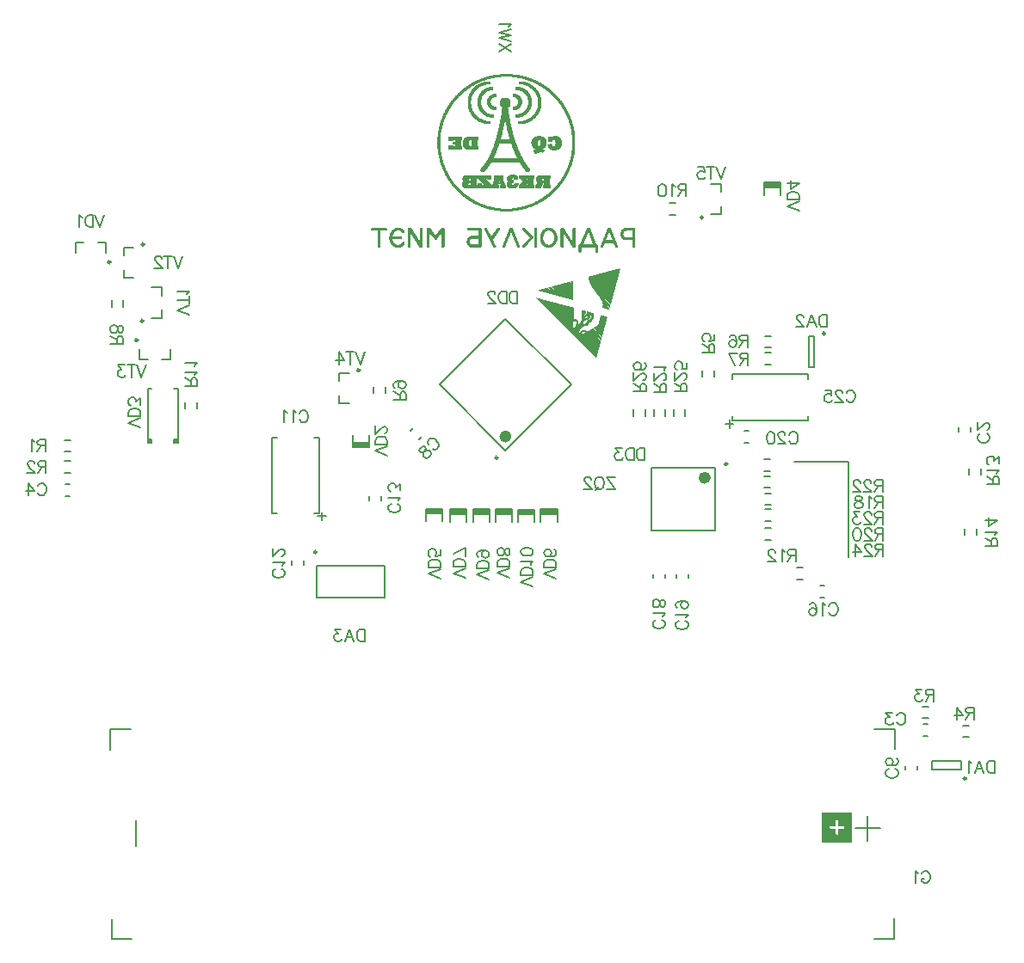
<source format=gbo>
G04*
G04 #@! TF.GenerationSoftware,Altium Limited,Altium Designer,21.0.8 (223)*
G04*
G04 Layer_Color=32896*
%FSLAX44Y44*%
%MOMM*%
G71*
G04*
G04 #@! TF.SameCoordinates,C7DFD244-51E8-418D-9BDC-30C7F22D4A59*
G04*
G04*
G04 #@! TF.FilePolarity,Positive*
G04*
G01*
G75*
%ADD11C,0.2500*%
%ADD12C,0.2000*%
%ADD14C,0.1000*%
%ADD50C,0.6000*%
%ADD102C,0.1500*%
%ADD103C,0.0254*%
%ADD104R,1.6500X0.5500*%
G36*
X841000Y179000D02*
X811702D01*
Y209000D01*
X841000D01*
Y179000D01*
D02*
G37*
G36*
X394863Y784903D02*
X395224Y784875D01*
X395946Y784708D01*
X396640Y784514D01*
X397251Y784264D01*
X397528Y784125D01*
X397806Y784014D01*
X398028Y783875D01*
X398222Y783792D01*
X398361Y783709D01*
X398472Y783626D01*
X398555Y783598D01*
X398583Y783570D01*
X399000Y783292D01*
X399361Y783015D01*
X399666Y782737D01*
X399944Y782459D01*
X400166Y782210D01*
X400332Y781932D01*
X400499Y781682D01*
X400610Y781460D01*
X400804Y781044D01*
X400832Y780877D01*
X400887Y780738D01*
Y780627D01*
X400915Y780544D01*
Y780488D01*
Y780461D01*
X400887Y780266D01*
X400860Y780072D01*
X400721Y779794D01*
X400499Y779572D01*
X400277Y779434D01*
X400055Y779350D01*
X399833Y779322D01*
X399694Y779295D01*
X399638D01*
X399416Y779322D01*
X399166Y779406D01*
X398916Y779517D01*
X398722Y779656D01*
X398528Y779767D01*
X398389Y779878D01*
X398278Y779961D01*
X398250Y779989D01*
X397834Y780350D01*
X397500Y780655D01*
X397251Y780877D01*
X397056Y781044D01*
X396945Y781127D01*
X396862Y781210D01*
X396806Y781238D01*
X396418Y781460D01*
X396001Y781627D01*
X395613Y781766D01*
X395252Y781849D01*
X394946Y781904D01*
X394697Y781932D01*
X394474D01*
X394086Y781904D01*
X393725Y781849D01*
X393364Y781766D01*
X393031Y781654D01*
X392392Y781377D01*
X391837Y781044D01*
X391615Y780877D01*
X391393Y780711D01*
X391199Y780572D01*
X391032Y780433D01*
X390921Y780322D01*
X390838Y780239D01*
X390782Y780183D01*
X390754Y780155D01*
X390227Y779545D01*
X389810Y778878D01*
X389477Y778268D01*
X389227Y777684D01*
X389033Y777157D01*
X388978Y776963D01*
X388922Y776768D01*
X388894Y776629D01*
X388867Y776491D01*
X388839Y776435D01*
Y776407D01*
X396945D01*
X397195Y776380D01*
X397417Y776352D01*
X397612Y776269D01*
X397778Y776213D01*
X397917Y776130D01*
X398000Y776047D01*
X398056Y776019D01*
X398083Y775991D01*
X398222Y775824D01*
X398333Y775630D01*
X398417Y775463D01*
X398472Y775269D01*
X398500Y775130D01*
X398528Y774992D01*
Y774908D01*
Y774881D01*
X398500Y774631D01*
X398444Y774436D01*
X398389Y774242D01*
X398306Y774103D01*
X398222Y773964D01*
X398139Y773881D01*
X398111Y773826D01*
X398083Y773798D01*
X397917Y773659D01*
X397723Y773548D01*
X397528Y773492D01*
X397334Y773437D01*
X397195Y773409D01*
X397056Y773381D01*
X388839D01*
X389033Y772604D01*
X389311Y771882D01*
X389644Y771244D01*
X389977Y770716D01*
X390116Y770466D01*
X390282Y770244D01*
X390421Y770078D01*
X390532Y769911D01*
X390643Y769800D01*
X390727Y769717D01*
X390754Y769661D01*
X390782Y769633D01*
X391087Y769328D01*
X391421Y769050D01*
X391726Y768828D01*
X392059Y768634D01*
X392365Y768467D01*
X392670Y768301D01*
X393253Y768107D01*
X393725Y767968D01*
X393947Y767940D01*
X394114Y767912D01*
X394280Y767884D01*
X394474D01*
X394946Y767912D01*
X395418Y767995D01*
X395807Y768134D01*
X396196Y768273D01*
X396501Y768412D01*
X396723Y768551D01*
X396862Y768634D01*
X396917Y768662D01*
X397140Y768828D01*
X397362Y769023D01*
X397889Y769495D01*
X398111Y769717D01*
X398306Y769911D01*
X398417Y770022D01*
X398472Y770078D01*
X398750Y770328D01*
X398972Y770522D01*
X399194Y770661D01*
X399333Y770772D01*
X399472Y770827D01*
X399555Y770855D01*
X399638D01*
X399860Y770827D01*
X400055Y770799D01*
X400388Y770605D01*
X400610Y770383D01*
X400749Y770105D01*
X400860Y769800D01*
X400887Y769578D01*
X400915Y769384D01*
Y769356D01*
Y769328D01*
X400887Y769023D01*
X400804Y768717D01*
X400693Y768440D01*
X400554Y768162D01*
X400166Y767635D01*
X399749Y767163D01*
X399333Y766802D01*
X398944Y766496D01*
X398805Y766385D01*
X398694Y766302D01*
X398611Y766274D01*
X398583Y766246D01*
X398167Y765997D01*
X397778Y765802D01*
X397389Y765608D01*
X397029Y765469D01*
X396334Y765219D01*
X395724Y765053D01*
X395474Y764997D01*
X395224Y764969D01*
X395002Y764942D01*
X394835Y764914D01*
X394697Y764886D01*
X394502D01*
X393808Y764914D01*
X393114Y765025D01*
X392476Y765164D01*
X391893Y765386D01*
X391310Y765608D01*
X390782Y765858D01*
X390310Y766163D01*
X389866Y766441D01*
X389450Y766718D01*
X389116Y767024D01*
X388811Y767274D01*
X388561Y767523D01*
X388339Y767718D01*
X388200Y767857D01*
X388117Y767968D01*
X388089Y767995D01*
X387645Y768551D01*
X387284Y769134D01*
X386951Y769744D01*
X386673Y770328D01*
X386451Y770910D01*
X386229Y771494D01*
X386090Y772021D01*
X385951Y772548D01*
X385840Y773048D01*
X385785Y773492D01*
X385729Y773881D01*
X385674Y774214D01*
Y774492D01*
X385646Y774714D01*
Y774825D01*
Y774881D01*
X385674Y775602D01*
X385757Y776296D01*
X385868Y776990D01*
X386035Y777629D01*
X386201Y778212D01*
X386423Y778795D01*
X386646Y779322D01*
X386868Y779794D01*
X387090Y780239D01*
X387312Y780627D01*
X387534Y780960D01*
X387701Y781238D01*
X387867Y781460D01*
X387978Y781627D01*
X388061Y781738D01*
X388089Y781766D01*
X388589Y782321D01*
X389116Y782821D01*
X389644Y783237D01*
X390171Y783598D01*
X390727Y783903D01*
X391254Y784153D01*
X391782Y784375D01*
X392253Y784542D01*
X392725Y784653D01*
X393142Y784764D01*
X393531Y784847D01*
X393864Y784875D01*
X394141Y784903D01*
X394336Y784930D01*
X394502D01*
X394863Y784903D01*
D02*
G37*
G36*
X438950Y784875D02*
X439144Y784819D01*
X439338Y784764D01*
X439505Y784680D01*
X439616Y784569D01*
X439727Y784514D01*
X439782Y784458D01*
X439810Y784431D01*
X439949Y784264D01*
X440060Y784070D01*
X440143Y783903D01*
X440199Y783737D01*
X440227Y783598D01*
X440254Y783487D01*
Y783403D01*
Y783376D01*
Y766413D01*
X440227Y766163D01*
X440171Y765941D01*
X440088Y765747D01*
X439977Y765580D01*
X439893Y765441D01*
X439810Y765358D01*
X439755Y765303D01*
X439727Y765275D01*
X439560Y765164D01*
X439394Y765080D01*
X439061Y764969D01*
X438922Y764942D01*
X438811Y764914D01*
X438727D01*
X438505Y764942D01*
X438311Y764969D01*
X438006Y765108D01*
X437867Y765164D01*
X437784Y765219D01*
X437728Y765247D01*
X437700Y765275D01*
X437534Y765441D01*
X437423Y765636D01*
X437312Y765830D01*
X437256Y766024D01*
X437228Y766163D01*
X437201Y766302D01*
Y766385D01*
Y766413D01*
Y779517D01*
X432564Y773215D01*
X432370Y772993D01*
X432175Y772854D01*
X431981Y772743D01*
X431787Y772660D01*
X431620Y772604D01*
X431482Y772576D01*
X431343D01*
X431065Y772604D01*
X430815Y772687D01*
X430593Y772770D01*
X430426Y772909D01*
X430288Y773020D01*
X430177Y773104D01*
X430121Y773187D01*
X430093Y773215D01*
X425485Y779545D01*
Y766413D01*
X425457Y766163D01*
X425401Y765941D01*
X425318Y765747D01*
X425235Y765580D01*
X425152Y765441D01*
X425068Y765358D01*
X425013Y765303D01*
X424985Y765275D01*
X424818Y765164D01*
X424624Y765080D01*
X424291Y764969D01*
X424152Y764942D01*
X424041Y764914D01*
X423958D01*
X423736Y764942D01*
X423541Y764969D01*
X423236Y765108D01*
X423097Y765164D01*
X423014Y765219D01*
X422958Y765247D01*
X422931Y765275D01*
X422764Y765441D01*
X422653Y765636D01*
X422542Y765830D01*
X422486Y766024D01*
X422459Y766163D01*
X422431Y766302D01*
Y766385D01*
Y766413D01*
Y783376D01*
X422459Y783598D01*
X422514Y783820D01*
X422570Y783987D01*
X422653Y784153D01*
X422764Y784292D01*
X422820Y784375D01*
X422875Y784431D01*
X422903Y784458D01*
X423069Y784597D01*
X423264Y784708D01*
X423430Y784792D01*
X423597Y784847D01*
X423736Y784875D01*
X423847Y784903D01*
X424569D01*
X424846Y784875D01*
X425096Y784819D01*
X425318Y784708D01*
X425485Y784597D01*
X425624Y784486D01*
X425735Y784375D01*
X425790Y784320D01*
X425818Y784292D01*
X431343Y776713D01*
X436895Y784292D01*
X437089Y784486D01*
X437284Y784653D01*
X437506Y784764D01*
X437700Y784819D01*
X437867Y784875D01*
X438006Y784903D01*
X438727D01*
X438950Y784875D01*
D02*
G37*
G36*
X493391Y784903D02*
X493586Y784847D01*
X493780Y784792D01*
X493946Y784708D01*
X494085Y784597D01*
X494196Y784542D01*
X494252Y784486D01*
X494280Y784458D01*
X494446Y784292D01*
X494557Y784098D01*
X494641Y783931D01*
X494696Y783764D01*
X494724Y783626D01*
X494752Y783514D01*
Y783431D01*
Y783403D01*
X494724Y783070D01*
X494613Y782821D01*
X494585Y782709D01*
X494529Y782626D01*
X494502Y782571D01*
Y782543D01*
X488033Y772548D01*
X490809Y767135D01*
X490920Y766829D01*
X490976Y766580D01*
X491004Y766469D01*
Y766385D01*
Y766357D01*
Y766330D01*
X490976Y766108D01*
X490920Y765885D01*
X490865Y765719D01*
X490754Y765552D01*
X490671Y765414D01*
X490615Y765330D01*
X490559Y765275D01*
X490532Y765247D01*
X490337Y765108D01*
X490171Y764997D01*
X489976Y764942D01*
X489810Y764886D01*
X489671Y764858D01*
X489560Y764831D01*
X489449D01*
X489143Y764858D01*
X488866Y764969D01*
X488616Y765108D01*
X488422Y765275D01*
X488283Y765441D01*
X488172Y765580D01*
X488116Y765691D01*
X488089Y765719D01*
X479427Y782682D01*
X479316Y782959D01*
X479260Y783209D01*
X479232Y783376D01*
Y783403D01*
Y783431D01*
X479260Y783653D01*
X479316Y783848D01*
X479399Y784042D01*
X479482Y784181D01*
X479566Y784320D01*
X479649Y784403D01*
X479704Y784458D01*
X479732Y784486D01*
X479926Y784625D01*
X480093Y784736D01*
X480287Y784819D01*
X480454Y784875D01*
X480621Y784903D01*
X480732Y784930D01*
X480843D01*
X481148Y784903D01*
X481398Y784792D01*
X481620Y784653D01*
X481814Y784514D01*
X481953Y784347D01*
X482064Y784209D01*
X482120Y784098D01*
X482147Y784070D01*
X486423Y775713D01*
X491948Y784209D01*
X492142Y784458D01*
X492336Y784625D01*
X492531Y784764D01*
X492725Y784847D01*
X492919Y784903D01*
X493030Y784930D01*
X493169D01*
X493391Y784903D01*
D02*
G37*
G36*
X567794Y784875D02*
X567988Y784847D01*
X568182Y784792D01*
X568321Y784708D01*
X568460Y784625D01*
X568543Y784569D01*
X568599Y784542D01*
X568627Y784514D01*
X568793Y784347D01*
X568904Y784153D01*
X568988Y783959D01*
X569043Y783792D01*
X569071Y783626D01*
X569099Y783487D01*
Y783403D01*
Y783376D01*
Y766413D01*
X569071Y766191D01*
X569015Y765997D01*
X568960Y765802D01*
X568849Y765663D01*
X568765Y765525D01*
X568710Y765441D01*
X568655Y765386D01*
X568627Y765358D01*
X568432Y765219D01*
X568266Y765108D01*
X568072Y765025D01*
X567933Y764969D01*
X567794Y764942D01*
X567683Y764914D01*
X566961D01*
X566767Y764942D01*
X566517Y765053D01*
X566350Y765136D01*
X566295Y765164D01*
X566267D01*
X566100Y765275D01*
X565962Y765358D01*
X565850Y765414D01*
X565767Y765497D01*
X565684Y765580D01*
X565656Y765608D01*
X557244Y779017D01*
Y766413D01*
X557216Y766163D01*
X557189Y765913D01*
X557105Y765719D01*
X557022Y765552D01*
X556772Y765275D01*
X556495Y765108D01*
X556217Y764997D01*
X555967Y764942D01*
X555801Y764914D01*
X555745D01*
X555467Y764942D01*
X555218Y764969D01*
X555023Y765053D01*
X554857Y765136D01*
X554579Y765386D01*
X554385Y765663D01*
X554274Y765941D01*
X554218Y766191D01*
X554190Y766357D01*
Y766385D01*
Y766413D01*
Y783376D01*
X554218Y783598D01*
X554274Y783792D01*
X554329Y783987D01*
X554412Y784125D01*
X554524Y784264D01*
X554579Y784347D01*
X554635Y784403D01*
X554662Y784431D01*
X554857Y784597D01*
X555023Y784708D01*
X555218Y784792D01*
X555384Y784847D01*
X555523Y784875D01*
X555634Y784903D01*
X556328D01*
X556522Y784847D01*
X556744Y784764D01*
X556939Y784680D01*
X556994Y784625D01*
X557022D01*
X557189Y784542D01*
X557327Y784458D01*
X557494Y784320D01*
X557605Y784209D01*
X557633Y784181D01*
X566045Y770744D01*
Y783376D01*
X566073Y783653D01*
X566100Y783875D01*
X566184Y784098D01*
X566295Y784264D01*
X566517Y784542D01*
X566794Y784708D01*
X567100Y784819D01*
X567322Y784875D01*
X567516Y784903D01*
X567572D01*
X567794Y784875D01*
D02*
G37*
G36*
X417489Y784875D02*
X417684Y784847D01*
X417878Y784792D01*
X418017Y784708D01*
X418156Y784625D01*
X418239Y784569D01*
X418294Y784542D01*
X418322Y784514D01*
X418489Y784347D01*
X418600Y784153D01*
X418683Y783959D01*
X418739Y783792D01*
X418766Y783626D01*
X418794Y783487D01*
Y783403D01*
Y783376D01*
Y766413D01*
X418766Y766191D01*
X418711Y765997D01*
X418655Y765802D01*
X418544Y765663D01*
X418461Y765525D01*
X418405Y765441D01*
X418350Y765386D01*
X418322Y765358D01*
X418128Y765219D01*
X417961Y765108D01*
X417767Y765025D01*
X417628Y764969D01*
X417489Y764942D01*
X417378Y764914D01*
X416656D01*
X416462Y764942D01*
X416212Y765053D01*
X416046Y765136D01*
X415990Y765164D01*
X415962D01*
X415796Y765275D01*
X415657Y765358D01*
X415546Y765414D01*
X415463Y765497D01*
X415379Y765580D01*
X415352Y765608D01*
X406940Y779017D01*
Y766413D01*
X406912Y766163D01*
X406884Y765913D01*
X406801Y765719D01*
X406718Y765552D01*
X406468Y765275D01*
X406190Y765108D01*
X405913Y764997D01*
X405663Y764942D01*
X405496Y764914D01*
X405440D01*
X405163Y764942D01*
X404913Y764969D01*
X404719Y765053D01*
X404552Y765136D01*
X404274Y765386D01*
X404080Y765663D01*
X403969Y765941D01*
X403914Y766191D01*
X403886Y766357D01*
Y766385D01*
Y766413D01*
Y783376D01*
X403914Y783598D01*
X403969Y783792D01*
X404025Y783987D01*
X404108Y784125D01*
X404219Y784264D01*
X404274Y784347D01*
X404330Y784403D01*
X404358Y784431D01*
X404552Y784597D01*
X404719Y784708D01*
X404913Y784792D01*
X405080Y784847D01*
X405218Y784875D01*
X405330Y784903D01*
X406023D01*
X406218Y784847D01*
X406440Y784764D01*
X406634Y784680D01*
X406690Y784625D01*
X406718D01*
X406884Y784542D01*
X407023Y784458D01*
X407189Y784320D01*
X407301Y784209D01*
X407328Y784181D01*
X415740Y770744D01*
Y783376D01*
X415768Y783653D01*
X415796Y783875D01*
X415879Y784098D01*
X415990Y784264D01*
X416212Y784542D01*
X416490Y784708D01*
X416795Y784819D01*
X417017Y784875D01*
X417212Y784903D01*
X417267D01*
X417489Y784875D01*
D02*
G37*
G36*
X475235Y784625D02*
X475429Y784569D01*
X475623Y784514D01*
X475790Y784431D01*
X475901Y784320D01*
X476012Y784264D01*
X476068Y784209D01*
X476095Y784181D01*
X476234Y784014D01*
X476345Y783820D01*
X476428Y783653D01*
X476484Y783487D01*
X476512Y783348D01*
X476539Y783237D01*
Y783154D01*
Y783126D01*
Y766663D01*
X476512Y766441D01*
X476456Y766246D01*
X476401Y766052D01*
X476317Y765885D01*
X476234Y765775D01*
X476151Y765663D01*
X476123Y765608D01*
X476095Y765580D01*
X475901Y765441D01*
X475734Y765330D01*
X475540Y765247D01*
X475373Y765191D01*
X475235Y765164D01*
X475124Y765136D01*
X467600D01*
X467156Y765164D01*
X466740Y765219D01*
X466323Y765303D01*
X465934Y765414D01*
X465240Y765663D01*
X464935Y765830D01*
X464630Y765997D01*
X464380Y766135D01*
X464158Y766302D01*
X463963Y766441D01*
X463797Y766580D01*
X463658Y766663D01*
X463575Y766746D01*
X463519Y766802D01*
X463491Y766829D01*
X463186Y767163D01*
X462936Y767496D01*
X462686Y767829D01*
X462492Y768190D01*
X462325Y768523D01*
X462187Y768884D01*
X461992Y769522D01*
X461909Y769828D01*
X461853Y770078D01*
X461825Y770328D01*
X461798Y770522D01*
X461770Y770716D01*
Y770827D01*
Y770910D01*
Y770938D01*
X461798Y771382D01*
X461853Y771799D01*
X461937Y772215D01*
X462048Y772576D01*
X462325Y773270D01*
X462464Y773603D01*
X462631Y773881D01*
X462797Y774131D01*
X462936Y774353D01*
X463103Y774547D01*
X463214Y774714D01*
X463325Y774853D01*
X463408Y774936D01*
X463464Y774992D01*
X463491Y775019D01*
X463824Y775325D01*
X464158Y775574D01*
X464491Y775797D01*
X464852Y775991D01*
X465185Y776158D01*
X465546Y776296D01*
X466184Y776491D01*
X466462Y776574D01*
X466740Y776629D01*
X466989Y776657D01*
X467184Y776685D01*
X467378Y776713D01*
X473513D01*
Y781627D01*
X463908D01*
X463630Y781654D01*
X463408Y781682D01*
X463214Y781766D01*
X463047Y781849D01*
X462770Y782099D01*
X462603Y782376D01*
X462492Y782654D01*
X462436Y782904D01*
X462408Y783070D01*
Y783098D01*
Y783126D01*
X462436Y783403D01*
X462464Y783626D01*
X462547Y783848D01*
X462631Y784014D01*
X462881Y784292D01*
X463158Y784458D01*
X463436Y784569D01*
X463686Y784625D01*
X463852Y784653D01*
X475013D01*
X475235Y784625D01*
D02*
G37*
G36*
X626511Y784625D02*
X626705Y784569D01*
X626900Y784514D01*
X627066Y784431D01*
X627177Y784320D01*
X627288Y784264D01*
X627344Y784209D01*
X627371Y784181D01*
X627510Y784014D01*
X627621Y783820D01*
X627705Y783653D01*
X627760Y783487D01*
X627788Y783348D01*
X627816Y783237D01*
Y783154D01*
Y783126D01*
Y766413D01*
X627788Y766163D01*
X627760Y765913D01*
X627677Y765719D01*
X627566Y765552D01*
X627344Y765275D01*
X627038Y765108D01*
X626761Y764997D01*
X626539Y764942D01*
X626344Y764914D01*
X626289D01*
X626011Y764942D01*
X625789Y764969D01*
X625595Y765053D01*
X625428Y765136D01*
X625151Y765386D01*
X624984Y765663D01*
X624873Y765941D01*
X624817Y766191D01*
X624790Y766357D01*
Y766385D01*
Y766413D01*
Y772326D01*
X619237D01*
X618737Y772354D01*
X618265Y772410D01*
X617821Y772493D01*
X617405Y772604D01*
X617016Y772743D01*
X616655Y772882D01*
X616322Y773048D01*
X616017Y773215D01*
X615739Y773354D01*
X615489Y773520D01*
X615295Y773659D01*
X615101Y773798D01*
X614962Y773909D01*
X614879Y773992D01*
X614823Y774048D01*
X614795Y774075D01*
X614490Y774408D01*
X614212Y774769D01*
X613990Y775130D01*
X613796Y775491D01*
X613601Y775880D01*
X613463Y776241D01*
X613268Y776935D01*
X613185Y777268D01*
X613130Y777546D01*
X613102Y777823D01*
X613074Y778045D01*
X613046Y778240D01*
Y778379D01*
Y778462D01*
Y778490D01*
X613074Y778989D01*
X613130Y779434D01*
X613213Y779878D01*
X613324Y780294D01*
X613463Y780683D01*
X613601Y781071D01*
X613768Y781405D01*
X613907Y781710D01*
X614073Y781960D01*
X614240Y782210D01*
X614379Y782404D01*
X614518Y782598D01*
X614629Y782737D01*
X614712Y782821D01*
X614767Y782876D01*
X614795Y782904D01*
X615128Y783209D01*
X615489Y783487D01*
X615850Y783709D01*
X616239Y783903D01*
X616600Y784098D01*
X616961Y784236D01*
X617682Y784431D01*
X617988Y784514D01*
X618293Y784569D01*
X618571Y784597D01*
X618793Y784625D01*
X618987Y784653D01*
X626289D01*
X626511Y784625D01*
D02*
G37*
G36*
X543308Y784875D02*
X543946Y784764D01*
X544585Y784597D01*
X545168Y784403D01*
X545723Y784153D01*
X546223Y783903D01*
X546722Y783598D01*
X547139Y783320D01*
X547528Y783015D01*
X547861Y782709D01*
X548166Y782460D01*
X548416Y782210D01*
X548610Y782015D01*
X548749Y781849D01*
X548832Y781738D01*
X548860Y781710D01*
X549277Y781155D01*
X549610Y780572D01*
X549915Y779989D01*
X550193Y779406D01*
X550415Y778823D01*
X550609Y778268D01*
X550748Y777712D01*
X550887Y777213D01*
X550970Y776713D01*
X551053Y776296D01*
X551081Y775908D01*
X551137Y775547D01*
Y775297D01*
X551164Y775075D01*
Y774964D01*
Y774908D01*
X551137Y774186D01*
X551053Y773520D01*
X550942Y772854D01*
X550803Y772215D01*
X550637Y771605D01*
X550443Y771049D01*
X550220Y770522D01*
X549998Y770050D01*
X549804Y769606D01*
X549582Y769217D01*
X549388Y768884D01*
X549221Y768606D01*
X549082Y768384D01*
X548971Y768218D01*
X548888Y768107D01*
X548860Y768079D01*
X548388Y767523D01*
X547861Y767024D01*
X547361Y766607D01*
X546833Y766246D01*
X546306Y765941D01*
X545778Y765691D01*
X545279Y765469D01*
X544807Y765303D01*
X544335Y765191D01*
X543918Y765080D01*
X543558Y765025D01*
X543224Y764969D01*
X542975Y764942D01*
X542780Y764914D01*
X542613D01*
X541920Y764942D01*
X541281Y765053D01*
X540642Y765219D01*
X540059Y765414D01*
X539504Y765636D01*
X538977Y765913D01*
X538505Y766191D01*
X538088Y766496D01*
X537700Y766802D01*
X537366Y767079D01*
X537061Y767357D01*
X536811Y767579D01*
X536617Y767801D01*
X536478Y767940D01*
X536395Y768051D01*
X536367Y768079D01*
X535951Y768634D01*
X535617Y769217D01*
X535284Y769800D01*
X535034Y770411D01*
X534812Y770994D01*
X534618Y771549D01*
X534479Y772104D01*
X534340Y772604D01*
X534257Y773104D01*
X534174Y773520D01*
X534146Y773937D01*
X534090Y774270D01*
Y774520D01*
X534063Y774742D01*
Y774853D01*
Y774908D01*
X534090Y775630D01*
X534174Y776296D01*
X534285Y776963D01*
X534424Y777601D01*
X534590Y778184D01*
X534785Y778767D01*
X535007Y779267D01*
X535201Y779767D01*
X535423Y780183D01*
X535645Y780572D01*
X535840Y780905D01*
X536006Y781182D01*
X536145Y781405D01*
X536256Y781571D01*
X536339Y781682D01*
X536367Y781710D01*
X536839Y782265D01*
X537339Y782765D01*
X537866Y783181D01*
X538394Y783570D01*
X538921Y783875D01*
X539449Y784125D01*
X539948Y784347D01*
X540420Y784514D01*
X540892Y784625D01*
X541309Y784736D01*
X541670Y784819D01*
X541975Y784847D01*
X542253Y784875D01*
X542447Y784903D01*
X542613D01*
X543308Y784875D01*
D02*
G37*
G36*
X529843D02*
X530037Y784847D01*
X530343Y784708D01*
X530481Y784625D01*
X530565Y784569D01*
X530620Y784542D01*
X530648Y784514D01*
X530815Y784347D01*
X530926Y784153D01*
X531037Y783959D01*
X531092Y783792D01*
X531120Y783626D01*
X531148Y783487D01*
Y783403D01*
Y783376D01*
Y766413D01*
X531120Y766163D01*
X531064Y765941D01*
X530981Y765747D01*
X530898Y765580D01*
X530815Y765441D01*
X530731Y765358D01*
X530676Y765303D01*
X530648Y765275D01*
X530481Y765164D01*
X530287Y765080D01*
X529954Y764969D01*
X529815Y764942D01*
X529704Y764914D01*
X529621D01*
X529399Y764942D01*
X529204Y764969D01*
X528899Y765108D01*
X528760Y765164D01*
X528677Y765219D01*
X528621Y765247D01*
X528594Y765275D01*
X528427Y765441D01*
X528316Y765636D01*
X528205Y765830D01*
X528149Y766024D01*
X528122Y766163D01*
X528094Y766302D01*
Y766385D01*
Y766413D01*
Y783376D01*
X528122Y783626D01*
X528177Y783848D01*
X528260Y784042D01*
X528344Y784209D01*
X528427Y784347D01*
X528510Y784431D01*
X528566Y784486D01*
X528594Y784514D01*
X528760Y784653D01*
X528927Y784736D01*
X529260Y784847D01*
X529399Y784875D01*
X529510Y784903D01*
X529621D01*
X529843Y784875D01*
D02*
G37*
G36*
X518266Y784875D02*
X518460Y784847D01*
X518655Y784764D01*
X518821Y784680D01*
X518960Y784597D01*
X519043Y784542D01*
X519099Y784486D01*
X519127Y784458D01*
X527067Y776241D01*
X527206Y776074D01*
X527317Y775880D01*
X527400Y775713D01*
X527455Y775547D01*
X527483Y775408D01*
X527511Y775297D01*
Y775214D01*
Y775186D01*
X527483Y774964D01*
X527455Y774797D01*
X527289Y774464D01*
X527233Y774353D01*
X527150Y774270D01*
X527122Y774214D01*
X527094Y774186D01*
X519155Y765414D01*
X518988Y765247D01*
X518794Y765136D01*
X518599Y765025D01*
X518405Y764969D01*
X518266Y764942D01*
X518127Y764914D01*
X518016D01*
X517794Y764942D01*
X517600Y764969D01*
X517406Y765053D01*
X517267Y765136D01*
X517128Y765191D01*
X517045Y765275D01*
X516989Y765303D01*
X516961Y765330D01*
X516823Y765497D01*
X516711Y765691D01*
X516628Y765858D01*
X516573Y766052D01*
X516545Y766191D01*
X516517Y766302D01*
Y766385D01*
Y766413D01*
X516545Y766635D01*
X516573Y766829D01*
X516628Y766996D01*
X516711Y767163D01*
X516795Y767274D01*
X516850Y767357D01*
X516878Y767412D01*
X516906Y767440D01*
X523902Y775158D01*
X516934Y782321D01*
X516795Y782487D01*
X516684Y782682D01*
X516628Y782848D01*
X516573Y783015D01*
X516545Y783154D01*
X516517Y783265D01*
Y783348D01*
Y783376D01*
X516545Y783598D01*
X516573Y783820D01*
X516656Y783987D01*
X516739Y784153D01*
X516823Y784292D01*
X516878Y784375D01*
X516934Y784431D01*
X516961Y784458D01*
X517128Y784597D01*
X517322Y784708D01*
X517489Y784792D01*
X517655Y784847D01*
X517794Y784875D01*
X517905Y784903D01*
X518016D01*
X518266Y784875D01*
D02*
G37*
G36*
X506273Y784903D02*
X506412Y784875D01*
X506661Y784764D01*
X506800Y784680D01*
X506884Y784625D01*
X506939Y784597D01*
X506967Y784569D01*
X507133Y784458D01*
X507272Y784320D01*
X507439Y784125D01*
X507550Y783987D01*
X507578Y783959D01*
Y783931D01*
X514157Y766968D01*
X514213Y766746D01*
X514241Y766552D01*
Y766413D01*
Y766385D01*
Y766357D01*
X514213Y766135D01*
X514157Y765941D01*
X514102Y765775D01*
X513991Y765608D01*
X513907Y765497D01*
X513852Y765414D01*
X513796Y765358D01*
X513769Y765330D01*
X513574Y765191D01*
X513408Y765080D01*
X513213Y765025D01*
X513047Y764969D01*
X512880Y764942D01*
X512769Y764914D01*
X512658D01*
X512325Y764969D01*
X512047Y765080D01*
X511797Y765219D01*
X511603Y765414D01*
X511464Y765580D01*
X511381Y765747D01*
X511325Y765858D01*
X511298Y765885D01*
X505773Y780072D01*
X499749Y765830D01*
X499582Y765525D01*
X499360Y765303D01*
X499138Y765136D01*
X498916Y765025D01*
X498722Y764969D01*
X498555Y764942D01*
X498416Y764914D01*
X498388D01*
X498166Y764942D01*
X497944Y764969D01*
X497750Y765053D01*
X497583Y765136D01*
X497472Y765191D01*
X497361Y765275D01*
X497306Y765303D01*
X497278Y765330D01*
X497111Y765497D01*
X497000Y765691D01*
X496917Y765858D01*
X496861Y766024D01*
X496834Y766163D01*
X496806Y766274D01*
Y766357D01*
Y766385D01*
X496834Y766635D01*
X496861Y766829D01*
X496889Y766968D01*
X496917Y767024D01*
X504107Y783987D01*
X504163Y784098D01*
X504274Y784209D01*
X504468Y784403D01*
X504663Y784542D01*
X504718Y784597D01*
X504746D01*
X504912Y784708D01*
X505079Y784792D01*
X505301Y784903D01*
X505468Y784930D01*
X506134D01*
X506273Y784903D01*
D02*
G37*
G36*
X382287Y784625D02*
X382509Y784597D01*
X382703Y784514D01*
X382898Y784403D01*
X383175Y784181D01*
X383342Y783903D01*
X383453Y783598D01*
X383508Y783376D01*
X383536Y783181D01*
Y783154D01*
Y783126D01*
X383508Y782876D01*
X383481Y782626D01*
X383397Y782432D01*
X383286Y782265D01*
X383064Y781988D01*
X382759Y781821D01*
X382481Y781710D01*
X382259Y781654D01*
X382065Y781627D01*
X377262Y781627D01*
Y766413D01*
X377234Y766163D01*
X377206Y765913D01*
X377123Y765719D01*
X377012Y765552D01*
X376762Y765275D01*
X376484Y765108D01*
X376207Y764997D01*
X375957Y764942D01*
X375763Y764914D01*
X375707D01*
X375430Y764942D01*
X375207Y764969D01*
X375013Y765053D01*
X374847Y765136D01*
X374569Y765386D01*
X374402Y765663D01*
X374291Y765941D01*
X374236Y766191D01*
X374208Y766357D01*
Y766385D01*
Y766413D01*
Y781627D01*
X369405D01*
X369128Y781654D01*
X368905Y781682D01*
X368711Y781766D01*
X368545Y781849D01*
X368267Y782099D01*
X368100Y782376D01*
X367989Y782654D01*
X367934Y782904D01*
X367906Y783070D01*
Y783098D01*
Y783126D01*
X367934Y783403D01*
X367962Y783625D01*
X368045Y783848D01*
X368128Y784014D01*
X368378Y784292D01*
X368656Y784458D01*
X368933Y784569D01*
X369183Y784625D01*
X369350Y784653D01*
X382009Y784653D01*
X382287Y784625D01*
D02*
G37*
G36*
X602719Y784680D02*
X602969Y784569D01*
X603107Y784514D01*
X603191Y784458D01*
X603246Y784431D01*
X603274Y784403D01*
X603441Y784292D01*
X603552Y784153D01*
X603663Y784042D01*
X603746Y783959D01*
X603829Y783820D01*
X603857Y783792D01*
Y783764D01*
X610742Y766830D01*
X610798Y766607D01*
X610825Y766385D01*
X610853Y766246D01*
Y766219D01*
Y766191D01*
X610825Y765969D01*
X610770Y765747D01*
X610686Y765580D01*
X610603Y765414D01*
X610520Y765275D01*
X610437Y765191D01*
X610381Y765136D01*
X610353Y765108D01*
X610187Y764969D01*
X609992Y764886D01*
X609632Y764775D01*
X609493Y764747D01*
X609382Y764719D01*
X609271D01*
X608937Y764747D01*
X608660Y764858D01*
X608410Y765025D01*
X608216Y765191D01*
X608077Y765358D01*
X607994Y765525D01*
X607938Y765636D01*
X607910Y765663D01*
X606467Y769245D01*
X597805D01*
X596361Y765663D01*
X596195Y765358D01*
X595973Y765108D01*
X595750Y764942D01*
X595528Y764831D01*
X595334Y764775D01*
X595167Y764747D01*
X595029Y764719D01*
X595001D01*
X594779Y764747D01*
X594557Y764775D01*
X594362Y764858D01*
X594196Y764942D01*
X594085Y764997D01*
X593974Y765080D01*
X593918Y765108D01*
X593890Y765136D01*
X593724Y765303D01*
X593613Y765469D01*
X593529Y765663D01*
X593474Y765830D01*
X593446Y765969D01*
X593418Y766080D01*
Y766163D01*
Y766191D01*
X593446Y766441D01*
X593474Y766635D01*
X593502Y766774D01*
X593529Y766830D01*
X600414Y783764D01*
X600470Y783875D01*
X600553Y783987D01*
X600748Y784209D01*
X600942Y784347D01*
X600998Y784375D01*
X601025Y784403D01*
X601192Y784514D01*
X601358Y784597D01*
X601608Y784708D01*
X601775Y784736D01*
X602580D01*
X602719Y784680D01*
D02*
G37*
G36*
X582230Y784847D02*
X582480Y784736D01*
X582619Y784680D01*
X582702Y784625D01*
X582758Y784597D01*
X582785Y784569D01*
X582952Y784458D01*
X583063Y784320D01*
X583174Y784209D01*
X583257Y784125D01*
X583341Y783987D01*
X583368Y783959D01*
Y783931D01*
X589532Y768190D01*
X589920D01*
X590142Y768162D01*
X590337Y768107D01*
X590531Y768051D01*
X590698Y767968D01*
X590809Y767857D01*
X590920Y767801D01*
X590975Y767746D01*
X591003Y767718D01*
X591170Y767551D01*
X591281Y767357D01*
X591364Y767190D01*
X591419Y767024D01*
X591447Y766885D01*
X591475Y766774D01*
Y766691D01*
Y766663D01*
Y761610D01*
X591447Y761360D01*
X591419Y761138D01*
X591336Y760944D01*
X591253Y760777D01*
X591197Y760639D01*
X591114Y760555D01*
X591086Y760500D01*
X591059Y760472D01*
X590892Y760305D01*
X590698Y760194D01*
X590503Y760111D01*
X590309Y760055D01*
X590170Y760028D01*
X590031Y760000D01*
X589920D01*
X589643Y760028D01*
X589421Y760083D01*
X589226Y760139D01*
X589060Y760250D01*
X588782Y760500D01*
X588615Y760805D01*
X588504Y761110D01*
X588449Y761360D01*
X588421Y761471D01*
Y761555D01*
Y761582D01*
Y761610D01*
Y765136D01*
X574873D01*
Y761610D01*
X574846Y761332D01*
X574818Y761110D01*
X574734Y760916D01*
X574623Y760722D01*
X574401Y760444D01*
X574096Y760278D01*
X573818Y760166D01*
X573596Y760111D01*
X573402Y760083D01*
X573346D01*
X573069Y760111D01*
X572847Y760139D01*
X572625Y760222D01*
X572458Y760333D01*
X572180Y760555D01*
X572014Y760861D01*
X571903Y761138D01*
X571847Y761360D01*
X571819Y761555D01*
Y761582D01*
Y761610D01*
Y766663D01*
X571847Y766885D01*
X571903Y767079D01*
X571958Y767274D01*
X572042Y767412D01*
X572152Y767551D01*
X572208Y767635D01*
X572264Y767690D01*
X572291Y767718D01*
X572458Y767884D01*
X572652Y767996D01*
X572819Y768079D01*
X572985Y768134D01*
X573124Y768162D01*
X573235Y768190D01*
X573763D01*
X579926Y783931D01*
X579981Y784042D01*
X580065Y784153D01*
X580259Y784375D01*
X580453Y784514D01*
X580509Y784542D01*
X580537Y784569D01*
X580703Y784680D01*
X580870Y784764D01*
X581120Y784875D01*
X581286Y784903D01*
X582091D01*
X582230Y784847D01*
D02*
G37*
%LPC*%
G36*
X826365Y201537D02*
X826309D01*
X826143Y201510D01*
X825948Y201482D01*
X825698Y201371D01*
X825449Y201204D01*
X825226Y200982D01*
X825088Y200649D01*
X825060Y200427D01*
X825032Y200205D01*
Y195569D01*
X820312D01*
X820146Y195541D01*
X819952Y195513D01*
X819702Y195402D01*
X819452Y195235D01*
X819230Y195013D01*
X819091Y194680D01*
X819063Y194458D01*
X819035Y194236D01*
Y201537D01*
Y186907D01*
D01*
Y194181D01*
X819063Y194042D01*
X819091Y193820D01*
X819202Y193570D01*
X819369Y193320D01*
X819591Y193125D01*
X819924Y192959D01*
X820146Y192931D01*
X820368Y192903D01*
X825032D01*
Y188239D01*
Y188212D01*
Y188184D01*
X825060Y188045D01*
X825088Y187823D01*
X825199Y187573D01*
X825365Y187323D01*
X825587Y187129D01*
X825920Y186962D01*
X826143Y186935D01*
X826365Y186907D01*
X819035D01*
X833666D01*
X826420D01*
X826587Y186935D01*
X826781Y186990D01*
X827031Y187073D01*
X827281Y187240D01*
X827503Y187462D01*
X827670Y187795D01*
X827697Y188017D01*
X827725Y188239D01*
Y192903D01*
X832389D01*
X832528Y192931D01*
X832750Y192987D01*
X833000Y193070D01*
X833250Y193237D01*
X833444Y193459D01*
X833611Y193792D01*
X833638Y194014D01*
X833666Y194236D01*
Y194291D01*
X833638Y194458D01*
X833583Y194652D01*
X833500Y194902D01*
X833333Y195152D01*
X833111Y195374D01*
X832778Y195513D01*
X832556Y195541D01*
X832334Y195569D01*
X827725D01*
Y200205D01*
Y200233D01*
Y200260D01*
X827697Y200427D01*
X827642Y200621D01*
X827558Y200871D01*
X827392Y201121D01*
X827142Y201343D01*
X827003Y201426D01*
X826809Y201482D01*
X826615Y201510D01*
X826365Y201537D01*
D02*
G37*
G36*
X473513Y773687D02*
X467600D01*
X467184Y773659D01*
X466823Y773548D01*
X466490Y773437D01*
X466212Y773270D01*
X465962Y773131D01*
X465796Y772993D01*
X465685Y772882D01*
X465657Y772854D01*
X465379Y772548D01*
X465185Y772215D01*
X465018Y771882D01*
X464935Y771605D01*
X464879Y771327D01*
X464824Y771133D01*
Y770994D01*
Y770938D01*
X464852Y770522D01*
X464963Y770161D01*
X465074Y769828D01*
X465240Y769550D01*
X465379Y769300D01*
X465518Y769134D01*
X465629Y769023D01*
X465657Y768995D01*
X465962Y768717D01*
X466295Y768523D01*
X466628Y768384D01*
X466934Y768301D01*
X467184Y768245D01*
X467406Y768190D01*
X473513D01*
Y773687D01*
D02*
G37*
G36*
X624790Y781627D02*
X619237D01*
X618737Y781599D01*
X618293Y781488D01*
X617905Y781349D01*
X617571Y781210D01*
X617294Y781044D01*
X617127Y780905D01*
X616988Y780794D01*
X616961Y780766D01*
X616683Y780433D01*
X616461Y780044D01*
X616322Y779656D01*
X616211Y779295D01*
X616156Y778989D01*
X616100Y778712D01*
Y778545D01*
Y778517D01*
Y778490D01*
X616128Y777990D01*
X616239Y777546D01*
X616378Y777157D01*
X616516Y776852D01*
X616683Y776574D01*
X616822Y776407D01*
X616933Y776269D01*
X616961Y776241D01*
X617294Y775963D01*
X617682Y775741D01*
X618071Y775602D01*
X618432Y775491D01*
X618737Y775436D01*
X619015Y775408D01*
X619182Y775380D01*
X624790D01*
Y781627D01*
D02*
G37*
G36*
X542725Y781849D02*
X542613D01*
X542169Y781821D01*
X541725Y781738D01*
X541337Y781627D01*
X540948Y781488D01*
X540254Y781127D01*
X539948Y780905D01*
X539671Y780711D01*
X539421Y780489D01*
X539199Y780266D01*
X539005Y780072D01*
X538838Y779905D01*
X538727Y779767D01*
X538644Y779656D01*
X538588Y779572D01*
X538560Y779545D01*
X538310Y779156D01*
X538088Y778739D01*
X537894Y778351D01*
X537727Y777934D01*
X537477Y777157D01*
X537283Y776435D01*
X537228Y776130D01*
X537200Y775824D01*
X537172Y775574D01*
X537144Y775352D01*
X537117Y775158D01*
Y775019D01*
Y774936D01*
Y774908D01*
X537144Y774436D01*
X537172Y773964D01*
X537339Y773104D01*
X537561Y772299D01*
X537700Y771938D01*
X537838Y771605D01*
X537977Y771299D01*
X538116Y771049D01*
X538227Y770799D01*
X538338Y770605D01*
X538422Y770466D01*
X538505Y770328D01*
X538532Y770272D01*
X538560Y770244D01*
X538866Y769828D01*
X539199Y769495D01*
X539532Y769189D01*
X539865Y768912D01*
X540226Y768689D01*
X540559Y768495D01*
X540864Y768356D01*
X541198Y768218D01*
X541475Y768134D01*
X541753Y768051D01*
X542003Y768023D01*
X542197Y767968D01*
X542364D01*
X542503Y767940D01*
X542613D01*
X543058Y767968D01*
X543502Y768051D01*
X543891Y768162D01*
X544279Y768301D01*
X544973Y768689D01*
X545279Y768884D01*
X545556Y769106D01*
X545806Y769328D01*
X546028Y769522D01*
X546223Y769744D01*
X546389Y769911D01*
X546500Y770050D01*
X546584Y770161D01*
X546639Y770244D01*
X546667Y770272D01*
X546917Y770661D01*
X547139Y771049D01*
X547333Y771466D01*
X547500Y771854D01*
X547750Y772632D01*
X547916Y773354D01*
X547999Y773687D01*
X548027Y773992D01*
X548055Y774242D01*
X548083Y774464D01*
X548111Y774658D01*
Y774797D01*
Y774881D01*
Y774908D01*
X548083Y775380D01*
X548055Y775852D01*
X547888Y776713D01*
X547666Y777490D01*
X547528Y777851D01*
X547389Y778184D01*
X547250Y778490D01*
X547111Y778739D01*
X547000Y778989D01*
X546889Y779184D01*
X546806Y779350D01*
X546722Y779461D01*
X546695Y779517D01*
X546667Y779545D01*
X546361Y779961D01*
X546028Y780294D01*
X545695Y780627D01*
X545362Y780877D01*
X545029Y781099D01*
X544696Y781294D01*
X544363Y781432D01*
X544057Y781571D01*
X543752Y781655D01*
X543474Y781738D01*
X543224Y781766D01*
X543030Y781821D01*
X542863D01*
X542725Y781849D01*
D02*
G37*
G36*
X602136Y779905D02*
X599026Y772271D01*
X605245D01*
X602136Y779905D01*
D02*
G37*
G36*
X581647Y779989D02*
X577039Y768190D01*
X586256D01*
X581647Y779989D01*
D02*
G37*
%LPD*%
D11*
X144500Y768250D02*
G03*
X144500Y768250I-1250J0D01*
G01*
X111500Y750750D02*
G03*
X111500Y750750I-1250J0D01*
G01*
X143750Y693000D02*
G03*
X143750Y693000I-1250J0D01*
G01*
X718500Y552000D02*
G03*
X718500Y552000I-1250J0D01*
G01*
X694500Y794750D02*
G03*
X694500Y794750I-1250J0D01*
G01*
X138250Y674000D02*
G03*
X138250Y674000I-1250J0D01*
G01*
X314250Y465250D02*
G03*
X314250Y465250I-1250J0D01*
G01*
X814504Y680500D02*
G03*
X814504Y680500I-1250J0D01*
G01*
X492411Y558229D02*
G03*
X492411Y558229I-1250J0D01*
G01*
X356730Y644480D02*
G03*
X356730Y644480I-1250J0D01*
G01*
X953250Y242250D02*
G03*
X953250Y242250I-1250J0D01*
G01*
D12*
X893500Y250750D02*
Y254750D01*
X905500Y250750D02*
Y254750D01*
X911500Y283750D02*
X915500D01*
X911500Y295750D02*
X915500D01*
X883213Y271133D02*
Y291133D01*
X863213D02*
X883213D01*
X862703Y84321D02*
X882703D01*
Y104321D01*
X112487Y84196D02*
Y104196D01*
Y84196D02*
X132487D01*
X111026Y290620D02*
X131026D01*
X111026Y270620D02*
Y290620D01*
X856026Y180620D02*
Y205620D01*
X136256Y175977D02*
Y200977D01*
X844034Y193596D02*
X869034D01*
X677000Y599500D02*
Y605500D01*
X665500Y599500D02*
Y605500D01*
X406593Y584578D02*
X409421Y587407D01*
X415078Y576093D02*
X417907Y578922D01*
X124250Y765250D02*
X134250Y765250D01*
X124250Y757250D02*
Y765250D01*
Y735250D02*
X134250D01*
X124250D02*
Y743250D01*
X185000Y606500D02*
Y612500D01*
X196500Y606500D02*
Y612500D01*
X77250Y769750D02*
X85250D01*
X77250Y759750D02*
Y769750D01*
X99250D02*
X107250Y769750D01*
Y759750D02*
Y769750D01*
X124000Y707000D02*
Y713000D01*
X112500Y707000D02*
Y713000D01*
X161500Y718000D02*
Y726000D01*
X151500D02*
X161500D01*
X161500Y696000D02*
X161500Y704000D01*
X151500Y696000D02*
X161500D01*
X349500Y568226D02*
X366000D01*
Y580226D01*
X349500Y568226D02*
Y580226D01*
X644000Y486500D02*
X706000D01*
X644000Y548500D02*
X706000D01*
X644000Y486500D02*
Y548500D01*
X706000D02*
X706000Y486500D01*
X735210Y584770D02*
X739210D01*
X735210Y572770D02*
X739210D01*
X370500Y621750D02*
Y627750D01*
X382000Y621750D02*
Y627750D01*
X661250Y809000D02*
X667250D01*
X661250Y797500D02*
X667250D01*
X66250Y555000D02*
X72250Y555000D01*
X66250Y543500D02*
X72250Y543500D01*
X66000Y564250D02*
X72000D01*
X66000Y575750D02*
X72000D01*
X910500Y301750D02*
X916500D01*
X910500Y313250D02*
X916500D01*
X949750Y294500D02*
X955750D01*
X949750Y283000D02*
X955750D01*
X705250Y638063D02*
Y644062D01*
X693750Y638063D02*
Y644062D01*
X755750Y650250D02*
X761750D01*
X755750Y661750D02*
X761750D01*
X755750Y666500D02*
X761750D01*
X755750Y678000D02*
X761750D01*
X784000Y554000D02*
X837875D01*
Y460000D02*
Y554000D01*
X702250Y797750D02*
X712250D01*
Y805750D01*
X702250Y827750D02*
X712250D01*
Y819750D02*
Y827750D01*
X754302Y828988D02*
X770802D01*
X754302Y816988D02*
Y828988D01*
X770802Y816988D02*
Y828988D01*
X162000Y655000D02*
X170000D01*
Y665000D01*
X140000Y655000D02*
X148000D01*
X140000D02*
Y665000D01*
X421750Y507524D02*
X438250D01*
X421750Y495524D02*
Y507524D01*
X438250Y495524D02*
Y507524D01*
X551250Y495274D02*
Y507274D01*
X534750Y495274D02*
Y507274D01*
X551250D01*
X445250D02*
X461750D01*
X445250Y495274D02*
Y507274D01*
X461750Y495274D02*
Y507274D01*
X506750Y495274D02*
Y507274D01*
X490250Y495274D02*
Y507274D01*
X506750D01*
X468250D02*
X484750D01*
X468250Y495274D02*
Y507274D01*
X484750Y495274D02*
Y507274D01*
X528750Y495024D02*
Y507024D01*
X512250Y495024D02*
Y507024D01*
X528750D01*
X963750Y482000D02*
Y488000D01*
X952250Y482000D02*
Y488000D01*
X958000Y584000D02*
Y588000D01*
X946000Y584000D02*
Y588000D01*
X967750Y541750D02*
Y547750D01*
X956250Y541750D02*
Y547750D01*
X314500Y451500D02*
X381500D01*
X314500Y420500D02*
X381500D01*
X314500D02*
Y451500D01*
X381500Y420500D02*
Y451500D01*
X798754Y677500D02*
X798754Y647500D01*
X803754Y647500D02*
X803754Y677500D01*
X798754Y647500D02*
X803754Y647500D01*
X798754Y677500D02*
X803754D01*
X434946Y630000D02*
X500000Y564946D01*
X500000Y695054D02*
X565054Y630000D01*
X500000Y564946D02*
X565054Y630000D01*
X434946Y630000D02*
X500000Y695054D01*
X626250Y599500D02*
Y605500D01*
X637750Y599500D02*
Y605500D01*
X646000Y599500D02*
Y605500D01*
X657500Y599500D02*
Y605500D01*
X754750Y556500D02*
X760750Y556500D01*
X754750Y545000D02*
X760750D01*
X754750Y540000D02*
X760750D01*
X754750Y528500D02*
X760750D01*
X336480Y611480D02*
Y619480D01*
Y611480D02*
X346480D01*
X336480Y633480D02*
Y641480D01*
X346480D01*
X680250Y439500D02*
Y443500D01*
X668250Y439500D02*
Y443500D01*
X755000Y495750D02*
X761000D01*
X755000Y507250D02*
X761000D01*
X755000Y477250D02*
X761000D01*
X755000Y488750D02*
X761000D01*
X755000Y511500D02*
X761000D01*
X755000Y523000D02*
X761000D01*
X645000Y439500D02*
Y443500D01*
X657000Y439500D02*
Y443500D01*
X809500Y432500D02*
X813500D01*
X809500Y420500D02*
X813500D01*
X787000Y438250D02*
X793000D01*
X787000Y449750D02*
X793000D01*
X67480Y520270D02*
X71480D01*
X67480Y532270D02*
X71480D01*
X290000Y453000D02*
X290000Y457000D01*
X302000Y453000D02*
Y457000D01*
X175125Y574500D02*
X176125D01*
X175125D02*
Y575500D01*
X177125Y574500D02*
Y575500D01*
X175125Y573500D02*
X177125D01*
Y576500D01*
X174125D02*
X177125D01*
X174125Y572500D02*
Y576500D01*
X151125Y573500D02*
Y575500D01*
X149125D02*
X151125D01*
X149125Y572500D02*
Y575500D01*
Y572500D02*
X152125D01*
Y574500D01*
Y576500D01*
X149125D02*
X152125D01*
X148125Y626500D02*
X152125D01*
X174125D02*
X178125D01*
X174125Y572500D02*
X178125D01*
X148125D02*
X152125D01*
X148125D02*
Y626500D01*
X178125Y572500D02*
Y626500D01*
X365621Y516500D02*
X365621Y520500D01*
X377621Y516500D02*
Y520500D01*
X948500Y251500D02*
Y259500D01*
X919500Y251500D02*
Y259500D01*
Y251500D02*
X948500D01*
X919500Y259500D02*
X948500D01*
X883392Y251636D02*
X884535Y251065D01*
X885677Y249922D01*
X886249Y248779D01*
Y246494D01*
X885677Y245352D01*
X884535Y244209D01*
X883392Y243638D01*
X881678Y243066D01*
X878822D01*
X877108Y243638D01*
X875965Y244209D01*
X874823Y245352D01*
X874251Y246494D01*
Y248779D01*
X874823Y249922D01*
X875965Y251065D01*
X877108Y251636D01*
X884535Y261862D02*
X885677Y261291D01*
X886249Y259577D01*
Y258435D01*
X885677Y256721D01*
X883963Y255578D01*
X881107Y255007D01*
X878250D01*
X875965Y255578D01*
X874823Y256721D01*
X874251Y258435D01*
Y259006D01*
X874823Y260720D01*
X875965Y261862D01*
X877679Y262434D01*
X878250D01*
X879964Y261862D01*
X881107Y260720D01*
X881678Y259006D01*
Y258435D01*
X881107Y256721D01*
X879964Y255578D01*
X878250Y255007D01*
X885150Y304142D02*
X885721Y305285D01*
X886864Y306427D01*
X888006Y306999D01*
X890292D01*
X891434Y306427D01*
X892577Y305285D01*
X893148Y304142D01*
X893719Y302428D01*
Y299572D01*
X893148Y297858D01*
X892577Y296715D01*
X891434Y295573D01*
X890292Y295001D01*
X888006D01*
X886864Y295573D01*
X885721Y296715D01*
X885150Y297858D01*
X880636Y306999D02*
X874352D01*
X877780Y302428D01*
X876066D01*
X874923Y301857D01*
X874352Y301286D01*
X873781Y299572D01*
Y298429D01*
X874352Y296715D01*
X875495Y295573D01*
X877208Y295001D01*
X878922D01*
X880636Y295573D01*
X881208Y296144D01*
X881779Y297286D01*
X105112Y797249D02*
X100541Y785251D01*
X95971Y797249D02*
X100541Y785251D01*
X94428Y797249D02*
Y785251D01*
Y797249D02*
X90429D01*
X88715Y796677D01*
X87573Y795535D01*
X87001Y794392D01*
X86430Y792678D01*
Y789822D01*
X87001Y788108D01*
X87573Y786965D01*
X88715Y785823D01*
X90429Y785251D01*
X94428D01*
X83745Y794964D02*
X82602Y795535D01*
X80888Y797249D01*
Y785251D01*
X196499Y629081D02*
X184501D01*
X196499D02*
Y634223D01*
X195927Y635937D01*
X195356Y636508D01*
X194214Y637079D01*
X193071D01*
X191928Y636508D01*
X191357Y635937D01*
X190786Y634223D01*
Y629081D01*
Y633080D02*
X184501Y637079D01*
X194214Y639764D02*
X194785Y640907D01*
X196499Y642621D01*
X184501D01*
X194214Y648562D02*
X194785Y649705D01*
X196499Y651419D01*
X184501D01*
X182554Y756749D02*
X177984Y744751D01*
X173413Y756749D02*
X177984Y744751D01*
X167871Y756749D02*
Y744751D01*
X171871Y756749D02*
X163872D01*
X161873Y753892D02*
Y754464D01*
X161301Y755606D01*
X160730Y756177D01*
X159588Y756749D01*
X157302D01*
X156160Y756177D01*
X155589Y755606D01*
X155017Y754464D01*
Y753321D01*
X155589Y752178D01*
X156731Y750464D01*
X162444Y744751D01*
X154446D01*
X637000Y567747D02*
Y555750D01*
Y567747D02*
X633001D01*
X631287Y567176D01*
X630144Y566034D01*
X629573Y564891D01*
X629002Y563177D01*
Y560320D01*
X629573Y558606D01*
X630144Y557464D01*
X631287Y556321D01*
X633001Y555750D01*
X637000D01*
X626317Y567747D02*
Y555750D01*
Y567747D02*
X622317D01*
X620603Y567176D01*
X619461Y566034D01*
X618890Y564891D01*
X618318Y563177D01*
Y560320D01*
X618890Y558606D01*
X619461Y557464D01*
X620603Y556321D01*
X622317Y555750D01*
X626317D01*
X614491Y567747D02*
X608206D01*
X611634Y563177D01*
X609920D01*
X608778Y562606D01*
X608206Y562034D01*
X607635Y560320D01*
Y559178D01*
X608206Y557464D01*
X609349Y556321D01*
X611063Y555750D01*
X612777D01*
X614491Y556321D01*
X615062Y556893D01*
X615633Y558035D01*
X835491Y621892D02*
X836063Y623035D01*
X837205Y624177D01*
X838348Y624749D01*
X840633D01*
X841776Y624177D01*
X842918Y623035D01*
X843490Y621892D01*
X844061Y620178D01*
Y617322D01*
X843490Y615608D01*
X842918Y614465D01*
X841776Y613323D01*
X840633Y612751D01*
X838348D01*
X837205Y613323D01*
X836063Y614465D01*
X835491Y615608D01*
X831549Y621892D02*
Y622463D01*
X830978Y623606D01*
X830407Y624177D01*
X829264Y624749D01*
X826979D01*
X825836Y624177D01*
X825265Y623606D01*
X824694Y622463D01*
Y621321D01*
X825265Y620178D01*
X826408Y618464D01*
X832121Y612751D01*
X824122D01*
X814582Y624749D02*
X820295D01*
X820866Y619607D01*
X820295Y620178D01*
X818581Y620750D01*
X816867D01*
X815153Y620178D01*
X814010Y619036D01*
X813439Y617322D01*
Y616179D01*
X814010Y614465D01*
X815153Y613323D01*
X816867Y612751D01*
X818581D01*
X820295Y613323D01*
X820866Y613894D01*
X821437Y615037D01*
X297375Y601896D02*
X297946Y603039D01*
X299089Y604182D01*
X300231Y604753D01*
X302516D01*
X303659Y604182D01*
X304802Y603039D01*
X305373Y601896D01*
X305944Y600182D01*
Y597326D01*
X305373Y595612D01*
X304802Y594469D01*
X303659Y593327D01*
X302516Y592756D01*
X300231D01*
X299089Y593327D01*
X297946Y594469D01*
X297375Y595612D01*
X294004Y602468D02*
X292861Y603039D01*
X291147Y604753D01*
Y592756D01*
X285206Y602468D02*
X284063Y603039D01*
X282349Y604753D01*
Y592756D01*
X146554Y649499D02*
X141984Y637501D01*
X137413Y649499D02*
X141984Y637501D01*
X131872Y649499D02*
Y637501D01*
X135871Y649499D02*
X127872D01*
X125302D02*
X119017D01*
X122445Y644928D01*
X120731D01*
X119588Y644357D01*
X119017Y643786D01*
X118446Y642072D01*
Y640929D01*
X119017Y639215D01*
X120160Y638073D01*
X121874Y637501D01*
X123588D01*
X125302Y638073D01*
X125873Y638644D01*
X126444Y639786D01*
X705749Y661909D02*
X693751D01*
X705749D02*
Y667051D01*
X705177Y668765D01*
X704606Y669336D01*
X703464Y669907D01*
X702321D01*
X701178Y669336D01*
X700607Y668765D01*
X700036Y667051D01*
Y661909D01*
Y665908D02*
X693751Y669907D01*
X705749Y679448D02*
Y673735D01*
X700607Y673164D01*
X701178Y673735D01*
X701750Y675449D01*
Y677163D01*
X701178Y678877D01*
X700036Y680020D01*
X698322Y680591D01*
X697179D01*
X695465Y680020D01*
X694323Y678877D01*
X693751Y677163D01*
Y675449D01*
X694323Y673735D01*
X694894Y673164D01*
X696037Y672592D01*
X676891Y397570D02*
X678034Y396998D01*
X679176Y395856D01*
X679747Y394713D01*
Y392428D01*
X679176Y391285D01*
X678034Y390143D01*
X676891Y389571D01*
X675177Y389000D01*
X672320D01*
X670607Y389571D01*
X669464Y390143D01*
X668321Y391285D01*
X667750Y392428D01*
Y394713D01*
X668321Y395856D01*
X669464Y396998D01*
X670607Y397570D01*
X677462Y400940D02*
X678034Y402083D01*
X679747Y403797D01*
X667750D01*
X675748Y417165D02*
X674034Y416594D01*
X672892Y415452D01*
X672320Y413738D01*
Y413166D01*
X672892Y411452D01*
X674034Y410310D01*
X675748Y409738D01*
X676320D01*
X678034Y410310D01*
X679176Y411452D01*
X679747Y413166D01*
Y413738D01*
X679176Y415452D01*
X678034Y416594D01*
X675748Y417165D01*
X672892D01*
X670035Y416594D01*
X668321Y415452D01*
X667750Y413738D01*
Y412595D01*
X668321Y410881D01*
X669464Y410310D01*
X140997Y588000D02*
X129000Y592570D01*
X140997Y597141D02*
X129000Y592570D01*
X140997Y598683D02*
X129000D01*
X140997D02*
Y602683D01*
X140426Y604397D01*
X139284Y605539D01*
X138141Y606110D01*
X136427Y606682D01*
X133570D01*
X131856Y606110D01*
X130714Y605539D01*
X129571Y604397D01*
X129000Y602683D01*
Y598683D01*
X140997Y610509D02*
Y616794D01*
X136427Y613366D01*
Y615080D01*
X135856Y616222D01*
X135284Y616794D01*
X133570Y617365D01*
X132428D01*
X130714Y616794D01*
X129571Y615651D01*
X129000Y613937D01*
Y612223D01*
X129571Y610509D01*
X130143Y609938D01*
X131285Y609367D01*
X638247Y623250D02*
X626250D01*
X638247D02*
Y628392D01*
X637676Y630106D01*
X637105Y630677D01*
X635962Y631248D01*
X634820D01*
X633677Y630677D01*
X633106Y630106D01*
X632534Y628392D01*
Y623250D01*
Y627249D02*
X626250Y631248D01*
X635391Y634505D02*
X635962D01*
X637105Y635076D01*
X637676Y635647D01*
X638247Y636790D01*
Y639075D01*
X637676Y640218D01*
X637105Y640789D01*
X635962Y641360D01*
X634820D01*
X633677Y640789D01*
X631963Y639646D01*
X626250Y633933D01*
Y641932D01*
X636534Y651472D02*
X637676Y650901D01*
X638247Y649187D01*
Y648045D01*
X637676Y646331D01*
X635962Y645188D01*
X633106Y644617D01*
X630249D01*
X627964Y645188D01*
X626821Y646331D01*
X626250Y648045D01*
Y648616D01*
X626821Y650330D01*
X627964Y651472D01*
X629678Y652044D01*
X630249D01*
X631963Y651472D01*
X633106Y650330D01*
X633677Y648616D01*
Y648045D01*
X633106Y646331D01*
X631963Y645188D01*
X630249Y644617D01*
X658247Y623000D02*
X646250D01*
X658247D02*
Y628142D01*
X657676Y629856D01*
X657105Y630427D01*
X655962Y630998D01*
X654820D01*
X653677Y630427D01*
X653106Y629856D01*
X652534Y628142D01*
Y623000D01*
Y626999D02*
X646250Y630998D01*
X655391Y634255D02*
X655962D01*
X657105Y634826D01*
X657676Y635397D01*
X658247Y636540D01*
Y638825D01*
X657676Y639968D01*
X657105Y640539D01*
X655962Y641110D01*
X654820D01*
X653677Y640539D01*
X651963Y639397D01*
X646250Y633683D01*
Y641682D01*
X655962Y644367D02*
X656534Y645509D01*
X658247Y647223D01*
X646250D01*
X678497Y623500D02*
X666500D01*
X678497D02*
Y628642D01*
X677926Y630356D01*
X677355Y630927D01*
X676212Y631498D01*
X675070D01*
X673927Y630927D01*
X673356Y630356D01*
X672784Y628642D01*
Y623500D01*
Y627499D02*
X666500Y631498D01*
X675641Y634755D02*
X676212D01*
X677355Y635326D01*
X677926Y635897D01*
X678497Y637040D01*
Y639325D01*
X677926Y640468D01*
X677355Y641039D01*
X676212Y641610D01*
X675070D01*
X673927Y641039D01*
X672213Y639897D01*
X666500Y634183D01*
Y642182D01*
X678497Y651722D02*
Y646010D01*
X673356Y645438D01*
X673927Y646010D01*
X674498Y647723D01*
Y649437D01*
X673927Y651151D01*
X672784Y652294D01*
X671070Y652865D01*
X669928D01*
X668214Y652294D01*
X667071Y651151D01*
X666500Y649437D01*
Y647723D01*
X667071Y646010D01*
X667643Y645438D01*
X668785Y644867D01*
X361750Y389497D02*
Y377500D01*
Y389497D02*
X357751D01*
X356037Y388926D01*
X354894Y387784D01*
X354323Y386641D01*
X353752Y384927D01*
Y382071D01*
X354323Y380356D01*
X354894Y379214D01*
X356037Y378071D01*
X357751Y377500D01*
X361750D01*
X341926D02*
X346496Y389497D01*
X351067Y377500D01*
X349353Y381499D02*
X343640D01*
X337984Y389497D02*
X331699D01*
X335127Y384927D01*
X333413D01*
X332271Y384356D01*
X331699Y383784D01*
X331128Y382071D01*
Y380928D01*
X331699Y379214D01*
X332842Y378071D01*
X334556Y377500D01*
X336270D01*
X337984Y378071D01*
X338555Y378643D01*
X339126Y379785D01*
X393891Y512820D02*
X395033Y512248D01*
X396176Y511106D01*
X396747Y509963D01*
Y507678D01*
X396176Y506535D01*
X395033Y505393D01*
X393891Y504821D01*
X392177Y504250D01*
X389320D01*
X387607Y504821D01*
X386464Y505393D01*
X385321Y506535D01*
X384750Y507678D01*
Y509963D01*
X385321Y511106D01*
X386464Y512248D01*
X387607Y512820D01*
X394462Y516190D02*
X395033Y517333D01*
X396747Y519047D01*
X384750D01*
X396747Y526131D02*
Y532415D01*
X392177Y528988D01*
Y530701D01*
X391606Y531844D01*
X391034Y532415D01*
X389320Y532987D01*
X388178D01*
X386464Y532415D01*
X385321Y531273D01*
X384750Y529559D01*
Y527845D01*
X385321Y526131D01*
X385893Y525560D01*
X387035Y524988D01*
X279891Y448570D02*
X281033Y447998D01*
X282176Y446856D01*
X282747Y445713D01*
Y443428D01*
X282176Y442285D01*
X281033Y441143D01*
X279891Y440571D01*
X278177Y440000D01*
X275320D01*
X273606Y440571D01*
X272464Y441143D01*
X271321Y442285D01*
X270750Y443428D01*
Y445713D01*
X271321Y446856D01*
X272464Y447998D01*
X273606Y448570D01*
X280462Y451940D02*
X281033Y453083D01*
X282747Y454797D01*
X270750D01*
X279891Y461310D02*
X280462D01*
X281605Y461881D01*
X282176Y462452D01*
X282747Y463595D01*
Y465880D01*
X282176Y467023D01*
X281605Y467594D01*
X280462Y468165D01*
X279320D01*
X278177Y467594D01*
X276463Y466451D01*
X270750Y460738D01*
Y468737D01*
X526997Y431500D02*
X515000Y436071D01*
X526997Y440641D02*
X515000Y436071D01*
X526997Y442183D02*
X515000D01*
X526997D02*
Y446183D01*
X526426Y447896D01*
X525284Y449039D01*
X524141Y449610D01*
X522427Y450182D01*
X519571D01*
X517856Y449610D01*
X516714Y449039D01*
X515571Y447896D01*
X515000Y446183D01*
Y442183D01*
X524712Y452867D02*
X525284Y454010D01*
X526997Y455723D01*
X515000D01*
X526997Y465093D02*
X526426Y463379D01*
X524712Y462236D01*
X521856Y461665D01*
X520142D01*
X517285Y462236D01*
X515571Y463379D01*
X515000Y465093D01*
Y466235D01*
X515571Y467949D01*
X517285Y469092D01*
X520142Y469663D01*
X521856D01*
X524712Y469092D01*
X526426Y467949D01*
X526997Y466235D01*
Y465093D01*
X483999Y438317D02*
X472001Y442888D01*
X483999Y447458D02*
X472001Y442888D01*
X483999Y449001D02*
X472001D01*
X483999D02*
Y453000D01*
X483427Y454714D01*
X482285Y455857D01*
X481142Y456428D01*
X479428Y456999D01*
X476572D01*
X474858Y456428D01*
X473715Y455857D01*
X472573Y454714D01*
X472001Y453000D01*
Y449001D01*
X480000Y467111D02*
X478286Y466540D01*
X477143Y465397D01*
X476572Y463683D01*
Y463112D01*
X477143Y461398D01*
X478286Y460256D01*
X480000Y459684D01*
X480571D01*
X482285Y460256D01*
X483427Y461398D01*
X483999Y463112D01*
Y463683D01*
X483427Y465397D01*
X482285Y466540D01*
X480000Y467111D01*
X477143D01*
X474286Y466540D01*
X472573Y465397D01*
X472001Y463683D01*
Y462541D01*
X472573Y460827D01*
X473715Y460256D01*
X504247Y440250D02*
X492250Y444820D01*
X504247Y449391D02*
X492250Y444820D01*
X504247Y450933D02*
X492250D01*
X504247D02*
Y454933D01*
X503676Y456646D01*
X502533Y457789D01*
X501391Y458360D01*
X499677Y458932D01*
X496820D01*
X495107Y458360D01*
X493964Y457789D01*
X492821Y456646D01*
X492250Y454933D01*
Y450933D01*
X504247Y464473D02*
X503676Y462760D01*
X502533Y462188D01*
X501391D01*
X500248Y462760D01*
X499677Y463902D01*
X499106Y466187D01*
X498534Y467901D01*
X497392Y469044D01*
X496249Y469615D01*
X494535D01*
X493393Y469044D01*
X492821Y468473D01*
X492250Y466759D01*
Y464473D01*
X492821Y462760D01*
X493393Y462188D01*
X494535Y461617D01*
X496249D01*
X497392Y462188D01*
X498534Y463331D01*
X499106Y465045D01*
X499677Y467330D01*
X500248Y468473D01*
X501391Y469044D01*
X502533D01*
X503676Y468473D01*
X504247Y466759D01*
Y464473D01*
X460497Y440000D02*
X448500Y444571D01*
X460497Y449141D02*
X448500Y444571D01*
X460497Y450683D02*
X448500D01*
X460497D02*
Y454683D01*
X459926Y456396D01*
X458783Y457539D01*
X457641Y458110D01*
X455927Y458682D01*
X453070D01*
X451357Y458110D01*
X450214Y457539D01*
X449071Y456396D01*
X448500Y454683D01*
Y450683D01*
X460497Y469365D02*
X448500Y463652D01*
X460497Y461367D02*
Y469365D01*
X549999Y439317D02*
X538001Y443888D01*
X549999Y448458D02*
X538001Y443888D01*
X549999Y450001D02*
X538001D01*
X549999D02*
Y454000D01*
X549427Y455714D01*
X548285Y456856D01*
X547142Y457428D01*
X545428Y457999D01*
X542572D01*
X540858Y457428D01*
X539715Y456856D01*
X538573Y455714D01*
X538001Y454000D01*
Y450001D01*
X548285Y467540D02*
X549427Y466969D01*
X549999Y465255D01*
Y464112D01*
X549427Y462398D01*
X547714Y461256D01*
X544857Y460684D01*
X542001D01*
X539715Y461256D01*
X538573Y462398D01*
X538001Y464112D01*
Y464683D01*
X538573Y466397D01*
X539715Y467540D01*
X541429Y468111D01*
X542001D01*
X543714Y467540D01*
X544857Y466397D01*
X545428Y464683D01*
Y464112D01*
X544857Y462398D01*
X543714Y461256D01*
X542001Y460684D01*
X435997Y439250D02*
X424000Y443820D01*
X435997Y448391D02*
X424000Y443820D01*
X435997Y449933D02*
X424000D01*
X435997D02*
Y453933D01*
X435426Y455647D01*
X434283Y456789D01*
X433141Y457360D01*
X431427Y457932D01*
X428570D01*
X426856Y457360D01*
X425714Y456789D01*
X424571Y455647D01*
X424000Y453933D01*
Y449933D01*
X435997Y467472D02*
Y461759D01*
X430856Y461188D01*
X431427Y461759D01*
X431998Y463473D01*
Y465187D01*
X431427Y466901D01*
X430284Y468044D01*
X428570Y468615D01*
X427428D01*
X425714Y468044D01*
X424571Y466901D01*
X424000Y465187D01*
Y463473D01*
X424571Y461759D01*
X425143Y461188D01*
X426285Y460617D01*
X785500Y467747D02*
Y455750D01*
Y467747D02*
X780358D01*
X778644Y467176D01*
X778073Y466605D01*
X777502Y465462D01*
Y464320D01*
X778073Y463177D01*
X778644Y462606D01*
X780358Y462034D01*
X785500D01*
X781501D02*
X777502Y455750D01*
X774817Y465462D02*
X773674Y466034D01*
X771960Y467747D01*
Y455750D01*
X765447Y464891D02*
Y465462D01*
X764876Y466605D01*
X764305Y467176D01*
X763162Y467747D01*
X760877D01*
X759734Y467176D01*
X759163Y466605D01*
X758592Y465462D01*
Y464320D01*
X759163Y463177D01*
X760305Y461463D01*
X766019Y455750D01*
X758020D01*
X511750Y722247D02*
Y710250D01*
Y722247D02*
X507751D01*
X506037Y721676D01*
X504894Y720534D01*
X504323Y719391D01*
X503752Y717677D01*
Y714820D01*
X504323Y713107D01*
X504894Y711964D01*
X506037Y710821D01*
X507751Y710250D01*
X511750D01*
X501067Y722247D02*
Y710250D01*
Y722247D02*
X497067D01*
X495354Y721676D01*
X494211Y720534D01*
X493640Y719391D01*
X493068Y717677D01*
Y714820D01*
X493640Y713107D01*
X494211Y711964D01*
X495354Y710821D01*
X497067Y710250D01*
X501067D01*
X489812Y719391D02*
Y719962D01*
X489241Y721105D01*
X488669Y721676D01*
X487527Y722247D01*
X485241D01*
X484099Y721676D01*
X483527Y721105D01*
X482956Y719962D01*
Y718820D01*
X483527Y717677D01*
X484670Y715963D01*
X490383Y710250D01*
X482385D01*
X599711Y539399D02*
X607709Y527402D01*
Y539399D02*
X599711D01*
X607709Y527402D02*
X599711D01*
X593598Y539399D02*
X594740Y538828D01*
X595883Y537685D01*
X596454Y536543D01*
X597025Y534829D01*
Y531972D01*
X596454Y530258D01*
X595883Y529116D01*
X594740Y527973D01*
X593598Y527402D01*
X591312D01*
X590170Y527973D01*
X589027Y529116D01*
X588456Y530258D01*
X587885Y531972D01*
Y534829D01*
X588456Y536543D01*
X589027Y537685D01*
X590170Y538828D01*
X591312Y539399D01*
X593598D01*
X591884Y529687D02*
X588456Y526259D01*
X584514Y536543D02*
Y537114D01*
X583943Y538256D01*
X583371Y538828D01*
X582229Y539399D01*
X579943D01*
X578801Y538828D01*
X578229Y538256D01*
X577658Y537114D01*
Y535971D01*
X578229Y534829D01*
X579372Y533115D01*
X585085Y527402D01*
X577087D01*
X871750Y473247D02*
Y461250D01*
Y473247D02*
X866608D01*
X864894Y472676D01*
X864323Y472105D01*
X863752Y470962D01*
Y469820D01*
X864323Y468677D01*
X864894Y468106D01*
X866608Y467534D01*
X871750D01*
X867751D02*
X863752Y461250D01*
X860495Y470391D02*
Y470962D01*
X859924Y472105D01*
X859353Y472676D01*
X858210Y473247D01*
X855925D01*
X854782Y472676D01*
X854211Y472105D01*
X853640Y470962D01*
Y469820D01*
X854211Y468677D01*
X855353Y466963D01*
X861067Y461250D01*
X853068D01*
X844670Y473247D02*
X850383Y465249D01*
X841814D01*
X844670Y473247D02*
Y461250D01*
X871500Y488747D02*
Y476750D01*
Y488747D02*
X866358D01*
X864644Y488176D01*
X864073Y487605D01*
X863502Y486462D01*
Y485320D01*
X864073Y484177D01*
X864644Y483606D01*
X866358Y483034D01*
X871500D01*
X867501D02*
X863502Y476750D01*
X860245Y485891D02*
Y486462D01*
X859674Y487605D01*
X859103Y488176D01*
X857960Y488747D01*
X855675D01*
X854532Y488176D01*
X853961Y487605D01*
X853390Y486462D01*
Y485320D01*
X853961Y484177D01*
X855104Y482463D01*
X860817Y476750D01*
X852818D01*
X846705Y488747D02*
X848419Y488176D01*
X849562Y486462D01*
X850133Y483606D01*
Y481892D01*
X849562Y479035D01*
X848419Y477321D01*
X846705Y476750D01*
X845563D01*
X843849Y477321D01*
X842706Y479035D01*
X842135Y481892D01*
Y483606D01*
X842706Y486462D01*
X843849Y488176D01*
X845563Y488747D01*
X846705D01*
X871250Y504747D02*
Y492750D01*
Y504747D02*
X866108D01*
X864394Y504176D01*
X863823Y503605D01*
X863252Y502462D01*
Y501320D01*
X863823Y500177D01*
X864394Y499606D01*
X866108Y499034D01*
X871250D01*
X867251D02*
X863252Y492750D01*
X859995Y501891D02*
Y502462D01*
X859424Y503605D01*
X858853Y504176D01*
X857710Y504747D01*
X855425D01*
X854282Y504176D01*
X853711Y503605D01*
X853140Y502462D01*
Y501320D01*
X853711Y500177D01*
X854854Y498463D01*
X860567Y492750D01*
X852568D01*
X848740Y504747D02*
X842456D01*
X845884Y500177D01*
X844170D01*
X843027Y499606D01*
X842456Y499034D01*
X841885Y497320D01*
Y496178D01*
X842456Y494464D01*
X843599Y493321D01*
X845313Y492750D01*
X847027D01*
X848740Y493321D01*
X849312Y493893D01*
X849883Y495035D01*
X871000Y520497D02*
Y508500D01*
Y520497D02*
X865858D01*
X864144Y519926D01*
X863573Y519355D01*
X863002Y518212D01*
Y517070D01*
X863573Y515927D01*
X864144Y515356D01*
X865858Y514784D01*
X871000D01*
X867001D02*
X863002Y508500D01*
X860317Y518212D02*
X859174Y518783D01*
X857460Y520497D01*
Y508500D01*
X848662Y520497D02*
X850376Y519926D01*
X850947Y518783D01*
Y517641D01*
X850376Y516498D01*
X849233Y515927D01*
X846948Y515356D01*
X845234Y514784D01*
X844091Y513642D01*
X843520Y512499D01*
Y510785D01*
X844091Y509643D01*
X844663Y509071D01*
X846377Y508500D01*
X848662D01*
X850376Y509071D01*
X850947Y509643D01*
X851518Y510785D01*
Y512499D01*
X850947Y513642D01*
X849805Y514784D01*
X848091Y515356D01*
X845805Y515927D01*
X844663Y516498D01*
X844091Y517641D01*
Y518783D01*
X844663Y519926D01*
X846377Y520497D01*
X848662D01*
X423955Y571222D02*
X423551Y572435D01*
Y574050D01*
X423955Y575262D01*
X425571Y576878D01*
X426783Y577282D01*
X428399D01*
X429611Y576878D01*
X431227Y576070D01*
X433246Y574050D01*
X434054Y572435D01*
X434458Y571222D01*
X434458Y569607D01*
X434054Y568395D01*
X432439Y566779D01*
X431227Y566375D01*
X429611D01*
X428399Y566779D01*
X417532Y568839D02*
X419148Y569647D01*
X420360Y569243D01*
X421168Y568435D01*
X421572Y567223D01*
X421168Y566011D01*
X419956Y563991D01*
X419148Y562375D01*
Y560760D01*
X419552Y559548D01*
X420764Y558336D01*
X421976Y557932D01*
X422784D01*
X424399Y558740D01*
X426015Y560356D01*
X426823Y561972D01*
Y562780D01*
X426419Y563991D01*
X425207Y565203D01*
X423995Y565607D01*
X422379D01*
X420764Y564799D01*
X418744Y563587D01*
X417532Y563184D01*
X416320Y563587D01*
X415512Y564395D01*
X415108Y565607D01*
X415916Y567223D01*
X417532Y568839D01*
X654141Y398570D02*
X655284Y397998D01*
X656426Y396856D01*
X656997Y395713D01*
Y393428D01*
X656426Y392285D01*
X655284Y391143D01*
X654141Y390571D01*
X652427Y390000D01*
X649570D01*
X647857Y390571D01*
X646714Y391143D01*
X645571Y392285D01*
X645000Y393428D01*
Y395713D01*
X645571Y396856D01*
X646714Y397998D01*
X647857Y398570D01*
X654712Y401940D02*
X655284Y403083D01*
X656997Y404797D01*
X645000D01*
X656997Y413595D02*
X656426Y411881D01*
X655284Y411310D01*
X654141D01*
X652998Y411881D01*
X652427Y413024D01*
X651856Y415309D01*
X651284Y417023D01*
X650142Y418165D01*
X648999Y418737D01*
X647285D01*
X646143Y418165D01*
X645571Y417594D01*
X645000Y415880D01*
Y413595D01*
X645571Y411881D01*
X646143Y411310D01*
X647285Y410738D01*
X648999D01*
X650142Y411310D01*
X651284Y412452D01*
X651856Y414166D01*
X652427Y416451D01*
X652998Y417594D01*
X654141Y418165D01*
X655284D01*
X656426Y417594D01*
X656997Y415880D01*
Y413595D01*
X818430Y412141D02*
X819002Y413284D01*
X820144Y414426D01*
X821287Y414997D01*
X823572D01*
X824715Y414426D01*
X825857Y413284D01*
X826429Y412141D01*
X827000Y410427D01*
Y407570D01*
X826429Y405857D01*
X825857Y404714D01*
X824715Y403571D01*
X823572Y403000D01*
X821287D01*
X820144Y403571D01*
X819002Y404714D01*
X818430Y405857D01*
X815060Y412712D02*
X813917Y413284D01*
X812203Y414997D01*
Y403000D01*
X799406Y413284D02*
X799977Y414426D01*
X801691Y414997D01*
X802834D01*
X804548Y414426D01*
X805690Y412712D01*
X806262Y409856D01*
Y406999D01*
X805690Y404714D01*
X804548Y403571D01*
X802834Y403000D01*
X802262D01*
X800548Y403571D01*
X799406Y404714D01*
X798835Y406428D01*
Y406999D01*
X799406Y408713D01*
X800548Y409856D01*
X802262Y410427D01*
X802834D01*
X804548Y409856D01*
X805690Y408713D01*
X806262Y406999D01*
X779180Y580891D02*
X779752Y582034D01*
X780894Y583176D01*
X782037Y583747D01*
X784322D01*
X785465Y583176D01*
X786607Y582034D01*
X787179Y580891D01*
X787750Y579177D01*
Y576320D01*
X787179Y574607D01*
X786607Y573464D01*
X785465Y572321D01*
X784322Y571750D01*
X782037D01*
X780894Y572321D01*
X779752Y573464D01*
X779180Y574607D01*
X775238Y580891D02*
Y581462D01*
X774667Y582605D01*
X774096Y583176D01*
X772953Y583747D01*
X770668D01*
X769525Y583176D01*
X768954Y582605D01*
X768383Y581462D01*
Y580320D01*
X768954Y579177D01*
X770097Y577463D01*
X775810Y571750D01*
X767811D01*
X761699Y583747D02*
X763412Y583176D01*
X764555Y581462D01*
X765126Y578606D01*
Y576892D01*
X764555Y574035D01*
X763412Y572321D01*
X761699Y571750D01*
X760556D01*
X758842Y572321D01*
X757699Y574035D01*
X757128Y576892D01*
Y578606D01*
X757699Y581462D01*
X758842Y583176D01*
X760556Y583747D01*
X761699D01*
X973641Y581820D02*
X974783Y581248D01*
X975926Y580106D01*
X976497Y578963D01*
Y576678D01*
X975926Y575535D01*
X974783Y574393D01*
X973641Y573821D01*
X971927Y573250D01*
X969071D01*
X967356Y573821D01*
X966214Y574393D01*
X965071Y575535D01*
X964500Y576678D01*
Y578963D01*
X965071Y580106D01*
X966214Y581248D01*
X967356Y581820D01*
X973641Y585762D02*
X974212D01*
X975355Y586333D01*
X975926Y586904D01*
X976497Y588047D01*
Y590332D01*
X975926Y591475D01*
X975355Y592046D01*
X974212Y592617D01*
X973070D01*
X971927Y592046D01*
X970213Y590903D01*
X964500Y585190D01*
Y593189D01*
X909180Y148391D02*
X909752Y149534D01*
X910894Y150676D01*
X912037Y151247D01*
X914322D01*
X915465Y150676D01*
X916607Y149534D01*
X917179Y148391D01*
X917750Y146677D01*
Y143820D01*
X917179Y142107D01*
X916607Y140964D01*
X915465Y139821D01*
X914322Y139250D01*
X912037D01*
X910894Y139821D01*
X909752Y140964D01*
X909180Y142107D01*
Y143820D01*
X912037D02*
X909180D01*
X906438Y148962D02*
X905295Y149534D01*
X903582Y151247D01*
Y139250D01*
X921500Y330247D02*
Y318250D01*
Y330247D02*
X916358D01*
X914644Y329676D01*
X914073Y329105D01*
X913502Y327962D01*
Y326820D01*
X914073Y325677D01*
X914644Y325106D01*
X916358Y324534D01*
X921500D01*
X917501D02*
X913502Y318250D01*
X909674Y330247D02*
X903390D01*
X906817Y325677D01*
X905104D01*
X903961Y325106D01*
X903390Y324534D01*
X902818Y322821D01*
Y321678D01*
X903390Y319964D01*
X904532Y318821D01*
X906246Y318250D01*
X907960D01*
X909674Y318821D01*
X910245Y319393D01*
X910817Y320535D01*
X47500Y575997D02*
Y564000D01*
Y575997D02*
X42358D01*
X40644Y575426D01*
X40073Y574855D01*
X39502Y573712D01*
Y572570D01*
X40073Y571427D01*
X40644Y570856D01*
X42358Y570284D01*
X47500D01*
X43501D02*
X39502Y564000D01*
X36817Y573712D02*
X35674Y574283D01*
X33960Y575997D01*
Y564000D01*
X961000Y312497D02*
Y300500D01*
Y312497D02*
X955858D01*
X954144Y311926D01*
X953573Y311355D01*
X953002Y310212D01*
Y309070D01*
X953573Y307927D01*
X954144Y307356D01*
X955858Y306784D01*
X961000D01*
X957001D02*
X953002Y300500D01*
X944604Y312497D02*
X950317Y304499D01*
X941747D01*
X944604Y312497D02*
Y300500D01*
X981500Y259997D02*
Y248000D01*
Y259997D02*
X977501D01*
X975787Y259426D01*
X974644Y258284D01*
X974073Y257141D01*
X973502Y255427D01*
Y252570D01*
X974073Y250856D01*
X974644Y249714D01*
X975787Y248571D01*
X977501Y248000D01*
X981500D01*
X961676D02*
X966246Y259997D01*
X970817Y248000D01*
X969103Y251999D02*
X963390D01*
X958876Y257712D02*
X957734Y258284D01*
X956020Y259997D01*
Y248000D01*
X188997Y699000D02*
X177000Y703570D01*
X188997Y708141D02*
X177000Y703570D01*
X188997Y713683D02*
X177000D01*
X188997Y709683D02*
Y717682D01*
X186712Y719110D02*
X187283Y720253D01*
X188997Y721966D01*
X177000D01*
X383747Y560250D02*
X371750Y564821D01*
X383747Y569391D02*
X371750Y564821D01*
X383747Y570933D02*
X371750D01*
X383747D02*
Y574933D01*
X383176Y576646D01*
X382034Y577789D01*
X380891Y578360D01*
X379177Y578932D01*
X376320D01*
X374607Y578360D01*
X373464Y577789D01*
X372321Y576646D01*
X371750Y574933D01*
Y570933D01*
X380891Y582188D02*
X381462D01*
X382605Y582760D01*
X383176Y583331D01*
X383747Y584473D01*
Y586759D01*
X383176Y587901D01*
X382605Y588473D01*
X381462Y589044D01*
X380320D01*
X379177Y588473D01*
X377463Y587330D01*
X371750Y581617D01*
Y589615D01*
X123497Y670250D02*
X111500D01*
X123497D02*
Y675392D01*
X122926Y677106D01*
X122355Y677677D01*
X121212Y678248D01*
X120070D01*
X118927Y677677D01*
X118356Y677106D01*
X117784Y675392D01*
Y670250D01*
Y674249D02*
X111500Y678248D01*
X123497Y683790D02*
X122926Y682076D01*
X121784Y681505D01*
X120641D01*
X119498Y682076D01*
X118927Y683219D01*
X118356Y685504D01*
X117784Y687218D01*
X116642Y688360D01*
X115499Y688932D01*
X113785D01*
X112643Y688360D01*
X112071Y687789D01*
X111500Y686075D01*
Y683790D01*
X112071Y682076D01*
X112643Y681505D01*
X113785Y680933D01*
X115499D01*
X116642Y681505D01*
X117784Y682647D01*
X118356Y684361D01*
X118927Y686646D01*
X119498Y687789D01*
X120641Y688360D01*
X121784D01*
X122926Y687789D01*
X123497Y686075D01*
Y683790D01*
X505497Y957750D02*
X493500Y965748D01*
X505497D02*
X493500Y957750D01*
X505497Y968433D02*
X493500Y971290D01*
X505497Y974146D02*
X493500Y971290D01*
X505497Y974146D02*
X493500Y977003D01*
X505497Y979859D02*
X493500Y977003D01*
X503212Y982259D02*
X503783Y983402D01*
X505497Y985116D01*
X493500D01*
X361750Y662247D02*
X357179Y650250D01*
X352609Y662247D02*
X357179Y650250D01*
X347067Y662247D02*
Y650250D01*
X351067Y662247D02*
X343068D01*
X335927D02*
X341640Y654249D01*
X333070D01*
X335927Y662247D02*
Y650250D01*
X401997Y615500D02*
X390000D01*
X401997D02*
Y620642D01*
X401426Y622356D01*
X400855Y622927D01*
X399712Y623498D01*
X398570D01*
X397427Y622927D01*
X396856Y622356D01*
X396284Y620642D01*
Y615500D01*
Y619499D02*
X390000Y623498D01*
X397998Y633610D02*
X396284Y633039D01*
X395142Y631897D01*
X394571Y630183D01*
Y629611D01*
X395142Y627897D01*
X396284Y626755D01*
X397998Y626183D01*
X398570D01*
X400284Y626755D01*
X401426Y627897D01*
X401997Y629611D01*
Y630183D01*
X401426Y631897D01*
X400284Y633039D01*
X397998Y633610D01*
X395142D01*
X392285Y633039D01*
X390571Y631897D01*
X390000Y630183D01*
Y629040D01*
X390571Y627326D01*
X391714Y626755D01*
X738250Y678997D02*
Y667000D01*
Y678997D02*
X733108D01*
X731394Y678426D01*
X730823Y677855D01*
X730252Y676712D01*
Y675570D01*
X730823Y674427D01*
X731394Y673856D01*
X733108Y673284D01*
X738250D01*
X734251D02*
X730252Y667000D01*
X720711Y677283D02*
X721282Y678426D01*
X722996Y678997D01*
X724139D01*
X725853Y678426D01*
X726995Y676712D01*
X727567Y673856D01*
Y670999D01*
X726995Y668714D01*
X725853Y667571D01*
X724139Y667000D01*
X723567D01*
X721853Y667571D01*
X720711Y668714D01*
X720140Y670428D01*
Y670999D01*
X720711Y672713D01*
X721853Y673856D01*
X723567Y674427D01*
X724139D01*
X725853Y673856D01*
X726995Y672713D01*
X727567Y670999D01*
X738750Y661247D02*
Y649250D01*
Y661247D02*
X733608D01*
X731894Y660676D01*
X731323Y660105D01*
X730752Y658962D01*
Y657820D01*
X731323Y656677D01*
X731894Y656106D01*
X733608Y655534D01*
X738750D01*
X734751D02*
X730752Y649250D01*
X720068Y661247D02*
X725781Y649250D01*
X728067Y661247D02*
X720068D01*
X816500Y698997D02*
Y687000D01*
Y698997D02*
X812501D01*
X810787Y698426D01*
X809644Y697283D01*
X809073Y696141D01*
X808502Y694427D01*
Y691570D01*
X809073Y689856D01*
X809644Y688714D01*
X810787Y687571D01*
X812501Y687000D01*
X816500D01*
X796676D02*
X801246Y698997D01*
X805817Y687000D01*
X804103Y690999D02*
X798390D01*
X793305Y696141D02*
Y696712D01*
X792734Y697855D01*
X792162Y698426D01*
X791020Y698997D01*
X788735D01*
X787592Y698426D01*
X787021Y697855D01*
X786449Y696712D01*
Y695570D01*
X787021Y694427D01*
X788163Y692713D01*
X793876Y687000D01*
X785878D01*
X716500Y844497D02*
X711929Y832500D01*
X707359Y844497D02*
X711929Y832500D01*
X701817Y844497D02*
Y832500D01*
X705816Y844497D02*
X697818D01*
X689534D02*
X695247D01*
X695818Y839355D01*
X695247Y839927D01*
X693533Y840498D01*
X691819D01*
X690106Y839927D01*
X688963Y838784D01*
X688391Y837070D01*
Y835928D01*
X688963Y834214D01*
X690106Y833071D01*
X691819Y832500D01*
X693533D01*
X695247Y833071D01*
X695818Y833643D01*
X696390Y834785D01*
X788997Y801500D02*
X777000Y806070D01*
X788997Y810641D02*
X777000Y806070D01*
X788997Y812183D02*
X777000D01*
X788997D02*
Y816183D01*
X788426Y817896D01*
X787283Y819039D01*
X786141Y819610D01*
X784427Y820182D01*
X781570D01*
X779856Y819610D01*
X778714Y819039D01*
X777571Y817896D01*
X777000Y816183D01*
Y812183D01*
X788997Y828580D02*
X780999Y822867D01*
Y831436D01*
X788997Y828580D02*
X777000D01*
X48000Y554997D02*
Y543000D01*
Y554997D02*
X42858D01*
X41144Y554426D01*
X40573Y553855D01*
X40002Y552712D01*
Y551570D01*
X40573Y550427D01*
X41144Y549856D01*
X42858Y549284D01*
X48000D01*
X44001D02*
X40002Y543000D01*
X36745Y552141D02*
Y552712D01*
X36174Y553855D01*
X35603Y554426D01*
X34460Y554997D01*
X32175D01*
X31032Y554426D01*
X30461Y553855D01*
X29890Y552712D01*
Y551570D01*
X30461Y550427D01*
X31604Y548713D01*
X37317Y543000D01*
X29318D01*
X677750Y827497D02*
Y815500D01*
Y827497D02*
X672608D01*
X670894Y826926D01*
X670323Y826355D01*
X669752Y825212D01*
Y824070D01*
X670323Y822927D01*
X670894Y822356D01*
X672608Y821784D01*
X677750D01*
X673751D02*
X669752Y815500D01*
X667067Y825212D02*
X665924Y825783D01*
X664210Y827497D01*
Y815500D01*
X654841Y827497D02*
X656554Y826926D01*
X657697Y825212D01*
X658269Y822356D01*
Y820642D01*
X657697Y817785D01*
X656554Y816071D01*
X654841Y815500D01*
X653698D01*
X651984Y816071D01*
X650842Y817785D01*
X650270Y820642D01*
Y822356D01*
X650842Y825212D01*
X651984Y826926D01*
X653698Y827497D01*
X654841D01*
X983900Y471265D02*
X971902D01*
X983900D02*
Y476406D01*
X983328Y478120D01*
X982757Y478691D01*
X981614Y479263D01*
X980472D01*
X979329Y478691D01*
X978758Y478120D01*
X978186Y476406D01*
Y471265D01*
Y475264D02*
X971902Y479263D01*
X981614Y481948D02*
X982186Y483091D01*
X983900Y484804D01*
X971902D01*
X983900Y496459D02*
X975901Y490746D01*
Y499316D01*
X983900Y496459D02*
X971902D01*
X985497Y532000D02*
X973500D01*
X985497D02*
Y537142D01*
X984926Y538856D01*
X984355Y539427D01*
X983212Y539998D01*
X982070D01*
X980927Y539427D01*
X980356Y538856D01*
X979784Y537142D01*
Y532000D01*
Y535999D02*
X973500Y539998D01*
X983212Y542683D02*
X983783Y543826D01*
X985497Y545540D01*
X973500D01*
X985497Y552624D02*
Y558909D01*
X980927Y555481D01*
Y557195D01*
X980356Y558337D01*
X979784Y558909D01*
X978071Y559480D01*
X976928D01*
X975214Y558909D01*
X974071Y557766D01*
X973500Y556052D01*
Y554338D01*
X974071Y552624D01*
X974643Y552053D01*
X975785Y551482D01*
X871000Y536247D02*
Y524250D01*
Y536247D02*
X865858D01*
X864144Y535676D01*
X863573Y535105D01*
X863002Y533962D01*
Y532820D01*
X863573Y531677D01*
X864144Y531106D01*
X865858Y530534D01*
X871000D01*
X867001D02*
X863002Y524250D01*
X859745Y533391D02*
Y533962D01*
X859174Y535105D01*
X858603Y535676D01*
X857460Y536247D01*
X855175D01*
X854032Y535676D01*
X853461Y535105D01*
X852890Y533962D01*
Y532820D01*
X853461Y531677D01*
X854604Y529963D01*
X860317Y524250D01*
X852318D01*
X849062Y533391D02*
Y533962D01*
X848491Y535105D01*
X847919Y535676D01*
X846777Y536247D01*
X844491D01*
X843349Y535676D01*
X842777Y535105D01*
X842206Y533962D01*
Y532820D01*
X842777Y531677D01*
X843920Y529963D01*
X849633Y524250D01*
X841635D01*
X39660Y530161D02*
X40232Y531303D01*
X41374Y532446D01*
X42517Y533018D01*
X44802D01*
X45945Y532446D01*
X47087Y531303D01*
X47659Y530161D01*
X48230Y528447D01*
Y525591D01*
X47659Y523876D01*
X47087Y522734D01*
X45945Y521591D01*
X44802Y521020D01*
X42517D01*
X41374Y521591D01*
X40232Y522734D01*
X39660Y523876D01*
X30577Y533018D02*
X36290Y525019D01*
X27720D01*
X30577Y533018D02*
Y521020D01*
D14*
X584593Y737106D02*
X604708Y716991D01*
X555317Y708908D02*
X566452Y697773D01*
X584772Y737286D02*
X604708Y717350D01*
X584952Y737466D02*
X604888Y717529D01*
X585311Y737466D02*
X605067Y717709D01*
X585670Y737466D02*
X605067Y718068D01*
X586029Y737466D02*
X605067Y718427D01*
X586209Y737645D02*
X605247Y718607D01*
X586568Y737645D02*
X605247Y718966D01*
X586748Y737825D02*
X605427Y719146D01*
X587107Y737825D02*
X605427Y719505D01*
X587287Y738004D02*
X605427Y719864D01*
X587646Y738004D02*
X605606Y720044D01*
X588005Y738004D02*
X605606Y720403D01*
X588185Y738184D02*
X605786Y720583D01*
X588544Y738184D02*
X605786Y720942D01*
X588723Y738363D02*
X605965Y721121D01*
X589083Y738363D02*
X605965Y721481D01*
X589442Y738363D02*
X605965Y721840D01*
X589622Y738543D02*
X606145Y722020D01*
X589981Y738543D02*
X606145Y722379D01*
X590160Y738723D02*
X606325Y722558D01*
X590519Y738723D02*
X606325Y722917D01*
X590699Y738902D02*
X606325Y723277D01*
X591058Y738902D02*
X606504Y723456D01*
X591418Y738902D02*
X606504Y723816D01*
X591597Y739082D02*
X606684Y723995D01*
X591777Y739262D02*
X606684Y724354D01*
X592136Y739262D02*
X606864Y724534D01*
X592495Y739262D02*
X606864Y724893D01*
X592854Y739262D02*
X606864Y725252D01*
X593034Y739441D02*
X607043Y725432D01*
X593214Y739621D02*
X607223Y725612D01*
X593573Y739621D02*
X607223Y725971D01*
X593932Y739621D02*
X607223Y726330D01*
X594112Y739800D02*
X607223Y726689D01*
X594471Y739800D02*
X607402Y726869D01*
X594830Y739800D02*
X607582Y727048D01*
X595010Y739980D02*
X607582Y727408D01*
X595189Y740160D02*
X607582Y727767D01*
X595548Y740160D02*
X607762Y727946D01*
X595908Y740160D02*
X607762Y728306D01*
X596267Y740160D02*
X607762Y728665D01*
X596446Y740339D02*
X607941Y728845D01*
X596626Y740519D02*
X608121Y729024D01*
X596985Y740519D02*
X608121Y729383D01*
X597345Y740519D02*
X608121Y729743D01*
X587466Y723456D02*
X602553Y708370D01*
X586209Y725073D02*
X602553Y708729D01*
X585850Y725791D02*
X602553Y709088D01*
X585490Y726510D02*
X602553Y709447D01*
X584772Y727587D02*
X602733Y709627D01*
X584413Y728306D02*
X602912Y709806D01*
X583874Y729204D02*
X602912Y710165D01*
X583694Y729743D02*
X602912Y710525D01*
X583156Y730640D02*
X603092Y710704D01*
X582976Y731179D02*
X603092Y711064D01*
X582976Y731538D02*
X603271Y711243D01*
X582437Y732437D02*
X603271Y711602D01*
X582437Y732796D02*
X603451Y711782D01*
X582078Y733514D02*
X603451Y712141D01*
X582078Y733873D02*
X603451Y712500D01*
X581898Y734412D02*
X603631Y712680D01*
X581719Y734951D02*
X603631Y713039D01*
X581898Y735131D02*
X603810Y713219D01*
X581719Y735669D02*
X603810Y713578D01*
X581539Y736208D02*
X603810Y713937D01*
X581539Y736568D02*
X603990Y714117D01*
X582078Y736388D02*
X603990Y714476D01*
X582258Y736568D02*
X604170Y714656D01*
X582617Y736568D02*
X604170Y715015D01*
X582797Y736747D02*
X604349Y715194D01*
X583156Y736747D02*
X604529Y715374D01*
X583515Y736747D02*
X604349Y715913D01*
X583694Y736927D02*
X604529Y716093D01*
X583874Y737106D02*
X604529Y716452D01*
X584233Y737106D02*
X604708Y716631D01*
X556035Y708549D02*
X566273Y698312D01*
X556215Y708729D02*
X566452Y698491D01*
X556754Y708549D02*
X566632Y698671D01*
X557472Y708190D02*
X566452Y699210D01*
X557652Y708370D02*
X566632Y699389D01*
X530352Y715554D02*
X588723Y657182D01*
X530891Y715374D02*
X588723Y657541D01*
X531250Y715374D02*
X588723Y657900D01*
X531789Y715194D02*
X588903Y658080D01*
X532327Y715015D02*
X589083Y658260D01*
X532687Y715015D02*
X589083Y658619D01*
X533226Y714835D02*
X589083Y658978D01*
X533764Y714656D02*
X589262Y659158D01*
X534303Y714476D02*
X589262Y659517D01*
X534662Y714476D02*
X589442Y659697D01*
X535381Y714117D02*
X589442Y660056D01*
X535740Y714117D02*
X589622Y660235D01*
X536099Y714117D02*
X589622Y660594D01*
X536818Y713758D02*
X589622Y660954D01*
X537177Y713758D02*
X589801Y661133D01*
X537716Y713578D02*
X589801Y661492D01*
X538254Y713398D02*
X589981Y661672D01*
X538793Y713219D02*
X589981Y662031D01*
X539152Y713219D02*
X589981Y662391D01*
X539691Y713039D02*
X565734Y686997D01*
X540230Y712860D02*
X565554Y687535D01*
X540589Y712860D02*
X565375Y688074D01*
X541128Y712680D02*
X565375Y688433D01*
X541667Y712500D02*
X565375Y688793D01*
X542206Y712321D02*
X565195Y689331D01*
X542565Y712321D02*
X565375Y689511D01*
X543104Y712141D02*
X565375Y689870D01*
X543643Y711962D02*
X565375Y690229D01*
X544002Y711962D02*
X565375Y690589D01*
X544720Y711602D02*
X565375Y690948D01*
X545079Y711602D02*
X565554Y691127D01*
X545618Y711423D02*
X565554Y691487D01*
X545977Y711423D02*
X565734Y691666D01*
X546337Y711423D02*
X565914Y691846D01*
X547055Y711064D02*
X565914Y692205D01*
X547414Y711064D02*
X566093Y692385D01*
X548133Y710704D02*
X566093Y692744D01*
X548312Y710884D02*
X566273Y692923D01*
X549031Y710525D02*
X566452Y693103D01*
X549570Y710345D02*
X566632Y693283D01*
X549749Y710525D02*
X566991Y693283D01*
X550468Y710165D02*
X567171Y693462D01*
X551006Y709986D02*
X566273Y694719D01*
X551545Y709806D02*
X566093Y695258D01*
X551904Y709806D02*
X566093Y695618D01*
X552443Y709627D02*
X566273Y695797D01*
X552982Y709447D02*
X566273Y696156D01*
X553341Y709447D02*
X566273Y696516D01*
X553880Y709268D02*
X566273Y696875D01*
X554239Y709268D02*
X566273Y697234D01*
X554958Y708908D02*
X566452Y697414D01*
X539152Y725073D02*
X544002Y720223D01*
X581539Y682686D02*
X592495Y671730D01*
X539512Y725073D02*
X544541Y720044D01*
X539871Y725073D02*
X544720Y720223D01*
X540050Y725252D02*
X545439Y719864D01*
X540230Y725432D02*
X545977Y719685D01*
X540589Y725432D02*
X546516Y719505D01*
X540948Y725432D02*
X546875Y719505D01*
X541308Y725432D02*
X547414Y719325D01*
X541487Y725612D02*
X547953Y719146D01*
X541667Y725791D02*
X548312Y719146D01*
X542026Y725791D02*
X548851Y718966D01*
X542385Y725791D02*
X549210Y718966D01*
X542565Y725971D02*
X549929Y718607D01*
X542924Y725971D02*
X550288Y718607D01*
X543104Y726150D02*
X551006Y718248D01*
X543463Y726150D02*
X551186Y718427D01*
X543643Y726330D02*
X551725Y718248D01*
X544002Y726330D02*
X552443Y717889D01*
X544361Y726330D02*
X552623Y718068D01*
X544720Y726330D02*
X553341Y717709D01*
X544900Y726510D02*
X553700Y717709D01*
X545079Y726689D02*
X554419Y717350D01*
X545439Y726689D02*
X554778Y717350D01*
X545798Y726689D02*
X555137Y717350D01*
X545977Y726869D02*
X555856Y716991D01*
X546337Y726869D02*
X556215Y716991D01*
X546516Y727048D02*
X556754Y716811D01*
X546875Y727048D02*
X557113Y716811D01*
X547055Y727228D02*
X557831Y716452D01*
X547414Y727228D02*
X558191Y716452D01*
X547774Y727228D02*
X558550Y716452D01*
X547953Y727408D02*
X559089Y716272D01*
X548312Y727408D02*
X559627Y716093D01*
X548492Y727587D02*
X560166Y715913D01*
X551186Y728126D02*
X564656Y714656D01*
X551545Y728126D02*
X565016Y714656D01*
X551725Y728306D02*
X565375Y714656D01*
X551904Y728485D02*
X565375Y715015D01*
X552264Y728485D02*
X565375Y715374D01*
X552623Y728485D02*
X565375Y715733D01*
X538075Y724714D02*
X542026Y720762D01*
X538434Y724714D02*
X542385Y720762D01*
X538614Y724893D02*
X543104Y720403D01*
X538973Y724893D02*
X543463Y720403D01*
X593214Y715554D02*
X602014Y706753D01*
X592675Y716452D02*
X602014Y707112D01*
X591956Y717529D02*
X602194Y707292D01*
X590340Y719505D02*
X602373Y707471D01*
X589622Y720583D02*
X602194Y708010D01*
X588005Y722558D02*
X602373Y708190D01*
X581719Y682866D02*
X592675Y671910D01*
X581898Y683045D02*
X592675Y672269D01*
X582078Y683225D02*
X592854Y672448D01*
X582437Y683225D02*
X592854Y672808D01*
X582617Y683404D02*
X593034Y672987D01*
X582976Y683404D02*
X593034Y673346D01*
X583156Y683584D02*
X593034Y673706D01*
X583335Y683764D02*
X593214Y673885D01*
X583515Y683943D02*
X593393Y674065D01*
X583694Y684123D02*
X593393Y674424D01*
X583874Y684302D02*
X593393Y674783D01*
X584233Y684302D02*
X593393Y675143D01*
X584413Y684482D02*
X593573Y675322D01*
X584593Y684662D02*
X593752Y675502D01*
X584952Y684662D02*
X593573Y676041D01*
X585131Y684841D02*
X593752Y676220D01*
X585311Y685021D02*
X593932Y676400D01*
X585490Y685200D02*
X593932Y676759D01*
X585670Y685380D02*
X593932Y677118D01*
X585850Y685560D02*
X594112Y677298D01*
X575073Y696695D02*
X577767Y694001D01*
X586029Y685739D02*
X594291Y677477D01*
X575073Y697054D02*
X576510Y695618D01*
X586389Y685739D02*
X594291Y677837D01*
X575073Y697414D02*
X576690Y695797D01*
X586568Y685919D02*
X594291Y678196D01*
X575253Y697593D02*
X576690Y696156D01*
X586748Y686098D02*
X594291Y678555D01*
X575253Y697952D02*
X576870Y696336D01*
X587107Y686098D02*
X594471Y678735D01*
X575253Y698312D02*
X577049Y696516D01*
X587287Y686278D02*
X594650Y678914D01*
X575253Y698671D02*
X577229Y696695D01*
X587646Y686278D02*
X594650Y679273D01*
X575253Y699030D02*
X577408Y696875D01*
X587825Y686458D02*
X594650Y679633D01*
X575253Y699389D02*
X577588Y697054D01*
X588005Y686637D02*
X594830Y679812D01*
X575253Y699748D02*
X577767Y697234D01*
X588185Y686817D02*
X594830Y680172D01*
X588364Y686997D02*
X595010Y680351D01*
X588544Y687176D02*
X595010Y680710D01*
X588903Y687176D02*
X595189Y680890D01*
X589083Y687356D02*
X595189Y681249D01*
X589262Y687535D02*
X595189Y681608D01*
X589622Y687535D02*
X595189Y681967D01*
X589801Y687715D02*
X595369Y682147D01*
X589981Y687895D02*
X595548Y682327D01*
X590160Y688074D02*
X595548Y682686D01*
X590340Y688254D02*
X595548Y683045D01*
X590519Y688433D02*
X595728Y683225D01*
X590699Y688613D02*
X595728Y683584D01*
X590879Y688792D02*
X595728Y683943D01*
X591058Y688972D02*
X595908Y684123D01*
X591238Y689152D02*
X596087Y684302D01*
X591418Y689331D02*
X596087Y684662D01*
X591597Y689511D02*
X596087Y685021D01*
X591777Y689690D02*
X596087Y685380D01*
X579743Y702083D02*
X580821Y701006D01*
X591777Y690050D02*
X596267Y685560D01*
X579923Y702263D02*
X580821Y701365D01*
X591777Y690409D02*
X596446Y685739D01*
X580462Y702083D02*
X581000Y701544D01*
X591956Y690589D02*
X596446Y686098D01*
X591956Y690948D02*
X596446Y686458D01*
X591956Y691307D02*
X596626Y686637D01*
X591956Y691666D02*
X596806Y686817D01*
X592136Y691846D02*
X596626Y687356D01*
X592136Y692205D02*
X596806Y687535D01*
X592316Y692385D02*
X596985Y687715D01*
X592316Y692744D02*
X596985Y688074D01*
X592495Y692923D02*
X597165Y688254D01*
X592495Y693283D02*
X596985Y688792D01*
X592495Y693642D02*
X597165Y688972D01*
X592675Y693821D02*
X597345Y689152D01*
X592675Y694181D02*
X597345Y689511D01*
X592675Y694540D02*
X597345Y689870D01*
X592854Y694719D02*
X597524Y690050D01*
X592854Y695079D02*
X597704Y690229D01*
X593034Y695258D02*
X597704Y690589D01*
X566273Y686458D02*
X590160Y662570D01*
X566632Y686458D02*
X590160Y662929D01*
X573457Y679992D02*
X590340Y663109D01*
X573816Y679992D02*
X590340Y663468D01*
X574175Y679992D02*
X590519Y663648D01*
X574535Y679992D02*
X590519Y664007D01*
X574714Y680172D02*
X590519Y664366D01*
X575073Y680172D02*
X590699Y664546D01*
X575433Y680172D02*
X590699Y664905D01*
X575612Y680351D02*
X590879Y665085D01*
X575971Y680351D02*
X590879Y665444D01*
X576331Y680351D02*
X590879Y665803D01*
X576690Y680351D02*
X591058Y665983D01*
X576870Y680531D02*
X591238Y666162D01*
X577049Y680710D02*
X591238Y666522D01*
X577408Y680710D02*
X591238Y666881D01*
X577588Y680890D02*
X591418Y667060D01*
X577947Y680890D02*
X591418Y667420D01*
X578127Y681069D02*
X591597Y667599D01*
X578306Y681249D02*
X591418Y668138D01*
X578486Y681429D02*
X591597Y668317D01*
X578666Y681608D02*
X591777Y668497D01*
X578845Y681788D02*
X591777Y668856D01*
X569685Y691307D02*
X570763Y690229D01*
X576870Y684123D02*
X591956Y669036D01*
X569685Y691666D02*
X570583Y690768D01*
X577408Y683943D02*
X591956Y669395D01*
X569685Y692025D02*
X570763Y690948D01*
X577767Y683943D02*
X592136Y669575D01*
X569685Y692385D02*
X570763Y691307D01*
X579564Y682506D02*
X592136Y669934D01*
X569506Y692923D02*
X570763Y691666D01*
X579923Y682506D02*
X592136Y670293D01*
X567889Y694899D02*
X570942Y691846D01*
X580282Y682506D02*
X592316Y670473D01*
X580641Y682506D02*
X592316Y670832D01*
X580821Y682686D02*
X592495Y671012D01*
X581180Y682686D02*
X592495Y671371D01*
X561962Y731000D02*
X565734Y727228D01*
X607223Y743213D02*
X610815Y739621D01*
X573457Y690768D02*
X576151Y688074D01*
X594650Y698312D02*
X598602Y694360D01*
X533046Y723277D02*
X533226Y723097D01*
X533226Y723456D02*
X533764Y722917D01*
X533585Y723456D02*
X534123Y722917D01*
X533764Y723636D02*
X534483Y722917D01*
X534123Y723636D02*
X535201Y722558D01*
X534483Y723636D02*
X535560Y722558D01*
X534662Y723816D02*
X536099Y722379D01*
X535022Y723816D02*
X536638Y722199D01*
X535201Y723995D02*
X537177Y722020D01*
X535560Y723995D02*
X537536Y722020D01*
X535740Y724175D02*
X538075Y721840D01*
X536099Y724175D02*
X538614Y721660D01*
X536458Y724175D02*
X538973Y721660D01*
X536638Y724354D02*
X539512Y721481D01*
X536997Y724354D02*
X540051Y721301D01*
X537177Y724534D02*
X540589Y721121D01*
X537536Y724534D02*
X540948Y721121D01*
X537895Y724534D02*
X541308Y721121D01*
X562142Y731179D02*
X565554Y727767D01*
X562322Y731359D02*
X565734Y727946D01*
X562860Y731179D02*
X565734Y728306D01*
X563040Y731359D02*
X565734Y728665D01*
X563219Y731538D02*
X565734Y729024D01*
X563579Y731538D02*
X565734Y729383D01*
X563758Y731718D02*
X565914Y729563D01*
X564118Y731718D02*
X565734Y730102D01*
X564297Y731898D02*
X565734Y730461D01*
X564656Y731898D02*
X565734Y730820D01*
X565016Y731898D02*
X565734Y731179D01*
X565375Y731898D02*
X565734Y731538D01*
X565554Y732077D02*
X565734Y731898D01*
X548851Y727587D02*
X560525Y715913D01*
X549210Y727587D02*
X561244Y715554D01*
X549390Y727767D02*
X561603Y715554D01*
X549749Y727767D02*
X561962Y715554D01*
X549929Y727946D02*
X562501Y715374D01*
X550288Y727946D02*
X563040Y715194D01*
X550468Y728126D02*
X563758Y714835D01*
X550827Y728126D02*
X563938Y715015D01*
X552802Y728665D02*
X565195Y716272D01*
X552982Y728845D02*
X565375Y716452D01*
X553341Y728845D02*
X565195Y716991D01*
X553700Y728845D02*
X565195Y717350D01*
X553880Y729024D02*
X565375Y717529D01*
X554239Y729024D02*
X565375Y717889D01*
X554419Y729204D02*
X565375Y718248D01*
X554958Y729024D02*
X565375Y718607D01*
X555137Y729204D02*
X565375Y718966D01*
X555317Y729383D02*
X565375Y719325D01*
X555676Y729383D02*
X565375Y719685D01*
X555856Y729563D02*
X565375Y720044D01*
X556215Y729563D02*
X565375Y720403D01*
X556395Y729743D02*
X565375Y720762D01*
X556754Y729743D02*
X565375Y721121D01*
X557113Y729743D02*
X565554Y721301D01*
X557293Y729922D02*
X565554Y721660D01*
X557652Y729922D02*
X565554Y722020D01*
X557831Y730102D02*
X565554Y722379D01*
X558191Y730102D02*
X565554Y722738D01*
X558550Y730102D02*
X565554Y723097D01*
X558729Y730281D02*
X565554Y723456D01*
X559089Y730281D02*
X565554Y723816D01*
X559448Y730281D02*
X565554Y724175D01*
X559627Y730461D02*
X565734Y724354D01*
X559807Y730640D02*
X565734Y724714D01*
X560166Y730640D02*
X565554Y725252D01*
X560526Y730640D02*
X565734Y725432D01*
X560705Y730820D02*
X565554Y725971D01*
X560885Y731000D02*
X565734Y726150D01*
X561423Y730820D02*
X565554Y726689D01*
X561603Y731000D02*
X565734Y726869D01*
X607402Y743392D02*
X610994Y739800D01*
X607762Y743392D02*
X610815Y740339D01*
X607941Y743572D02*
X610994Y740519D01*
X608300Y743572D02*
X611174Y740698D01*
X608660Y743572D02*
X611174Y741058D01*
X608839Y743752D02*
X611354Y741237D01*
X609198Y743752D02*
X611354Y741596D01*
X609378Y743931D02*
X611533Y741776D01*
X609737Y743931D02*
X611533Y742135D01*
X610096Y743931D02*
X611533Y742495D01*
X610276Y744111D02*
X611713Y742674D01*
X610635Y744111D02*
X611713Y743033D01*
X610815Y744290D02*
X611893Y743213D01*
X611174Y744290D02*
X611893Y743572D01*
X611354Y744470D02*
X611893Y743931D01*
X611713Y744470D02*
X612072Y744111D01*
X597524Y740698D02*
X608121Y730102D01*
X597883Y740698D02*
X608300Y730281D01*
X598063Y740878D02*
X608480Y730461D01*
X598422Y740878D02*
X608480Y730820D01*
X598602Y741058D02*
X608480Y731179D01*
X598961Y741058D02*
X608660Y731359D01*
X599320Y741058D02*
X608660Y731718D01*
X599500Y741237D02*
X608839Y731898D01*
X599859Y741237D02*
X608839Y732257D01*
X600039Y741417D02*
X609019Y732437D01*
X600398Y741417D02*
X609019Y732796D01*
X600757Y741417D02*
X609019Y733155D01*
X600937Y741596D02*
X609198Y733335D01*
X601296Y741596D02*
X609198Y733694D01*
X601475Y741776D02*
X609378Y733873D01*
X601835Y741776D02*
X609378Y734233D01*
X602014Y741956D02*
X609378Y734592D01*
X602373Y741956D02*
X609558Y734771D01*
X602733Y741956D02*
X609558Y735131D01*
X602912Y742135D02*
X609737Y735310D01*
X603271Y742135D02*
X609737Y735669D01*
X603451Y742315D02*
X609917Y735849D01*
X603810Y742315D02*
X609917Y736208D01*
X604170Y742315D02*
X609917Y736568D01*
X604349Y742495D02*
X609917Y736927D01*
X604529Y742674D02*
X610097Y737106D01*
X604888Y742674D02*
X610276Y737286D01*
X605247Y742674D02*
X610276Y737645D01*
X605427Y742854D02*
X610276Y738004D01*
X605786Y742854D02*
X610456Y738184D01*
X605965Y743033D02*
X610635Y738363D01*
X606504Y742854D02*
X610456Y738902D01*
X606684Y743033D02*
X610635Y739082D01*
X606864Y743213D02*
X610815Y739262D01*
X558370Y708010D02*
X566452Y699928D01*
X558729Y708010D02*
X566632Y700108D01*
X559448Y707651D02*
X566452Y700647D01*
X559807Y707651D02*
X566452Y701006D01*
X560166Y707651D02*
X566632Y701185D01*
X560885Y707292D02*
X566632Y701544D01*
X561244Y707292D02*
X566632Y701904D01*
X561783Y707112D02*
X566632Y702263D01*
X562142Y707112D02*
X566632Y702622D01*
X562860Y706753D02*
X566632Y702981D01*
X563219Y706753D02*
X566452Y703520D01*
X563579Y706753D02*
X566632Y703700D01*
X564118Y706573D02*
X566452Y704239D01*
X564656Y706394D02*
X566632Y704418D01*
X565195Y706214D02*
X566452Y704957D01*
X565554Y706214D02*
X566632Y705137D01*
X566093Y706035D02*
X566273Y705855D01*
X575253Y700108D02*
X576510Y698850D01*
X575253Y700467D02*
X576510Y699210D01*
X575253Y700826D02*
X576510Y699569D01*
X575253Y701185D02*
X576690Y699748D01*
X575253Y701544D02*
X576870Y699928D01*
X575253Y701904D02*
X577049Y700108D01*
X575253Y702263D02*
X577408Y700108D01*
X575253Y702622D02*
X577588Y700287D01*
X575433Y702802D02*
X577947Y700287D01*
X575433Y703161D02*
X578127Y700467D01*
X575612Y703341D02*
X578306Y700647D01*
X575971Y703341D02*
X578486Y700826D01*
X576690Y702981D02*
X578486Y701185D01*
X576870Y703161D02*
X578666Y701365D01*
X577408Y702981D02*
X578666Y701724D01*
X577947Y702802D02*
X578666Y702083D01*
X578306Y702802D02*
X578845Y702263D01*
X566452Y694540D02*
X567530Y693462D01*
X566812Y694540D02*
X567710Y693642D01*
X566991Y694719D02*
X568248Y693462D01*
X567350Y694719D02*
X568608Y693462D01*
X567530Y694899D02*
X569146Y693283D01*
X568428Y694719D02*
X570583Y692564D01*
X568967Y694540D02*
X570583Y692923D01*
X595189Y698132D02*
X598781Y694540D01*
X595548Y698132D02*
X598961Y694719D01*
X596087Y697952D02*
X598781Y695258D01*
X596626Y697773D02*
X598961Y695438D01*
X597165Y697593D02*
X598961Y695797D01*
X597524Y697593D02*
X599141Y695977D01*
X597883Y697593D02*
X599320Y696156D01*
X598602Y697234D02*
X599141Y696695D01*
X598961Y697234D02*
X599320Y696875D01*
X595548Y706753D02*
X596087Y706214D01*
X595728Y706933D02*
X596267Y706394D01*
X595548Y707471D02*
X596985Y706035D01*
X595728Y707651D02*
X597345Y706035D01*
X595728Y708010D02*
X598063Y705675D01*
X595908Y708190D02*
X598422Y705675D01*
X595908Y708549D02*
X598781Y705675D01*
X595908Y708908D02*
X599500Y705316D01*
X595908Y709268D02*
X599679Y705496D01*
X595908Y709627D02*
X600398Y705137D01*
X595728Y710165D02*
X600757Y705137D01*
X595548Y710704D02*
X601475Y704777D01*
X595548Y711064D02*
X601655Y704957D01*
X595548Y711423D02*
X601655Y705316D01*
X595189Y712141D02*
X601655Y705675D01*
X595010Y712680D02*
X601655Y706035D01*
X594471Y713578D02*
X601835Y706214D01*
X594112Y714296D02*
X602014Y706394D01*
X573637Y690948D02*
X576331Y688254D01*
X573637Y691307D02*
X576510Y688433D01*
X573816Y691487D02*
X577049Y688254D01*
X573996Y691666D02*
X577229Y688433D01*
X574175Y691846D02*
X575971Y690050D01*
X576510Y689511D02*
X577588Y688433D01*
X574175Y692205D02*
X575792Y690589D01*
X577049Y689331D02*
X577947Y688433D01*
X574355Y692385D02*
X575792Y690948D01*
X577229Y689511D02*
X578306Y688433D01*
X574535Y692564D02*
X575971Y691127D01*
X577408Y689690D02*
X578666Y688433D01*
X574535Y692923D02*
X575971Y691487D01*
X577588Y689870D02*
X579025Y688433D01*
X574535Y693283D02*
X575971Y691846D01*
X577947Y689870D02*
X579204Y688613D01*
X574714Y693462D02*
X576151Y692025D01*
X578127Y690050D02*
X579384Y688792D01*
X574894Y693642D02*
X576331Y692205D01*
X578486Y690050D02*
X579564Y688972D01*
X574894Y694001D02*
X576331Y692564D01*
X578666Y690229D02*
X579743Y689152D01*
X574894Y694360D02*
X576510Y692744D01*
X578845Y690409D02*
X579923Y689331D01*
X574894Y694719D02*
X576510Y693103D01*
X579025Y690589D02*
X580102Y689511D01*
X575073Y694899D02*
X576690Y693283D01*
X579204Y690768D02*
X580282Y689690D01*
X575073Y695258D02*
X576870Y693462D01*
X579384Y690948D02*
X580462Y689870D01*
X575073Y695618D02*
X577049Y693642D01*
X579564Y691127D02*
X580641Y690050D01*
X575073Y695977D02*
X577229Y693821D01*
X579564Y691487D02*
X580821Y690229D01*
X575073Y696336D02*
X577408Y694001D01*
X579743Y691666D02*
X580821Y690589D01*
X579923Y691846D02*
X581000Y690768D01*
X577229Y694899D02*
X577947Y694181D01*
X579923Y692205D02*
X581180Y690948D01*
X577408Y695079D02*
X578306Y694181D01*
X580102Y692385D02*
X581360Y691127D01*
X577767Y695079D02*
X578486Y694360D01*
X580282Y692564D02*
X581539Y691307D01*
X577947Y695258D02*
X578666Y694540D01*
X580462Y692744D02*
X581719Y691487D01*
X578127Y695438D02*
X579025Y694540D01*
X580641Y692923D02*
X581898Y691666D01*
X578486Y695438D02*
X579204Y694719D01*
X580821Y693103D02*
X582078Y691846D01*
X578845Y695438D02*
X579564Y694719D01*
X581000Y693283D02*
X582437Y691846D01*
X579025Y695618D02*
X579743Y694899D01*
X581180Y693462D02*
X582617Y692025D01*
X579204Y695797D02*
X579923Y695079D01*
X581360Y693642D02*
X582797Y692205D01*
X577049Y698312D02*
X577947Y697414D01*
X579564Y695797D02*
X580282Y695079D01*
X581539Y693821D02*
X582976Y692385D01*
X577229Y698491D02*
X578127Y697593D01*
X579743Y695977D02*
X580641Y695079D01*
X581719Y694001D02*
X583156Y692564D01*
X577588Y698491D02*
X578306Y697773D01*
X579923Y696156D02*
X580821Y695258D01*
X581898Y694181D02*
X583335Y692744D01*
X577947Y698491D02*
X578486Y697952D01*
X580102Y696336D02*
X581000Y695438D01*
X582258Y694181D02*
X583515Y692923D01*
X578127Y698671D02*
X578845Y697952D01*
X580282Y696516D02*
X581180Y695618D01*
X582437Y694360D02*
X583694Y693103D01*
X578306Y698850D02*
X579025Y698132D01*
X580462Y696695D02*
X581360Y695797D01*
X582617Y694540D02*
X583874Y693283D01*
X578486Y699030D02*
X579384Y698132D01*
X580641Y696875D02*
X581539Y695977D01*
X582797Y694719D02*
X584054Y693462D01*
X578666Y699210D02*
X579564Y698312D01*
X580821Y697054D02*
X581719Y696156D01*
X583156Y694719D02*
X584233Y693642D01*
X578845Y699389D02*
X579743Y698491D01*
X581000Y697234D02*
X581898Y696336D01*
X583335Y694899D02*
X584413Y693821D01*
X579025Y699569D02*
X580102Y698491D01*
X581180Y697413D02*
X582078Y696516D01*
X583515Y695079D02*
X584593Y694001D01*
X579204Y699748D02*
X580282Y698671D01*
X581180Y697773D02*
X582258Y696695D01*
X583694Y695258D02*
X584772Y694181D01*
X579384Y699928D02*
X580462Y698850D01*
X581360Y697952D02*
X582437Y696875D01*
X583694Y695618D02*
X584952Y694360D01*
X579564Y700108D02*
X580641Y699030D01*
X581360Y698312D02*
X582437Y697234D01*
X583874Y695797D02*
X585131Y694540D01*
X579743Y700287D02*
X580821Y699210D01*
X581539Y698491D02*
X582617Y697414D01*
X584054Y695977D02*
X585311Y694719D01*
X579743Y700647D02*
X580821Y699569D01*
X581539Y698850D02*
X582617Y697773D01*
X584054Y696336D02*
X585311Y695079D01*
X579923Y700826D02*
X580641Y700108D01*
X581719Y699030D02*
X582797Y697952D01*
X584054Y696695D02*
X585311Y695438D01*
X579923Y701185D02*
X580641Y700467D01*
X581898Y699210D02*
X582976Y698132D01*
X584054Y697054D02*
X585490Y695618D01*
X580102Y701365D02*
X580641Y700826D01*
X581898Y699569D02*
X582976Y698491D01*
X584233Y697234D02*
X585670Y695797D01*
X581898Y699928D02*
X582976Y698850D01*
X584054Y697773D02*
X585670Y696156D01*
X582078Y700108D02*
X583156Y699030D01*
X584233Y697952D02*
X585670Y696516D01*
X582078Y700467D02*
X583156Y699389D01*
X584413Y698132D02*
X585850Y696695D01*
X580821Y702083D02*
X581360Y701544D01*
X582078Y700826D02*
X583335Y699569D01*
X584233Y698671D02*
X585850Y697054D01*
X581360Y701904D02*
X581719Y701544D01*
X581898Y701365D02*
X583156Y700108D01*
X584233Y699030D02*
X585850Y697414D01*
X581719Y701904D02*
X583335Y700287D01*
X584413Y699210D02*
X585850Y697773D01*
X582437Y701544D02*
X583335Y700647D01*
X584413Y699569D02*
X586029Y697952D01*
X582797Y701544D02*
X583515Y700826D01*
X584413Y699928D02*
X586029Y698312D01*
X583335Y701365D02*
X583694Y701006D01*
X584413Y700287D02*
X586029Y698671D01*
X584413Y700647D02*
X586209Y698850D01*
X584413Y701006D02*
X586209Y699210D01*
X584772Y701006D02*
X586209Y699569D01*
X585311Y700826D02*
X586389Y699748D01*
X585850Y700647D02*
X586209Y700287D01*
X593034Y695618D02*
X597704Y690948D01*
X593034Y695977D02*
X597883Y691127D01*
X593214Y696156D02*
X597883Y691487D01*
X593214Y696516D02*
X597883Y691846D01*
X593393Y696695D02*
X598063Y692025D01*
X593393Y697054D02*
X598063Y692385D01*
X593573Y697234D02*
X598242Y692564D01*
X593573Y697593D02*
X598242Y692923D01*
X593573Y697952D02*
X598242Y693283D01*
X593573Y698312D02*
X598422Y693462D01*
X593752Y698491D02*
X598422Y693821D01*
X594112Y698491D02*
X598602Y694001D01*
X566991Y686458D02*
X571661Y681788D01*
X572020Y681429D02*
X572918Y680531D01*
X567350Y686458D02*
X571481Y682327D01*
X572379Y681429D02*
X573098Y680710D01*
X567710Y686458D02*
X571661Y682506D01*
X572559Y681608D02*
X573277Y680890D01*
X567889Y686637D02*
X571661Y682866D01*
X572918Y681608D02*
X573457Y681069D01*
X568069Y686817D02*
X571841Y683045D01*
X573098Y681788D02*
X573637Y681249D01*
X568248Y686997D02*
X571841Y683404D01*
X573277Y681967D02*
X573816Y681429D01*
X568428Y687176D02*
X571841Y683764D01*
X573457Y682147D02*
X573996Y681608D01*
X568608Y687356D02*
X572020Y683943D01*
X573637Y682327D02*
X574175Y681788D01*
X568787Y687535D02*
X572200Y684123D01*
X573996Y682327D02*
X574355Y681967D01*
X568967Y687715D02*
X572200Y684482D01*
X574175Y682506D02*
X574714Y681967D01*
X569146Y687895D02*
X572379Y684662D01*
X574355Y682686D02*
X574894Y682147D01*
X569326Y688074D02*
X569865Y687535D01*
X570045Y687356D02*
X572379Y685021D01*
X574714Y682686D02*
X575253Y682147D01*
X569326Y688433D02*
X570045Y687715D01*
X570224Y687535D02*
X572559Y685200D01*
X574894Y682866D02*
X575433Y682327D01*
X569326Y688792D02*
X570045Y688074D01*
X570583Y687535D02*
X572739Y685380D01*
X575073Y683045D02*
X575612Y682506D01*
X569326Y689152D02*
X570224Y688254D01*
X570583Y687895D02*
X572918Y685560D01*
X575253Y683225D02*
X575792Y682686D01*
X569506Y689331D02*
X570224Y688613D01*
X570763Y688074D02*
X573098Y685739D01*
X575433Y683404D02*
X576151Y682686D01*
X569506Y689690D02*
X570404Y688792D01*
X570942Y688254D02*
X573277Y685919D01*
X575792Y683404D02*
X576331Y682866D01*
X569506Y690050D02*
X570404Y689152D01*
X571122Y688433D02*
X573457Y686098D01*
X575971Y683584D02*
X576690Y682866D01*
X569685Y690229D02*
X570404Y689511D01*
X571302Y688613D02*
X573637Y686278D01*
X576331Y683584D02*
X576870Y683045D01*
X569685Y690589D02*
X570583Y689690D01*
X571481Y688792D02*
X573816Y686458D01*
X576510Y683764D02*
X577229Y683045D01*
X569685Y690948D02*
X570583Y690050D01*
X571661Y688972D02*
X573996Y686637D01*
X576690Y683943D02*
X577767Y682866D01*
X571841Y689152D02*
X574175Y686817D01*
X572020Y689331D02*
X574355Y686997D01*
X572200Y689511D02*
X574535Y687176D01*
X572379Y689690D02*
X574714Y687356D01*
X578306Y683764D02*
X578845Y683225D01*
X572559Y689870D02*
X574894Y687535D01*
X572739Y690050D02*
X575073Y687715D01*
X572918Y690229D02*
X575253Y687895D01*
X573098Y690409D02*
X575612Y687895D01*
X573277Y690589D02*
X575792Y688074D01*
D50*
X699000Y538500D02*
G03*
X699000Y538500I-3000J0D01*
G01*
X503000Y579088D02*
G03*
X503000Y579088I-3000J0D01*
G01*
D102*
X319520Y496614D02*
Y504613D01*
X315520Y500614D02*
X323520D01*
X270520Y503614D02*
X275520D01*
X311520D02*
X316520D01*
X270520Y577613D02*
X275520D01*
X270520Y503614D02*
Y577613D01*
X311520D02*
X316520D01*
Y503614D02*
Y577613D01*
X723500Y594500D02*
X797500D01*
Y599500D01*
X723500Y640500D02*
X797500D01*
Y635500D02*
Y640500D01*
X723500Y594500D02*
Y599500D01*
Y635500D02*
Y640500D01*
X720500Y587500D02*
Y595500D01*
X716500Y591500D02*
X724500D01*
D103*
X494960Y935868D02*
X506136D01*
X492420Y935614D02*
X508676D01*
X490388Y935360D02*
X510708D01*
X488864Y935106D02*
X512232D01*
X487594Y934852D02*
X513502D01*
X486324Y934598D02*
X514772D01*
X485054Y934344D02*
X515788D01*
X484038Y934090D02*
X517058D01*
X506136Y933836D02*
X518074D01*
X483022D02*
X494960D01*
X508422Y933582D02*
X518836D01*
X482260D02*
X492674D01*
X510454Y933328D02*
X519852D01*
X481244D02*
X490642D01*
X511978Y933074D02*
X520614D01*
X480482D02*
X489118D01*
X513248Y932820D02*
X521376D01*
X479720D02*
X487594D01*
X514518Y932566D02*
X522138D01*
X478958D02*
X486578D01*
X515534Y932312D02*
X522900D01*
X478196D02*
X485308D01*
X516804Y932058D02*
X523662D01*
X477434D02*
X484292D01*
X517566Y931804D02*
X524424D01*
X476672D02*
X483276D01*
X518582Y931550D02*
X524932D01*
X476164D02*
X482514D01*
X519344Y931296D02*
X525694D01*
X475402D02*
X481498D01*
X520360Y931042D02*
X526202D01*
X474894D02*
X480736D01*
X521122Y930788D02*
X526964D01*
X474132D02*
X479974D01*
X521884Y930534D02*
X527472D01*
X473624D02*
X479212D01*
X522646Y930280D02*
X527980D01*
X473116D02*
X478450D01*
X523154Y930026D02*
X528488D01*
X472608D02*
X477688D01*
X523916Y929772D02*
X529250D01*
X471846D02*
X477180D01*
X524678Y929518D02*
X529758D01*
X471338D02*
X476418D01*
X525186Y929264D02*
X530266D01*
X470830D02*
X475910D01*
X525948Y929010D02*
X530774D01*
X470322D02*
X475148D01*
X526456Y928756D02*
X531282D01*
X513248D02*
X516296D01*
X481244D02*
X484292D01*
X469814D02*
X474640D01*
X526964Y928502D02*
X531790D01*
X513248D02*
X517820D01*
X479720D02*
X484292D01*
X469306D02*
X474132D01*
X527472Y928248D02*
X532298D01*
X513248D02*
X518836D01*
X478704D02*
X484292D01*
X468798D02*
X473624D01*
X528234Y927994D02*
X532806D01*
X513248D02*
X519852D01*
X477688D02*
X484292D01*
X468290D02*
X472862D01*
X528742Y927740D02*
X533060D01*
X513248D02*
X520614D01*
X476926D02*
X484292D01*
X468036D02*
X472354D01*
X529250Y927486D02*
X533568D01*
X513248D02*
X521122D01*
X476418D02*
X484292D01*
X467528D02*
X471846D01*
X529758Y927232D02*
X534076D01*
X513248D02*
X521884D01*
X475656D02*
X484292D01*
X467020D02*
X471338D01*
X530266Y926978D02*
X534330D01*
X513248D02*
X522392D01*
X475148D02*
X484292D01*
X466512D02*
X470830D01*
X530774Y926724D02*
X534838D01*
X513248D02*
X522900D01*
X474640D02*
X484292D01*
X466258D02*
X470322D01*
X531282Y926470D02*
X535346D01*
X515788D02*
X523408D01*
X474132D02*
X481752D01*
X465750D02*
X469814D01*
X531790Y926216D02*
X535854D01*
X517312D02*
X523916D01*
X473624D02*
X480228D01*
X465242D02*
X469306D01*
X532044Y925962D02*
X536108D01*
X518328D02*
X524424D01*
X473116D02*
X479212D01*
X464988D02*
X469052D01*
X532552Y925708D02*
X536616D01*
X519344D02*
X524678D01*
X472608D02*
X478196D01*
X464480D02*
X468544D01*
X533060Y925454D02*
X536870D01*
X520106D02*
X525186D01*
X472354D02*
X477434D01*
X464226D02*
X468036D01*
X533568Y925200D02*
X537378D01*
X520614D02*
X525694D01*
X471846D02*
X476926D01*
X463718D02*
X467528D01*
X533822Y924946D02*
X537632D01*
X521376D02*
X525948D01*
X471592D02*
X476164D01*
X463464D02*
X467274D01*
X534330Y924692D02*
X538140D01*
X521884D02*
X526202D01*
X471338D02*
X475656D01*
X462956D02*
X466766D01*
X534838Y924438D02*
X538394D01*
X522392D02*
X526710D01*
X470830D02*
X475148D01*
X462702D02*
X466258D01*
X535092Y924184D02*
X538902D01*
X522900D02*
X526964D01*
X470576D02*
X474640D01*
X462194D02*
X466004D01*
X535600Y923930D02*
X539156D01*
X523154D02*
X527218D01*
X470322D02*
X474386D01*
X461940D02*
X465496D01*
X535854Y923676D02*
X539664D01*
X523662D02*
X527472D01*
X470068D02*
X473878D01*
X461432D02*
X465242D01*
X536362Y923422D02*
X539918D01*
X524170D02*
X527726D01*
X510200D02*
X512740D01*
X484800D02*
X487340D01*
X469814D02*
X473370D01*
X461178D02*
X464734D01*
X536616Y923168D02*
X540172D01*
X524424D02*
X527980D01*
X510200D02*
X514010D01*
X483530D02*
X487340D01*
X469306D02*
X473116D01*
X460670D02*
X464226D01*
X537124Y922914D02*
X540680D01*
X524678D02*
X528488D01*
X510200D02*
X515026D01*
X482768D02*
X487340D01*
X469052D02*
X472862D01*
X460416D02*
X463972D01*
X537378Y922660D02*
X540934D01*
X525186D02*
X528742D01*
X510200D02*
X515788D01*
X482006D02*
X487340D01*
X468798D02*
X472354D01*
X460162D02*
X463464D01*
X537886Y922406D02*
X541188D01*
X525440D02*
X528742D01*
X510200D02*
X516296D01*
X481244D02*
X487340D01*
X468544D02*
X472100D01*
X459654D02*
X463210D01*
X538140Y922152D02*
X541696D01*
X525694D02*
X528996D01*
X510200D02*
X516804D01*
X480736D02*
X487340D01*
X468544D02*
X471846D01*
X459400D02*
X462956D01*
X538648Y921898D02*
X541950D01*
X525948D02*
X529250D01*
X510200D02*
X517312D01*
X480228D02*
X487340D01*
X468290D02*
X471592D01*
X459146D02*
X462448D01*
X538902Y921644D02*
X542204D01*
X526202D02*
X529504D01*
X510200D02*
X517820D01*
X479974D02*
X487340D01*
X468036D02*
X471084D01*
X458892D02*
X462194D01*
X539156Y921390D02*
X542712D01*
X526710D02*
X529758D01*
X510200D02*
X518328D01*
X479466D02*
X487340D01*
X467782D02*
X470830D01*
X458384D02*
X461940D01*
X539664Y921136D02*
X542966D01*
X526964D02*
X530012D01*
X510200D02*
X518582D01*
X478958D02*
X487340D01*
X467528D02*
X470576D01*
X458130D02*
X461432D01*
X539918Y920882D02*
X543220D01*
X527218D02*
X530266D01*
X511978D02*
X519090D01*
X478704D02*
X485562D01*
X467274D02*
X470322D01*
X457876D02*
X461178D01*
X540172Y920628D02*
X543474D01*
X527472D02*
X530266D01*
X513502D02*
X519344D01*
X478450D02*
X484292D01*
X467020D02*
X470068D01*
X457622D02*
X460924D01*
X540680Y920374D02*
X543728D01*
X527472D02*
X530520D01*
X514264D02*
X519598D01*
X477942D02*
X483276D01*
X467020D02*
X470068D01*
X457114D02*
X460416D01*
X540934Y920120D02*
X544236D01*
X527726D02*
X530774D01*
X515026D02*
X520106D01*
X477688D02*
X482768D01*
X466766D02*
X469814D01*
X456860D02*
X460162D01*
X541188Y919866D02*
X544490D01*
X527980D02*
X531028D01*
X515534D02*
X520360D01*
X477434D02*
X482006D01*
X466512D02*
X469560D01*
X456606D02*
X459908D01*
X541696Y919612D02*
X544744D01*
X528234D02*
X531028D01*
X516042D02*
X520614D01*
X477180D02*
X481498D01*
X466512D02*
X469306D01*
X456352D02*
X459400D01*
X541950Y919358D02*
X544998D01*
X528488D02*
X531282D01*
X516550D02*
X520868D01*
X476926D02*
X480990D01*
X466258D02*
X469052D01*
X456098D02*
X459146D01*
X542204Y919104D02*
X545252D01*
X528742D02*
X531536D01*
X517058D02*
X521122D01*
X476672D02*
X480736D01*
X466004D02*
X468798D01*
X455844D02*
X458892D01*
X542458Y918850D02*
X545506D01*
X528742D02*
X531536D01*
X517312D02*
X521376D01*
X476418D02*
X480228D01*
X466004D02*
X468798D01*
X455590D02*
X458638D01*
X542712Y918596D02*
X546014D01*
X528996D02*
X531790D01*
X517566D02*
X521630D01*
X476164D02*
X479974D01*
X465750D02*
X468544D01*
X455082D02*
X458384D01*
X543220Y918342D02*
X546268D01*
X529250D02*
X531790D01*
X518074D02*
X521630D01*
X475910D02*
X479720D01*
X465496D02*
X468290D01*
X454828D02*
X457876D01*
X543474Y918088D02*
X546522D01*
X529250D02*
X532044D01*
X518328D02*
X521884D01*
X475910D02*
X479466D01*
X465496D02*
X468290D01*
X454574D02*
X457622D01*
X543728Y917834D02*
X546776D01*
X529504D02*
X532298D01*
X518582D02*
X522138D01*
X475656D02*
X479212D01*
X465242D02*
X468036D01*
X454320D02*
X457368D01*
X543982Y917580D02*
X547030D01*
X529758D02*
X532298D01*
X518836D02*
X522392D01*
X475402D02*
X478958D01*
X465242D02*
X467782D01*
X454066D02*
X457114D01*
X544236Y917326D02*
X547284D01*
X529758D02*
X532552D01*
X519090D02*
X522392D01*
X475148D02*
X478704D01*
X464988D02*
X467782D01*
X453812D02*
X456860D01*
X544490Y917072D02*
X547538D01*
X530012D02*
X532552D01*
X519344D02*
X522646D01*
X475148D02*
X478450D01*
X464988D02*
X467528D01*
X453558D02*
X456606D01*
X544744Y916818D02*
X547792D01*
X530012D02*
X532806D01*
X519598D02*
X522900D01*
X474894D02*
X478196D01*
X464734D02*
X467274D01*
X453304D02*
X456352D01*
X544998Y916564D02*
X548046D01*
X530266D02*
X532806D01*
X519852D02*
X522900D01*
X507152D02*
X509184D01*
X488356D02*
X490388D01*
X474640D02*
X477942D01*
X464734D02*
X467274D01*
X453050D02*
X456098D01*
X545252Y916310D02*
X548300D01*
X530266D02*
X533060D01*
X519852D02*
X523154D01*
X507152D02*
X509946D01*
X487594D02*
X490388D01*
X474640D02*
X477688D01*
X464480D02*
X467020D01*
X452796D02*
X455590D01*
X545506Y916056D02*
X548554D01*
X530520D02*
X533060D01*
X520106D02*
X523408D01*
X507152D02*
X510708D01*
X486832D02*
X490642D01*
X474386D02*
X477688D01*
X464480D02*
X467020D01*
X452542D02*
X455336D01*
X546014Y915802D02*
X548808D01*
X530520D02*
X533060D01*
X520360D02*
X523408D01*
X507152D02*
X511216D01*
X486324D02*
X490388D01*
X474386D02*
X477434D01*
X464480D02*
X467020D01*
X452288D02*
X455082D01*
X546268Y915548D02*
X549062D01*
X530774D02*
X533314D01*
X520614D02*
X523662D01*
X507152D02*
X511724D01*
X485816D02*
X490388D01*
X474132D02*
X477180D01*
X464226D02*
X466766D01*
X452034D02*
X454828D01*
X546522Y915294D02*
X549316D01*
X530774D02*
X533314D01*
X520868D02*
X523662D01*
X507152D02*
X512232D01*
X485308D02*
X490388D01*
X474132D02*
X476926D01*
X464226D02*
X466766D01*
X451780D02*
X454574D01*
X546776Y915040D02*
X549570D01*
X531028D02*
X533568D01*
X520868D02*
X523916D01*
X507152D02*
X512486D01*
X485054D02*
X490388D01*
X473878D02*
X476926D01*
X463972D02*
X466512D01*
X451526D02*
X454320D01*
X547030Y914786D02*
X549824D01*
X531028D02*
X533568D01*
X521122D02*
X523916D01*
X507152D02*
X512740D01*
X484800D02*
X490388D01*
X473878D02*
X476672D01*
X463972D02*
X466512D01*
X451272D02*
X454066D01*
X547284Y914532D02*
X550078D01*
X531028D02*
X533568D01*
X521122D02*
X524170D01*
X507152D02*
X512994D01*
X484292D02*
X490388D01*
X473624D02*
X476672D01*
X463972D02*
X466512D01*
X451018D02*
X453812D01*
X547538Y914278D02*
X550332D01*
X531282D02*
X533822D01*
X521376D02*
X524170D01*
X507152D02*
X513248D01*
X484292D02*
X490388D01*
X473624D02*
X476418D01*
X463718D02*
X466258D01*
X450764D02*
X453558D01*
X547792Y914024D02*
X550586D01*
X531282D02*
X533822D01*
X521376D02*
X524170D01*
X507152D02*
X513502D01*
X484038D02*
X490388D01*
X473624D02*
X476418D01*
X463718D02*
X466258D01*
X450510D02*
X453304D01*
X548046Y913770D02*
X550586D01*
X531536D02*
X533822D01*
X521630D02*
X524424D01*
X508930D02*
X513756D01*
X483784D02*
X488610D01*
X473370D02*
X476164D01*
X463718D02*
X466004D01*
X450256D02*
X453050D01*
X548046Y913516D02*
X550840D01*
X531536D02*
X533822D01*
X521630D02*
X524424D01*
X509692D02*
X514010D01*
X483530D02*
X487848D01*
X473370D02*
X476164D01*
X463718D02*
X466004D01*
X450256D02*
X452796D01*
X548300Y913262D02*
X551094D01*
X531536D02*
X534076D01*
X521630D02*
X524424D01*
X510200D02*
X514264D01*
X483276D02*
X487340D01*
X473116D02*
X475910D01*
X463464D02*
X466004D01*
X450002D02*
X452542D01*
X548554Y913008D02*
X551348D01*
X531536D02*
X534076D01*
X521884D02*
X524678D01*
X510708D02*
X514264D01*
X483276D02*
X486832D01*
X473116D02*
X475910D01*
X463464D02*
X466004D01*
X449748D02*
X452542D01*
X548808Y912754D02*
X551602D01*
X531790D02*
X534076D01*
X521884D02*
X524678D01*
X510962D02*
X514518D01*
X499024D02*
X499786D01*
X483022D02*
X486578D01*
X473116D02*
X475910D01*
X463464D02*
X465750D01*
X449494D02*
X452288D01*
X549062Y912500D02*
X551856D01*
X531790D02*
X534076D01*
X521884D02*
X524678D01*
X511216D02*
X514772D01*
X497500D02*
X501310D01*
X482768D02*
X486324D01*
X473116D02*
X475656D01*
X463210D02*
X465750D01*
X449240D02*
X452034D01*
X549316Y912246D02*
X552110D01*
X531790D02*
X534330D01*
X522138D02*
X524932D01*
X511470D02*
X514772D01*
X497246D02*
X501564D01*
X482768D02*
X486070D01*
X472862D02*
X475656D01*
X463210D02*
X465750D01*
X448986D02*
X451780D01*
X549570Y911992D02*
X552364D01*
X531790D02*
X534330D01*
X522138D02*
X524932D01*
X511724D02*
X515026D01*
X496738D02*
X502072D01*
X482514D02*
X485816D01*
X472862D02*
X475656D01*
X463210D02*
X465750D01*
X448732D02*
X451526D01*
X549824Y911738D02*
X552364D01*
X532044D02*
X534330D01*
X522138D02*
X524932D01*
X511978D02*
X515026D01*
X496484D02*
X502580D01*
X482514D02*
X485562D01*
X472862D02*
X475656D01*
X463210D02*
X465496D01*
X448732D02*
X451272D01*
X550078Y911484D02*
X552618D01*
X532044D02*
X534330D01*
X522392D02*
X524932D01*
X512232D02*
X515026D01*
X495976D02*
X502834D01*
X482514D02*
X485308D01*
X472862D02*
X475402D01*
X463210D02*
X465496D01*
X448478D02*
X451018D01*
X550332Y911230D02*
X552872D01*
X532044D02*
X534330D01*
X522392D02*
X524932D01*
X512232D02*
X515280D01*
X495722D02*
X503088D01*
X482260D02*
X485308D01*
X472862D02*
X475402D01*
X463210D02*
X465496D01*
X448224D02*
X450764D01*
X550332Y910976D02*
X553126D01*
X532044D02*
X534330D01*
X522392D02*
X524932D01*
X512486D02*
X515280D01*
X495468D02*
X503342D01*
X482260D02*
X485054D01*
X472608D02*
X475402D01*
X462956D02*
X465496D01*
X447970D02*
X450510D01*
X550586Y910722D02*
X553380D01*
X532044D02*
X534584D01*
X522392D02*
X525186D01*
X512486D02*
X515280D01*
X495468D02*
X503596D01*
X482260D02*
X485054D01*
X472608D02*
X475402D01*
X462956D02*
X465496D01*
X447716D02*
X450510D01*
X550840Y910468D02*
X553380D01*
X532044D02*
X534584D01*
X522392D02*
X525186D01*
X512486D02*
X515534D01*
X495214D02*
X503596D01*
X482006D02*
X485054D01*
X472608D02*
X475148D01*
X462956D02*
X465496D01*
X447716D02*
X450256D01*
X551094Y910214D02*
X553634D01*
X532298D02*
X534584D01*
X522392D02*
X525186D01*
X512740D02*
X515534D01*
X494960D02*
X503850D01*
X482006D02*
X484800D01*
X472608D02*
X475148D01*
X462956D02*
X465242D01*
X447462D02*
X450002D01*
X551348Y909960D02*
X553888D01*
X532298D02*
X534584D01*
X522646D02*
X525186D01*
X512740D02*
X515534D01*
X494960D02*
X503850D01*
X482006D02*
X484800D01*
X472608D02*
X475148D01*
X462956D02*
X465242D01*
X447208D02*
X449748D01*
X551602Y909706D02*
X554142D01*
X532298D02*
X534584D01*
X522646D02*
X525186D01*
X512740D02*
X515534D01*
X494706D02*
X504104D01*
X482006D02*
X484800D01*
X472608D02*
X475148D01*
X462956D02*
X465242D01*
X446954D02*
X449494D01*
X551602Y909452D02*
X554396D01*
X532298D02*
X534584D01*
X522646D02*
X525186D01*
X512740D02*
X515534D01*
X494706D02*
X504104D01*
X482006D02*
X484800D01*
X472608D02*
X475148D01*
X462956D02*
X465242D01*
X446700D02*
X449494D01*
X551856Y909198D02*
X554396D01*
X532298D02*
X534584D01*
X522646D02*
X525186D01*
X512740D02*
X515534D01*
X494706D02*
X504104D01*
X482006D02*
X484800D01*
X472608D02*
X475148D01*
X462956D02*
X465242D01*
X446700D02*
X449240D01*
X552110Y908944D02*
X554650D01*
X532298D02*
X534584D01*
X522646D02*
X525186D01*
X512740D02*
X515534D01*
X494452D02*
X504358D01*
X482006D02*
X484800D01*
X472608D02*
X475148D01*
X462956D02*
X465242D01*
X446446D02*
X448986D01*
X552364Y908690D02*
X554904D01*
X532298D02*
X534584D01*
X522646D02*
X525186D01*
X512740D02*
X515534D01*
X494452D02*
X504358D01*
X482006D02*
X484800D01*
X472608D02*
X475148D01*
X462956D02*
X465242D01*
X446192D02*
X448732D01*
X552364Y908436D02*
X555158D01*
X532298D02*
X534584D01*
X522646D02*
X525186D01*
X512740D02*
X515534D01*
X494452D02*
X504358D01*
X482006D02*
X484800D01*
X472608D02*
X475148D01*
X462956D02*
X465242D01*
X445938D02*
X448478D01*
X552618Y908182D02*
X555158D01*
X532298D02*
X534584D01*
X522646D02*
X525186D01*
X512740D02*
X515534D01*
X494452D02*
X504358D01*
X482006D02*
X484800D01*
X472608D02*
X475148D01*
X462956D02*
X465242D01*
X445938D02*
X448478D01*
X552872Y907928D02*
X555412D01*
X532298D02*
X534584D01*
X522646D02*
X525186D01*
X512740D02*
X515534D01*
X494452D02*
X504358D01*
X482006D02*
X484800D01*
X472608D02*
X475148D01*
X462956D02*
X465242D01*
X445684D02*
X448224D01*
X553126Y907674D02*
X555666D01*
X532298D02*
X534584D01*
X522646D02*
X525186D01*
X512740D02*
X515534D01*
X494452D02*
X504358D01*
X482006D02*
X484800D01*
X472608D02*
X475148D01*
X462956D02*
X465242D01*
X445430D02*
X447970D01*
X553380Y907420D02*
X555666D01*
X532298D02*
X534584D01*
X522646D02*
X525186D01*
X512486D02*
X515534D01*
X494452D02*
X504358D01*
X482006D02*
X484800D01*
X472608D02*
X475148D01*
X462956D02*
X465242D01*
X445430D02*
X447716D01*
X553380Y907166D02*
X555920D01*
X532298D02*
X534584D01*
X522646D02*
X525186D01*
X512486D02*
X515280D01*
X494452D02*
X504358D01*
X482260D02*
X485054D01*
X472608D02*
X475148D01*
X462956D02*
X465242D01*
X445176D02*
X447716D01*
X553634Y906912D02*
X556174D01*
X532298D02*
X534584D01*
X522392D02*
X525186D01*
X512486D02*
X515280D01*
X494452D02*
X504358D01*
X482260D02*
X485054D01*
X472608D02*
X475148D01*
X462956D02*
X465242D01*
X444922D02*
X447462D01*
X553888Y906658D02*
X556174D01*
X532298D02*
X534584D01*
X522392D02*
X525186D01*
X512232D02*
X515280D01*
X494452D02*
X504358D01*
X482260D02*
X485308D01*
X472608D02*
X475402D01*
X462956D02*
X465242D01*
X444668D02*
X447208D01*
X553888Y906404D02*
X556428D01*
X532298D02*
X534584D01*
X522392D02*
X525186D01*
X512232D02*
X515026D01*
X494706D02*
X504104D01*
X482514D02*
X485308D01*
X472608D02*
X475402D01*
X462956D02*
X465496D01*
X444668D02*
X447208D01*
X554142Y906150D02*
X556682D01*
X532298D02*
X534584D01*
X522392D02*
X524932D01*
X511978D02*
X515026D01*
X494706D02*
X504104D01*
X482514D02*
X485562D01*
X472862D02*
X475402D01*
X462956D02*
X465496D01*
X444414D02*
X446954D01*
X554396Y905896D02*
X556682D01*
X532044D02*
X534584D01*
X522392D02*
X524932D01*
X511724D02*
X515026D01*
X494706D02*
X504104D01*
X482514D02*
X485816D01*
X472862D02*
X475402D01*
X462956D02*
X465496D01*
X444160D02*
X446700D01*
X554650Y905642D02*
X556936D01*
X532044D02*
X534584D01*
X522138D02*
X524932D01*
X511470D02*
X514772D01*
X494960D02*
X503850D01*
X482768D02*
X486070D01*
X472862D02*
X475402D01*
X462956D02*
X465496D01*
X444160D02*
X446446D01*
X554650Y905388D02*
X557190D01*
X532044D02*
X534330D01*
X522138D02*
X524932D01*
X511216D02*
X514772D01*
X494960D02*
X503850D01*
X482768D02*
X486324D01*
X472862D02*
X475656D01*
X462956D02*
X465496D01*
X443906D02*
X446446D01*
X554904Y905134D02*
X557190D01*
X532044D02*
X534330D01*
X522138D02*
X524932D01*
X510962D02*
X514518D01*
X495214D02*
X503596D01*
X483022D02*
X486578D01*
X472862D02*
X475656D01*
X463210D02*
X465496D01*
X443906D02*
X446192D01*
X555158Y904880D02*
X557444D01*
X532044D02*
X534330D01*
X522138D02*
X524678D01*
X510708D02*
X514264D01*
X495468D02*
X503596D01*
X483022D02*
X486832D01*
X473116D02*
X475656D01*
X463210D02*
X465496D01*
X443652D02*
X445938D01*
X555158Y904626D02*
X557698D01*
X532044D02*
X534330D01*
X521884D02*
X524678D01*
X510200D02*
X514264D01*
X495468D02*
X503342D01*
X483276D02*
X487340D01*
X473116D02*
X475910D01*
X463210D02*
X465496D01*
X443398D02*
X445938D01*
X555412Y904372D02*
X557698D01*
X531790D02*
X534330D01*
X521884D02*
X524678D01*
X509692D02*
X514010D01*
X495722D02*
X503088D01*
X483530D02*
X487848D01*
X473116D02*
X475910D01*
X463210D02*
X465750D01*
X443398D02*
X445684D01*
X555412Y904118D02*
X557952D01*
X531790D02*
X534330D01*
X521630D02*
X524424D01*
X509184D02*
X513756D01*
X495976D02*
X502834D01*
X483784D02*
X488356D01*
X473116D02*
X475910D01*
X463210D02*
X465750D01*
X443144D02*
X445430D01*
X555666Y903864D02*
X558206D01*
X531790D02*
X534076D01*
X521630D02*
X524424D01*
X507406D02*
X513502D01*
X496484D02*
X502580D01*
X484038D02*
X490134D01*
X473370D02*
X476164D01*
X463210D02*
X465750D01*
X442890D02*
X445430D01*
X555920Y903610D02*
X558206D01*
X531790D02*
X534076D01*
X521630D02*
X524424D01*
X507152D02*
X513502D01*
X496738D02*
X502072D01*
X484038D02*
X490388D01*
X473370D02*
X476164D01*
X463464D02*
X465750D01*
X442890D02*
X445176D01*
X555920Y903356D02*
X558460D01*
X531536D02*
X534076D01*
X521376D02*
X524170D01*
X507152D02*
X513248D01*
X496992D02*
X501818D01*
X484292D02*
X490388D01*
X473624D02*
X476418D01*
X463464D02*
X466004D01*
X442636D02*
X445176D01*
X556174Y903102D02*
X558460D01*
X531536D02*
X534076D01*
X521376D02*
X524170D01*
X507152D02*
X512740D01*
X496992D02*
X501818D01*
X484800D02*
X490388D01*
X473624D02*
X476418D01*
X463464D02*
X466004D01*
X442636D02*
X444922D01*
X556428Y902848D02*
X558714D01*
X531536D02*
X533822D01*
X521122D02*
X524170D01*
X507152D02*
X512486D01*
X496992D02*
X501818D01*
X485054D02*
X490388D01*
X473624D02*
X476672D01*
X463718D02*
X466004D01*
X442382D02*
X444668D01*
X556428Y902594D02*
X558968D01*
X531536D02*
X533822D01*
X521122D02*
X523916D01*
X507152D02*
X512232D01*
X496992D02*
X501818D01*
X485308D02*
X490388D01*
X473878D02*
X476672D01*
X463718D02*
X466258D01*
X442128D02*
X444668D01*
X556682Y902340D02*
X558968D01*
X531282D02*
X533822D01*
X520868D02*
X523916D01*
X507152D02*
X511978D01*
X496992D02*
X501818D01*
X485816D02*
X490388D01*
X473878D02*
X476926D01*
X463718D02*
X466258D01*
X442128D02*
X444414D01*
X556682Y902086D02*
X559222D01*
X531282D02*
X533822D01*
X520868D02*
X523662D01*
X507152D02*
X511470D01*
X496738D02*
X502072D01*
X486324D02*
X490642D01*
X474132D02*
X476926D01*
X463718D02*
X466512D01*
X441874D02*
X444160D01*
X556936Y901832D02*
X559222D01*
X531028D02*
X533568D01*
X520614D02*
X523662D01*
X507152D02*
X510962D01*
X496738D02*
X502072D01*
X486832D02*
X490388D01*
X474132D02*
X477180D01*
X463972D02*
X466512D01*
X441874D02*
X444160D01*
X557190Y901578D02*
X559476D01*
X531028D02*
X533568D01*
X520360D02*
X523408D01*
X507152D02*
X510454D01*
X496738D02*
X502072D01*
X487340D02*
X490642D01*
X474386D02*
X477434D01*
X463972D02*
X466512D01*
X441620D02*
X443906D01*
X557190Y901324D02*
X559476D01*
X531028D02*
X533568D01*
X520106D02*
X523408D01*
X507152D02*
X509692D01*
X496738D02*
X502072D01*
X488356D02*
X490388D01*
X474386D02*
X477434D01*
X463972D02*
X466512D01*
X441620D02*
X443906D01*
X557444Y901070D02*
X559730D01*
X530774D02*
X533314D01*
X520106D02*
X523154D01*
X507406D02*
X507914D01*
X496738D02*
X502072D01*
X474640D02*
X477688D01*
X464226D02*
X466766D01*
X441366D02*
X443652D01*
X557444Y900816D02*
X559984D01*
X530774D02*
X533314D01*
X519852D02*
X522900D01*
X496738D02*
X502072D01*
X474640D02*
X477942D01*
X464226D02*
X466766D01*
X441112D02*
X443652D01*
X557698Y900562D02*
X559984D01*
X530520D02*
X533060D01*
X519598D02*
X522900D01*
X496738D02*
X502072D01*
X474894D02*
X478196D01*
X464480D02*
X467020D01*
X441112D02*
X443398D01*
X557952Y900308D02*
X560238D01*
X530520D02*
X533060D01*
X519344D02*
X522646D01*
X496484D02*
X502072D01*
X475148D02*
X478450D01*
X464480D02*
X467020D01*
X440858D02*
X443144D01*
X557952Y900054D02*
X560238D01*
X530266D02*
X533060D01*
X519090D02*
X522392D01*
X496484D02*
X502072D01*
X475148D02*
X478704D01*
X464480D02*
X467274D01*
X440858D02*
X443144D01*
X558206Y899800D02*
X560492D01*
X530266D02*
X532806D01*
X518836D02*
X522392D01*
X496484D02*
X502326D01*
X475402D02*
X478704D01*
X464734D02*
X467274D01*
X440604D02*
X442890D01*
X558206Y899546D02*
X560492D01*
X530012D02*
X532806D01*
X518582D02*
X522138D01*
X496484D02*
X502326D01*
X475656D02*
X478958D01*
X464734D02*
X467528D01*
X440604D02*
X442890D01*
X558460Y899292D02*
X560746D01*
X530012D02*
X532552D01*
X518328D02*
X521884D01*
X496484D02*
X502326D01*
X475656D02*
X479466D01*
X464988D02*
X467528D01*
X440350D02*
X442636D01*
X558460Y899038D02*
X560746D01*
X529758D02*
X532552D01*
X518074D02*
X521630D01*
X496484D02*
X502326D01*
X475910D02*
X479720D01*
X464988D02*
X467782D01*
X440350D02*
X442636D01*
X558714Y898784D02*
X561000D01*
X529758D02*
X532298D01*
X517820D02*
X521630D01*
X496484D02*
X502326D01*
X476164D02*
X479974D01*
X465242D02*
X468036D01*
X440096D02*
X442382D01*
X558714Y898530D02*
X561000D01*
X529504D02*
X532298D01*
X517312D02*
X521376D01*
X496484D02*
X502326D01*
X476418D02*
X480228D01*
X465242D02*
X468036D01*
X440096D02*
X442382D01*
X558968Y898276D02*
X561254D01*
X529250D02*
X532044D01*
X517058D02*
X521122D01*
X496484D02*
X502326D01*
X476672D02*
X480736D01*
X465496D02*
X468290D01*
X439842D02*
X442128D01*
X558968Y898022D02*
X561254D01*
X529250D02*
X532044D01*
X516550D02*
X520868D01*
X496230D02*
X502580D01*
X476926D02*
X480990D01*
X465496D02*
X468290D01*
X439842D02*
X442128D01*
X559222Y897768D02*
X561508D01*
X528996D02*
X531790D01*
X516042D02*
X520614D01*
X496230D02*
X502580D01*
X477180D02*
X481498D01*
X465750D02*
X468544D01*
X439588D02*
X441874D01*
X559222Y897514D02*
X561508D01*
X528742D02*
X531536D01*
X515534D02*
X520360D01*
X496230D02*
X502580D01*
X477434D02*
X482006D01*
X466004D02*
X468798D01*
X439588D02*
X441874D01*
X559476Y897260D02*
X561762D01*
X528742D02*
X531536D01*
X515026D02*
X520106D01*
X496230D02*
X502580D01*
X477688D02*
X482514D01*
X466004D02*
X469052D01*
X439334D02*
X441620D01*
X559476Y897006D02*
X561762D01*
X528488D02*
X531282D01*
X514264D02*
X519598D01*
X495976D02*
X502580D01*
X477942D02*
X483276D01*
X466258D02*
X469306D01*
X439334D02*
X441620D01*
X559730Y896752D02*
X561762D01*
X528234D02*
X531028D01*
X513502D02*
X519344D01*
X495976D02*
X502580D01*
X478450D02*
X484038D01*
X466258D02*
X469306D01*
X439080D02*
X441366D01*
X559730Y896498D02*
X562016D01*
X527980D02*
X531028D01*
X511978D02*
X519090D01*
X495976D02*
X502834D01*
X478704D02*
X485308D01*
X466512D02*
X469560D01*
X439080D02*
X441366D01*
X559984Y896244D02*
X562016D01*
X527726D02*
X530774D01*
X509946D02*
X518582D01*
X495976D02*
X502834D01*
X478958D02*
X487594D01*
X466766D02*
X469814D01*
X439080D02*
X441112D01*
X559984Y895990D02*
X562270D01*
X527726D02*
X530520D01*
X509946D02*
X518328D01*
X495976D02*
X502834D01*
X479466D02*
X487594D01*
X467020D02*
X470068D01*
X438826D02*
X441112D01*
X559984Y895736D02*
X562270D01*
X527472D02*
X530520D01*
X509946D02*
X517820D01*
X495976D02*
X502834D01*
X479974D02*
X487594D01*
X467020D02*
X470322D01*
X438826D02*
X440858D01*
X560238Y895482D02*
X562524D01*
X527218D02*
X530266D01*
X509946D02*
X517312D01*
X495722D02*
X502834D01*
X480228D02*
X487594D01*
X467274D02*
X470576D01*
X438572D02*
X440858D01*
X560238Y895228D02*
X562524D01*
X526964D02*
X530012D01*
X509946D02*
X516804D01*
X495722D02*
X502834D01*
X480736D02*
X487594D01*
X467528D02*
X470830D01*
X438572D02*
X440858D01*
X560492Y894974D02*
X562778D01*
X526710D02*
X529758D01*
X509946D02*
X516296D01*
X495722D02*
X503088D01*
X481244D02*
X487594D01*
X467782D02*
X471084D01*
X438318D02*
X440604D01*
X560492Y894720D02*
X562778D01*
X526456D02*
X529504D01*
X509946D02*
X515788D01*
X495722D02*
X503088D01*
X482006D02*
X487848D01*
X468036D02*
X471338D01*
X438318D02*
X440604D01*
X560746Y894466D02*
X562778D01*
X525948D02*
X529250D01*
X509946D02*
X515026D01*
X495722D02*
X503088D01*
X482514D02*
X487848D01*
X468290D02*
X471592D01*
X438318D02*
X440350D01*
X560746Y894212D02*
X563032D01*
X525694D02*
X528996D01*
X509946D02*
X514010D01*
X495722D02*
X503088D01*
X483530D02*
X487848D01*
X468290D02*
X471846D01*
X438064D02*
X440350D01*
X561000Y893958D02*
X563032D01*
X525440D02*
X528996D01*
X509946D02*
X512994D01*
X499532D02*
X503088D01*
X495468D02*
X499278D01*
X484800D02*
X487848D01*
X468544D02*
X472100D01*
X438064D02*
X440096D01*
X561000Y893704D02*
X563286D01*
X525186D02*
X528742D01*
X499532D02*
X503088D01*
X495468D02*
X499278D01*
X468798D02*
X472608D01*
X437810D02*
X440096D01*
X561000Y893450D02*
X563286D01*
X524932D02*
X528488D01*
X499532D02*
X503088D01*
X495468D02*
X499278D01*
X469052D02*
X472862D01*
X437810D02*
X440096D01*
X561254Y893196D02*
X563286D01*
X524424D02*
X528234D01*
X499532D02*
X503342D01*
X495468D02*
X499278D01*
X469306D02*
X473116D01*
X437810D02*
X439842D01*
X561254Y892942D02*
X563540D01*
X524170D02*
X527726D01*
X499532D02*
X503342D01*
X495468D02*
X499024D01*
X469560D02*
X473624D01*
X437556D02*
X439842D01*
X561508Y892688D02*
X563540D01*
X523662D02*
X527472D01*
X499532D02*
X503342D01*
X495468D02*
X499024D01*
X470068D02*
X473878D01*
X437556D02*
X439588D01*
X561508Y892434D02*
X563794D01*
X523154D02*
X527218D01*
X499532D02*
X503342D01*
X495468D02*
X499024D01*
X470322D02*
X474386D01*
X437302D02*
X439588D01*
X561508Y892180D02*
X563794D01*
X522900D02*
X526964D01*
X499532D02*
X503596D01*
X495214D02*
X499024D01*
X470576D02*
X474894D01*
X437302D02*
X439588D01*
X561762Y891926D02*
X563794D01*
X522392D02*
X526710D01*
X499786D02*
X503596D01*
X495214D02*
X499024D01*
X470830D02*
X475148D01*
X437302D02*
X439334D01*
X561762Y891672D02*
X564048D01*
X521884D02*
X526202D01*
X499786D02*
X503596D01*
X495214D02*
X499024D01*
X471338D02*
X475656D01*
X437048D02*
X439334D01*
X562016Y891418D02*
X564048D01*
X521376D02*
X525948D01*
X499786D02*
X503596D01*
X495214D02*
X499024D01*
X471592D02*
X476418D01*
X437048D02*
X439080D01*
X562016Y891164D02*
X564048D01*
X520868D02*
X525694D01*
X499786D02*
X503596D01*
X495214D02*
X498770D01*
X471846D02*
X476926D01*
X437048D02*
X439080D01*
X562016Y890910D02*
X564302D01*
X520106D02*
X525186D01*
X500040D02*
X503596D01*
X494960D02*
X498770D01*
X472354D02*
X477434D01*
X436794D02*
X439080D01*
X562270Y890656D02*
X564302D01*
X519344D02*
X524932D01*
X500040D02*
X503596D01*
X494960D02*
X498770D01*
X472608D02*
X478196D01*
X436794D02*
X438826D01*
X562270Y890402D02*
X564302D01*
X518582D02*
X524424D01*
X500040D02*
X503850D01*
X494960D02*
X498770D01*
X473116D02*
X479212D01*
X436794D02*
X438826D01*
X562270Y890148D02*
X564556D01*
X517312D02*
X523916D01*
X500040D02*
X503850D01*
X494960D02*
X498770D01*
X473624D02*
X480228D01*
X436540D02*
X438826D01*
X562524Y889894D02*
X564556D01*
X515788D02*
X523408D01*
X500040D02*
X503850D01*
X494960D02*
X498770D01*
X473878D02*
X482006D01*
X436540D02*
X438572D01*
X562524Y889640D02*
X564556D01*
X512994D02*
X522900D01*
X500294D02*
X503850D01*
X494706D02*
X498516D01*
X474640D02*
X484546D01*
X436540D02*
X438572D01*
X562524Y889386D02*
X564810D01*
X512740D02*
X522392D01*
X500294D02*
X503850D01*
X494706D02*
X498516D01*
X475148D02*
X484546D01*
X436286D02*
X438572D01*
X562778Y889132D02*
X564810D01*
X512740D02*
X521884D01*
X500294D02*
X504104D01*
X494706D02*
X498516D01*
X475656D02*
X484546D01*
X436286D02*
X438318D01*
X562778Y888878D02*
X564810D01*
X512740D02*
X521376D01*
X500294D02*
X504104D01*
X494706D02*
X498516D01*
X476164D02*
X484546D01*
X436032D02*
X438318D01*
X562778Y888624D02*
X565064D01*
X512740D02*
X520614D01*
X500294D02*
X504104D01*
X494706D02*
X498516D01*
X476926D02*
X484546D01*
X436032D02*
X438318D01*
X563032Y888370D02*
X565064D01*
X512740D02*
X519852D01*
X500294D02*
X504104D01*
X494452D02*
X498262D01*
X477688D02*
X484800D01*
X436032D02*
X438064D01*
X563032Y888116D02*
X565064D01*
X512740D02*
X518836D01*
X500294D02*
X504104D01*
X494452D02*
X498262D01*
X478704D02*
X484800D01*
X436032D02*
X438064D01*
X563032Y887862D02*
X565318D01*
X512740D02*
X517820D01*
X500294D02*
X504358D01*
X494452D02*
X498262D01*
X479466D02*
X484800D01*
X435778D02*
X438064D01*
X563286Y887608D02*
X565318D01*
X512740D02*
X516296D01*
X500548D02*
X504358D01*
X494452D02*
X498262D01*
X481244D02*
X484800D01*
X435778D02*
X437810D01*
X563286Y887354D02*
X565318D01*
X500548D02*
X504358D01*
X494452D02*
X498262D01*
X435778D02*
X437810D01*
X563286Y887100D02*
X565318D01*
X500548D02*
X504358D01*
X494198D02*
X498262D01*
X435524D02*
X437810D01*
X563286Y886846D02*
X565572D01*
X500548D02*
X504358D01*
X494198D02*
X498008D01*
X435524D02*
X437810D01*
X563540Y886592D02*
X565572D01*
X500802D02*
X504612D01*
X494198D02*
X498008D01*
X435524D02*
X437556D01*
X563540Y886338D02*
X565572D01*
X500802D02*
X504612D01*
X494198D02*
X498008D01*
X435524D02*
X437556D01*
X563540Y886084D02*
X565826D01*
X500802D02*
X504612D01*
X494198D02*
X498008D01*
X435270D02*
X437556D01*
X563794Y885830D02*
X565826D01*
X500802D02*
X504612D01*
X493944D02*
X497754D01*
X435270D02*
X437302D01*
X563794Y885576D02*
X565826D01*
X501056D02*
X504612D01*
X493944D02*
X497754D01*
X435270D02*
X437302D01*
X563794Y885322D02*
X565826D01*
X501056D02*
X504866D01*
X493944D02*
X497754D01*
X435270D02*
X437302D01*
X563794Y885068D02*
X566080D01*
X501056D02*
X504866D01*
X493944D02*
X497754D01*
X435016D02*
X437302D01*
X564048Y884814D02*
X566080D01*
X501056D02*
X504866D01*
X493944D02*
X497500D01*
X435016D02*
X437048D01*
X564048Y884560D02*
X566080D01*
X501056D02*
X505120D01*
X493690D02*
X497500D01*
X435016D02*
X437048D01*
X564048Y884306D02*
X566080D01*
X501056D02*
X505120D01*
X493690D02*
X497500D01*
X435016D02*
X437048D01*
X564048Y884052D02*
X566334D01*
X501310D02*
X505120D01*
X493690D02*
X497500D01*
X434762D02*
X437048D01*
X564302Y883798D02*
X566334D01*
X501310D02*
X505120D01*
X493690D02*
X497500D01*
X434762D02*
X436794D01*
X564302Y883544D02*
X566334D01*
X501310D02*
X505120D01*
X493436D02*
X497500D01*
X434762D02*
X436794D01*
X564302Y883290D02*
X566334D01*
X501564D02*
X505374D01*
X493436D02*
X497246D01*
X434762D02*
X436794D01*
X564302Y883036D02*
X566334D01*
X501564D02*
X505374D01*
X493436D02*
X497246D01*
X434508D02*
X436794D01*
X564556Y882782D02*
X566588D01*
X501564D02*
X505374D01*
X493436D02*
X497246D01*
X434508D02*
X436540D01*
X564556Y882528D02*
X566588D01*
X501564D02*
X505374D01*
X493182D02*
X497246D01*
X434508D02*
X436540D01*
X564556Y882274D02*
X566588D01*
X501564D02*
X505374D01*
X493182D02*
X496992D01*
X434508D02*
X436540D01*
X564556Y882020D02*
X566588D01*
X501818D02*
X505628D01*
X493182D02*
X496992D01*
X434508D02*
X436540D01*
X564556Y881766D02*
X566842D01*
X501818D02*
X505628D01*
X493182D02*
X496992D01*
X434254D02*
X436540D01*
X564810Y881512D02*
X566842D01*
X501818D02*
X505628D01*
X493182D02*
X496992D01*
X434254D02*
X436286D01*
X564810Y881258D02*
X566842D01*
X501818D02*
X505628D01*
X492928D02*
X496738D01*
X434254D02*
X436286D01*
X564810Y881004D02*
X566842D01*
X501818D02*
X505882D01*
X492928D02*
X496738D01*
X434254D02*
X436286D01*
X564810Y880750D02*
X566842D01*
X502072D02*
X505882D01*
X492928D02*
X496738D01*
X434254D02*
X436286D01*
X564810Y880496D02*
X566842D01*
X502072D02*
X505882D01*
X492928D02*
X496738D01*
X434254D02*
X436286D01*
X564810Y880242D02*
X567096D01*
X502072D02*
X506136D01*
X492674D02*
X496484D01*
X434000D02*
X436286D01*
X565064Y879988D02*
X567096D01*
X502072D02*
X506136D01*
X492674D02*
X496484D01*
X434000D02*
X436032D01*
X565064Y879734D02*
X567096D01*
X502326D02*
X506136D01*
X492674D02*
X496484D01*
X434000D02*
X436032D01*
X565064Y879480D02*
X567096D01*
X502326D02*
X506136D01*
X492420D02*
X496484D01*
X434000D02*
X436032D01*
X565064Y879226D02*
X567096D01*
X502326D02*
X506390D01*
X492674D02*
X496484D01*
X434000D02*
X436032D01*
X565064Y878972D02*
X567096D01*
X502580D02*
X506390D01*
X492420D02*
X496230D01*
X434000D02*
X436032D01*
X565318Y878718D02*
X567350D01*
X502580D02*
X506390D01*
X492420D02*
X496230D01*
X433746D02*
X435778D01*
X565318Y878464D02*
X567350D01*
X502580D02*
X506390D01*
X492420D02*
X496230D01*
X433746D02*
X435778D01*
X565318Y878210D02*
X567350D01*
X502580D02*
X506644D01*
X492420D02*
X495976D01*
X433746D02*
X435778D01*
X565318Y877956D02*
X567350D01*
X502834D02*
X506644D01*
X492166D02*
X495976D01*
X433746D02*
X435778D01*
X565318Y877702D02*
X567350D01*
X502834D02*
X506644D01*
X492166D02*
X495976D01*
X433746D02*
X435778D01*
X565318Y877448D02*
X567350D01*
X502834D02*
X506898D01*
X492166D02*
X495976D01*
X433746D02*
X435778D01*
X565318Y877194D02*
X567350D01*
X503088D02*
X506898D01*
X491912D02*
X495976D01*
X433746D02*
X435778D01*
X565318Y876940D02*
X567350D01*
X503088D02*
X506898D01*
X491912D02*
X495976D01*
X433492D02*
X435778D01*
X565572Y876686D02*
X567604D01*
X503088D02*
X506898D01*
X491912D02*
X495722D01*
X433492D02*
X435524D01*
X565572Y876432D02*
X567604D01*
X503088D02*
X506898D01*
X491912D02*
X495722D01*
X433492D02*
X435524D01*
X565572Y876178D02*
X567604D01*
X503342D02*
X507152D01*
X491658D02*
X495722D01*
X433492D02*
X435524D01*
X565572Y875924D02*
X567604D01*
X503342D02*
X507152D01*
X491658D02*
X495468D01*
X433492D02*
X435524D01*
X565572Y875670D02*
X567604D01*
X503342D02*
X507152D01*
X491658D02*
X495468D01*
X433492D02*
X435524D01*
X565572Y875416D02*
X567604D01*
X503342D02*
X507152D01*
X491658D02*
X495468D01*
X433492D02*
X435524D01*
X565572Y875162D02*
X567604D01*
X503596D02*
X507406D01*
X491404D02*
X495214D01*
X433492D02*
X435524D01*
X565572Y874908D02*
X567604D01*
X546776D02*
X550332D01*
X530774D02*
X534584D01*
X503596D02*
X507406D01*
X491404D02*
X495214D01*
X433492D02*
X435524D01*
X565572Y874654D02*
X567604D01*
X546014D02*
X551094D01*
X529758D02*
X535600D01*
X503596D02*
X507406D01*
X491404D02*
X495214D01*
X433492D02*
X435524D01*
X565572Y874400D02*
X567604D01*
X545506D02*
X551602D01*
X541950D02*
X544998D01*
X529250D02*
X536108D01*
X503850D02*
X507660D01*
X491150D02*
X495214D01*
X463210D02*
X472608D01*
X444160D02*
X456352D01*
X433238D02*
X435270D01*
X565826Y874146D02*
X567858D01*
X545252D02*
X551856D01*
X541950D02*
X544998D01*
X528742D02*
X536616D01*
X503850D02*
X507660D01*
X491150D02*
X494960D01*
X462194D02*
X472608D01*
X444160D02*
X456352D01*
X433238D02*
X435270D01*
X565826Y873892D02*
X567858D01*
X541950D02*
X552364D01*
X528234D02*
X536870D01*
X503850D02*
X507660D01*
X491150D02*
X494960D01*
X461686D02*
X472608D01*
X444160D02*
X456352D01*
X433238D02*
X435270D01*
X565826Y873638D02*
X567858D01*
X541950D02*
X552618D01*
X527980D02*
X537378D01*
X503850D02*
X507914D01*
X490896D02*
X494960D01*
X461178D02*
X472608D01*
X444160D02*
X456352D01*
X433238D02*
X435270D01*
X565826Y873384D02*
X567858D01*
X541950D02*
X552872D01*
X527726D02*
X537632D01*
X504104D02*
X507914D01*
X490896D02*
X494960D01*
X460670D02*
X472608D01*
X444160D02*
X456352D01*
X433238D02*
X435270D01*
X565826Y873130D02*
X567858D01*
X541950D02*
X553126D01*
X527472D02*
X537886D01*
X504104D02*
X507914D01*
X490896D02*
X494706D01*
X460162D02*
X472608D01*
X444160D02*
X456352D01*
X433238D02*
X435270D01*
X565826Y872876D02*
X567858D01*
X541950D02*
X553380D01*
X527218D02*
X538140D01*
X504104D02*
X508168D01*
X490896D02*
X494706D01*
X459908D02*
X472608D01*
X444160D02*
X456352D01*
X433238D02*
X435270D01*
X565826Y872622D02*
X567858D01*
X541950D02*
X553634D01*
X526964D02*
X538394D01*
X504358D02*
X508168D01*
X490896D02*
X494706D01*
X459654D02*
X472608D01*
X444160D02*
X456352D01*
X433238D02*
X435270D01*
X565826Y872368D02*
X567858D01*
X541950D02*
X553634D01*
X526710D02*
X538648D01*
X504358D02*
X508168D01*
X490642D02*
X494452D01*
X459400D02*
X472608D01*
X444160D02*
X456352D01*
X433238D02*
X435270D01*
X565826Y872114D02*
X567858D01*
X541950D02*
X553888D01*
X526710D02*
X538648D01*
X504358D02*
X508422D01*
X490642D02*
X494452D01*
X459400D02*
X472608D01*
X444160D02*
X456352D01*
X433238D02*
X435270D01*
X565826Y871860D02*
X567858D01*
X547792D02*
X553888D01*
X541950D02*
X546776D01*
X533060D02*
X538902D01*
X526456D02*
X532298D01*
X504358D02*
X508422D01*
X490642D02*
X494452D01*
X459146D02*
X472608D01*
X444160D02*
X456352D01*
X433238D02*
X435270D01*
X565826Y871606D02*
X567858D01*
X548300D02*
X554142D01*
X541950D02*
X546268D01*
X533568D02*
X539156D01*
X526202D02*
X531790D01*
X504358D02*
X508422D01*
X490388D02*
X494452D01*
X466512D02*
X472608D01*
X458892D02*
X465496D01*
X444160D02*
X456352D01*
X433238D02*
X435270D01*
X565826Y871352D02*
X567858D01*
X548554D02*
X554142D01*
X541950D02*
X545760D01*
X533822D02*
X539156D01*
X526202D02*
X531536D01*
X490388D02*
X508422D01*
X466512D02*
X471592D01*
X458892D02*
X464480D01*
X450510D02*
X455336D01*
X444160D02*
X447716D01*
X433238D02*
X435270D01*
X565826Y871098D02*
X567858D01*
X548808D02*
X554396D01*
X541950D02*
X545760D01*
X534076D02*
X539410D01*
X525948D02*
X531536D01*
X490388D02*
X508676D01*
X466512D02*
X471592D01*
X458638D02*
X464226D01*
X450256D02*
X455336D01*
X444160D02*
X447716D01*
X433238D02*
X435270D01*
X565826Y870844D02*
X567858D01*
X548808D02*
X554396D01*
X541950D02*
X545506D01*
X534076D02*
X539410D01*
X525948D02*
X531282D01*
X490134D02*
X508676D01*
X466512D02*
X471592D01*
X458638D02*
X463972D01*
X450256D02*
X455336D01*
X444160D02*
X447716D01*
X433238D02*
X435270D01*
X565826Y870590D02*
X567858D01*
X548808D02*
X554396D01*
X541950D02*
X545252D01*
X534076D02*
X539664D01*
X525948D02*
X531282D01*
X490134D02*
X508676D01*
X466512D02*
X471592D01*
X458384D02*
X463972D01*
X450256D02*
X455336D01*
X444160D02*
X447716D01*
X433238D02*
X435270D01*
X565826Y870336D02*
X567858D01*
X549062D02*
X554650D01*
X541950D02*
X545252D01*
X534076D02*
X539664D01*
X525694D02*
X531282D01*
X490134D02*
X508930D01*
X466512D02*
X471592D01*
X458384D02*
X463718D01*
X450256D02*
X455336D01*
X433238D02*
X435270D01*
X565826Y870082D02*
X567858D01*
X549062D02*
X554650D01*
X541950D02*
X544998D01*
X534076D02*
X539664D01*
X525694D02*
X531282D01*
X489880D02*
X508930D01*
X466512D02*
X471592D01*
X458384D02*
X463718D01*
X450256D02*
X455336D01*
X433238D02*
X435270D01*
X565826Y869828D02*
X567858D01*
X549062D02*
X554650D01*
X534330D02*
X539664D01*
X525694D02*
X531282D01*
X489880D02*
X508930D01*
X466512D02*
X471592D01*
X458130D02*
X463718D01*
X450256D02*
X455336D01*
X433238D02*
X435270D01*
X565826Y869574D02*
X567858D01*
X549062D02*
X554650D01*
X534330D02*
X539918D01*
X525694D02*
X531282D01*
X489880D02*
X509184D01*
X466512D02*
X471592D01*
X458130D02*
X463464D01*
X447716D02*
X455336D01*
X433238D02*
X435270D01*
X565826Y869320D02*
X567858D01*
X549062D02*
X554904D01*
X534330D02*
X539918D01*
X525440D02*
X531282D01*
X489880D02*
X509184D01*
X466512D02*
X471592D01*
X458130D02*
X463464D01*
X447716D02*
X455336D01*
X433238D02*
X435270D01*
X565826Y869066D02*
X567858D01*
X549062D02*
X554904D01*
X534330D02*
X539918D01*
X525440D02*
X531282D01*
X489626D02*
X509184D01*
X466512D02*
X471592D01*
X458130D02*
X463464D01*
X447716D02*
X455336D01*
X433238D02*
X435270D01*
X565826Y868812D02*
X567858D01*
X549316D02*
X554904D01*
X534330D02*
X539918D01*
X525440D02*
X531028D01*
X489626D02*
X509438D01*
X466512D02*
X471592D01*
X457876D02*
X463464D01*
X447716D02*
X455336D01*
X433238D02*
X435270D01*
X565826Y868558D02*
X567858D01*
X549316D02*
X554904D01*
X534330D02*
X539918D01*
X525440D02*
X531282D01*
X489372D02*
X509438D01*
X466512D02*
X471592D01*
X457876D02*
X463464D01*
X447716D02*
X455336D01*
X433238D02*
X435270D01*
X565826Y868304D02*
X567858D01*
X549316D02*
X554904D01*
X534330D02*
X539918D01*
X525440D02*
X531282D01*
X489372D02*
X509692D01*
X466512D02*
X471592D01*
X457876D02*
X463464D01*
X447716D02*
X455336D01*
X433238D02*
X435270D01*
X565826Y868050D02*
X567858D01*
X549316D02*
X554904D01*
X534330D02*
X539918D01*
X525440D02*
X531282D01*
X489372D02*
X509692D01*
X466512D02*
X471592D01*
X457876D02*
X463464D01*
X447716D02*
X455336D01*
X433238D02*
X435270D01*
X565826Y867796D02*
X567858D01*
X549062D02*
X554904D01*
X534330D02*
X539918D01*
X525694D02*
X531282D01*
X505628D02*
X509692D01*
X489372D02*
X493182D01*
X466512D02*
X471592D01*
X457876D02*
X463464D01*
X447716D02*
X455336D01*
X433238D02*
X435270D01*
X565826Y867542D02*
X567858D01*
X549062D02*
X554904D01*
X544236D02*
X544998D01*
X534330D02*
X539918D01*
X525694D02*
X531282D01*
X505882D02*
X509946D01*
X489118D02*
X493182D01*
X466512D02*
X471592D01*
X458130D02*
X463464D01*
X447716D02*
X455336D01*
X433238D02*
X435270D01*
X565826Y867288D02*
X567858D01*
X549062D02*
X554650D01*
X543728D02*
X544998D01*
X534330D02*
X539918D01*
X525694D02*
X531282D01*
X505882D02*
X509946D01*
X489118D02*
X492928D01*
X466512D02*
X471592D01*
X458130D02*
X463464D01*
X447716D02*
X455336D01*
X433238D02*
X435270D01*
X565826Y867034D02*
X567858D01*
X549062D02*
X554650D01*
X542966D02*
X544998D01*
X534076D02*
X539664D01*
X525694D02*
X531282D01*
X506136D02*
X509946D01*
X489118D02*
X492928D01*
X466512D02*
X471592D01*
X458130D02*
X463464D01*
X450256D02*
X455336D01*
X433238D02*
X435270D01*
X565826Y866780D02*
X567858D01*
X549062D02*
X554650D01*
X542204D02*
X545252D01*
X534076D02*
X539664D01*
X525694D02*
X531282D01*
X506136D02*
X510200D01*
X488864D02*
X492928D01*
X466512D02*
X471592D01*
X458130D02*
X463718D01*
X450256D02*
X455336D01*
X433238D02*
X435270D01*
X565826Y866526D02*
X567858D01*
X549062D02*
X554650D01*
X541442D02*
X545252D01*
X534076D02*
X539664D01*
X525948D02*
X531282D01*
X506136D02*
X510200D01*
X488864D02*
X492674D01*
X466512D02*
X471592D01*
X458130D02*
X463718D01*
X450256D02*
X455336D01*
X433238D02*
X435270D01*
X565826Y866272D02*
X567858D01*
X548808D02*
X554650D01*
X541442D02*
X545252D01*
X534076D02*
X539410D01*
X525948D02*
X531282D01*
X506390D02*
X510454D01*
X488610D02*
X492674D01*
X466512D02*
X471592D01*
X458384D02*
X463718D01*
X450256D02*
X455336D01*
X433238D02*
X435270D01*
X565826Y866018D02*
X567858D01*
X548808D02*
X554396D01*
X541696D02*
X545506D01*
X534076D02*
X539410D01*
X525948D02*
X531536D01*
X506390D02*
X510454D01*
X488610D02*
X492674D01*
X466512D02*
X471592D01*
X458384D02*
X463972D01*
X450256D02*
X455336D01*
X444160D02*
X447716D01*
X433238D02*
X435270D01*
X565826Y865764D02*
X567858D01*
X548808D02*
X554396D01*
X541696D02*
X545506D01*
X533822D02*
X539410D01*
X526202D02*
X531536D01*
X506390D02*
X510454D01*
X488610D02*
X492420D01*
X466512D02*
X471592D01*
X458384D02*
X464226D01*
X450256D02*
X455336D01*
X444160D02*
X447716D01*
X433238D02*
X435270D01*
X565826Y865510D02*
X567858D01*
X548554D02*
X554142D01*
X541696D02*
X545760D01*
X533568D02*
X539156D01*
X526456D02*
X531790D01*
X506644D02*
X510708D01*
X488610D02*
X492420D01*
X466512D02*
X471592D01*
X458638D02*
X464480D01*
X450256D02*
X455336D01*
X444160D02*
X447716D01*
X433238D02*
X435270D01*
X565826Y865256D02*
X567858D01*
X548300D02*
X554142D01*
X541950D02*
X546014D01*
X533060D02*
X538902D01*
X526456D02*
X532298D01*
X506644D02*
X510708D01*
X488356D02*
X492420D01*
X466512D02*
X471592D01*
X458638D02*
X465496D01*
X450256D02*
X455336D01*
X444160D02*
X447716D01*
X433238D02*
X435270D01*
X565826Y865002D02*
X567858D01*
X547538D02*
X553888D01*
X541950D02*
X546776D01*
X526710D02*
X538902D01*
X506644D02*
X510708D01*
X488356D02*
X492166D01*
X458892D02*
X472608D01*
X444160D02*
X456352D01*
X433238D02*
X435270D01*
X565826Y864748D02*
X567858D01*
X542204D02*
X553888D01*
X526964D02*
X538648D01*
X506898D02*
X510708D01*
X488356D02*
X492166D01*
X458892D02*
X472608D01*
X444160D02*
X456352D01*
X433238D02*
X435270D01*
X565826Y864494D02*
X567858D01*
X542204D02*
X553634D01*
X526964D02*
X538394D01*
X506898D02*
X510962D01*
X488102D02*
X492166D01*
X459146D02*
X472608D01*
X444160D02*
X456352D01*
X433238D02*
X435270D01*
X565826Y864240D02*
X567858D01*
X542458D02*
X553380D01*
X527218D02*
X538140D01*
X507152D02*
X510962D01*
X488102D02*
X491912D01*
X459400D02*
X472608D01*
X444160D02*
X456352D01*
X433238D02*
X435270D01*
X565826Y863986D02*
X567858D01*
X542712D02*
X553380D01*
X527472D02*
X537886D01*
X507152D02*
X511216D01*
X487848D02*
X491912D01*
X459654D02*
X472608D01*
X444160D02*
X456352D01*
X433238D02*
X435270D01*
X565826Y863732D02*
X567858D01*
X542712D02*
X553126D01*
X527726D02*
X537632D01*
X507152D02*
X511216D01*
X487848D02*
X491912D01*
X459908D02*
X472608D01*
X444160D02*
X456352D01*
X433238D02*
X435270D01*
X565826Y863478D02*
X567858D01*
X542966D02*
X552872D01*
X527980D02*
X537378D01*
X507406D02*
X511470D01*
X487848D02*
X491658D01*
X460162D02*
X472608D01*
X444160D02*
X456352D01*
X433238D02*
X435270D01*
X565572Y863224D02*
X567604D01*
X543220D02*
X552618D01*
X528488D02*
X537124D01*
X507406D02*
X511470D01*
X487594D02*
X491658D01*
X460416D02*
X472608D01*
X444160D02*
X456352D01*
X433238D02*
X435270D01*
X565572Y862970D02*
X567604D01*
X543474D02*
X552364D01*
X528742D02*
X536870D01*
X507406D02*
X511470D01*
X487594D02*
X491404D01*
X460670D02*
X472608D01*
X444160D02*
X456352D01*
X433492D02*
X435524D01*
X565572Y862716D02*
X567604D01*
X543982D02*
X551856D01*
X529250D02*
X536362D01*
X507660D02*
X511724D01*
X487340D02*
X491404D01*
X461178D02*
X472608D01*
X444160D02*
X456352D01*
X433492D02*
X435524D01*
X565572Y862462D02*
X567604D01*
X544490D02*
X551348D01*
X529758D02*
X536108D01*
X507660D02*
X511724D01*
X487340D02*
X491404D01*
X461940D02*
X472608D01*
X444160D02*
X456352D01*
X433492D02*
X435524D01*
X565572Y862208D02*
X567604D01*
X544998D02*
X550586D01*
X530774D02*
X535346D01*
X507914D02*
X511978D01*
X487340D02*
X491150D01*
X462702D02*
X472608D01*
X444160D02*
X456352D01*
X433492D02*
X435524D01*
X565572Y861954D02*
X567604D01*
X545760D02*
X549824D01*
X531790D02*
X536108D01*
X507914D02*
X511978D01*
X487086D02*
X491150D01*
X433492D02*
X435524D01*
X565572Y861700D02*
X567604D01*
X531028D02*
X536870D01*
X508168D02*
X512232D01*
X487086D02*
X491150D01*
X433492D02*
X435524D01*
X565572Y861446D02*
X567604D01*
X530266D02*
X537124D01*
X508168D02*
X512232D01*
X486832D02*
X490896D01*
X433492D02*
X435524D01*
X565572Y861192D02*
X567604D01*
X528996D02*
X537632D01*
X527472D02*
X528234D01*
X508168D02*
X512232D01*
X486832D02*
X490896D01*
X433492D02*
X435524D01*
X565572Y860938D02*
X567604D01*
X527726D02*
X537632D01*
X508422D02*
X512486D01*
X486832D02*
X490642D01*
X433492D02*
X435524D01*
X565318Y860684D02*
X567350D01*
X527726D02*
X537378D01*
X508422D02*
X512486D01*
X486578D02*
X490642D01*
X433492D02*
X435778D01*
X565318Y860430D02*
X567350D01*
X527980D02*
X537124D01*
X508676D02*
X512740D01*
X486578D02*
X490388D01*
X433746D02*
X435778D01*
X565318Y860176D02*
X567350D01*
X527980D02*
X536870D01*
X508676D02*
X512740D01*
X486324D02*
X490388D01*
X433746D02*
X435778D01*
X565318Y859922D02*
X567350D01*
X527980D02*
X536870D01*
X508676D02*
X512994D01*
X486324D02*
X490388D01*
X433746D02*
X435778D01*
X565318Y859668D02*
X567350D01*
X535346D02*
X536616D01*
X527980D02*
X533822D01*
X508930D02*
X512994D01*
X486324D02*
X490134D01*
X433746D02*
X435778D01*
X565318Y859414D02*
X567350D01*
X536108D02*
X536362D01*
X528234D02*
X532806D01*
X508930D02*
X512994D01*
X486070D02*
X490134D01*
X433746D02*
X435778D01*
X565318Y859160D02*
X567350D01*
X528234D02*
X532298D01*
X508930D02*
X513248D01*
X485816D02*
X489880D01*
X433746D02*
X435778D01*
X565318Y858906D02*
X567350D01*
X528488D02*
X531536D01*
X509184D02*
X513502D01*
X485816D02*
X489880D01*
X433746D02*
X435778D01*
X565064Y858652D02*
X567096D01*
X528488D02*
X531028D01*
X509184D02*
X513502D01*
X485816D02*
X489880D01*
X433746D02*
X436032D01*
X565064Y858398D02*
X567096D01*
X528488D02*
X530266D01*
X509438D02*
X513502D01*
X485562D02*
X489626D01*
X434000D02*
X436032D01*
X565064Y858144D02*
X567096D01*
X509692D02*
X513756D01*
X485562D02*
X489626D01*
X434000D02*
X436032D01*
X565064Y857890D02*
X567096D01*
X509692D02*
X513756D01*
X485308D02*
X489372D01*
X434000D02*
X436032D01*
X565064Y857636D02*
X567096D01*
X509692D02*
X513756D01*
X485308D02*
X489372D01*
X434000D02*
X436032D01*
X564810Y857382D02*
X567096D01*
X509946D02*
X514010D01*
X485308D02*
X489118D01*
X434000D02*
X436032D01*
X564810Y857128D02*
X566842D01*
X509946D02*
X514010D01*
X485054D02*
X489118D01*
X434254D02*
X436286D01*
X564810Y856874D02*
X566842D01*
X510200D02*
X514264D01*
X485054D02*
X489118D01*
X434254D02*
X436286D01*
X564810Y856620D02*
X566842D01*
X510200D02*
X514518D01*
X484800D02*
X488864D01*
X434254D02*
X436286D01*
X564810Y856366D02*
X566842D01*
X510454D02*
X514518D01*
X484800D02*
X488864D01*
X434254D02*
X436286D01*
X564810Y856112D02*
X566842D01*
X510454D02*
X514518D01*
X484546D02*
X488610D01*
X434254D02*
X436286D01*
X564556Y855858D02*
X566842D01*
X510454D02*
X514772D01*
X484546D02*
X488610D01*
X434254D02*
X436540D01*
X564556Y855604D02*
X566588D01*
X510708D02*
X514772D01*
X484292D02*
X488356D01*
X434508D02*
X436540D01*
X564556Y855350D02*
X566588D01*
X510962D02*
X515026D01*
X484292D02*
X488356D01*
X434508D02*
X436540D01*
X564556Y855096D02*
X566588D01*
X510962D02*
X515280D01*
X484038D02*
X488102D01*
X434508D02*
X436540D01*
X564302Y854842D02*
X566588D01*
X511216D02*
X515280D01*
X484038D02*
X488102D01*
X434508D02*
X436540D01*
X564302Y854588D02*
X566334D01*
X511216D02*
X515534D01*
X483784D02*
X487848D01*
X434508D02*
X436794D01*
X564302Y854334D02*
X566334D01*
X511216D02*
X515534D01*
X483784D02*
X487848D01*
X434762D02*
X436794D01*
X564302Y854080D02*
X566334D01*
X511470D02*
X515788D01*
X483530D02*
X487594D01*
X434762D02*
X436794D01*
X564302Y853826D02*
X566334D01*
X511470D02*
X515788D01*
X483276D02*
X487594D01*
X434762D02*
X436794D01*
X564048Y853572D02*
X566334D01*
X511724D02*
X516042D01*
X483276D02*
X487594D01*
X434762D02*
X437048D01*
X564048Y853318D02*
X566080D01*
X483276D02*
X516042D01*
X435016D02*
X437048D01*
X564048Y853064D02*
X566080D01*
X483022D02*
X516296D01*
X435016D02*
X437048D01*
X564048Y852810D02*
X566080D01*
X483022D02*
X516296D01*
X435016D02*
X437048D01*
X563794Y852556D02*
X566080D01*
X482768D02*
X516550D01*
X435016D02*
X437302D01*
X563794Y852302D02*
X565826D01*
X482514D02*
X516550D01*
X435270D02*
X437302D01*
X563794Y852048D02*
X565826D01*
X482514D02*
X516804D01*
X435270D02*
X437302D01*
X563794Y851794D02*
X565826D01*
X482260D02*
X517058D01*
X435270D02*
X437302D01*
X563540Y851540D02*
X565826D01*
X482260D02*
X517058D01*
X435270D02*
X437556D01*
X563540Y851286D02*
X565572D01*
X482006D02*
X517312D01*
X435524D02*
X437556D01*
X563540Y851032D02*
X565572D01*
X481752D02*
X517312D01*
X435524D02*
X437556D01*
X563286Y850778D02*
X565572D01*
X481752D02*
X517566D01*
X435524D02*
X437556D01*
X563286Y850524D02*
X565318D01*
X481498D02*
X517566D01*
X435524D02*
X437810D01*
X563286Y850270D02*
X565318D01*
X481498D02*
X517820D01*
X435778D02*
X437810D01*
X563286Y850016D02*
X565318D01*
X481244D02*
X518074D01*
X435778D02*
X437810D01*
X563032Y849762D02*
X565318D01*
X513756D02*
X518074D01*
X480990D02*
X485562D01*
X435778D02*
X438064D01*
X563032Y849508D02*
X565064D01*
X513756D02*
X518328D01*
X480990D02*
X485308D01*
X436032D02*
X438064D01*
X563032Y849254D02*
X565064D01*
X514010D02*
X518328D01*
X480736D02*
X485054D01*
X436032D02*
X438064D01*
X562778Y849000D02*
X565064D01*
X514264D02*
X518582D01*
X480736D02*
X485054D01*
X436032D02*
X438318D01*
X562778Y848746D02*
X564810D01*
X514264D02*
X518582D01*
X480482D02*
X484800D01*
X436032D02*
X438318D01*
X562778Y848492D02*
X564810D01*
X514518D02*
X518836D01*
X480228D02*
X484546D01*
X436286D02*
X438318D01*
X562524Y848238D02*
X564810D01*
X514772D02*
X519090D01*
X480228D02*
X484546D01*
X436286D02*
X438572D01*
X562524Y847984D02*
X564556D01*
X514772D02*
X519344D01*
X479974D02*
X484292D01*
X436286D02*
X438572D01*
X562524Y847730D02*
X564556D01*
X515026D02*
X519344D01*
X479720D02*
X484292D01*
X436540D02*
X438572D01*
X562270Y847476D02*
X564556D01*
X515026D02*
X519598D01*
X479466D02*
X484038D01*
X436540D02*
X438826D01*
X562270Y847222D02*
X564302D01*
X515280D02*
X519852D01*
X479212D02*
X483784D01*
X436794D02*
X438826D01*
X562270Y846968D02*
X564302D01*
X515534D02*
X519852D01*
X479212D02*
X483784D01*
X436794D02*
X438826D01*
X562016Y846714D02*
X564302D01*
X515534D02*
X520106D01*
X478958D02*
X483530D01*
X436794D02*
X439080D01*
X562016Y846460D02*
X564048D01*
X515788D02*
X520360D01*
X478704D02*
X483276D01*
X437048D02*
X439080D01*
X562016Y846206D02*
X564048D01*
X516042D02*
X520360D01*
X478704D02*
X483276D01*
X437048D02*
X439080D01*
X561762Y845952D02*
X564048D01*
X516042D02*
X520614D01*
X478450D02*
X483022D01*
X437048D02*
X439334D01*
X561762Y845698D02*
X563794D01*
X516296D02*
X520868D01*
X478196D02*
X482768D01*
X437302D02*
X439334D01*
X561508Y845444D02*
X563794D01*
X516550D02*
X521122D01*
X477942D02*
X482514D01*
X437302D02*
X439588D01*
X561508Y845190D02*
X563794D01*
X516550D02*
X521122D01*
X477688D02*
X482514D01*
X437302D02*
X439588D01*
X561508Y844936D02*
X563540D01*
X516804D02*
X521376D01*
X477688D02*
X482260D01*
X437556D02*
X439588D01*
X561254Y844682D02*
X563540D01*
X517058D02*
X521630D01*
X477434D02*
X482006D01*
X437556D02*
X439842D01*
X561254Y844428D02*
X563286D01*
X517312D02*
X521884D01*
X477180D02*
X482006D01*
X437810D02*
X439842D01*
X561000Y844174D02*
X563286D01*
X517312D02*
X522138D01*
X476926D02*
X481752D01*
X437810D02*
X439842D01*
X561000Y843920D02*
X563286D01*
X517566D02*
X522138D01*
X476672D02*
X481498D01*
X437810D02*
X440096D01*
X561000Y843666D02*
X563032D01*
X517820D02*
X522392D01*
X476418D02*
X481244D01*
X438064D02*
X440096D01*
X560746Y843412D02*
X563032D01*
X517820D02*
X522646D01*
X476164D02*
X480990D01*
X438064D02*
X440350D01*
X560746Y843158D02*
X562778D01*
X518074D02*
X522900D01*
X475910D02*
X480736D01*
X438064D02*
X440350D01*
X560492Y842904D02*
X562778D01*
X518328D02*
X523154D01*
X475656D02*
X480736D01*
X438318D02*
X440604D01*
X560492Y842650D02*
X562778D01*
X518328D02*
X523154D01*
X475656D02*
X480482D01*
X438318D02*
X440604D01*
X560238Y842396D02*
X562524D01*
X518836D02*
X523154D01*
X475402D02*
X480228D01*
X438572D02*
X440604D01*
X560238Y842142D02*
X562524D01*
X518836D02*
X523154D01*
X475402D02*
X479974D01*
X438572D02*
X440858D01*
X560238Y841888D02*
X562270D01*
X519090D02*
X523154D01*
X475402D02*
X479720D01*
X438826D02*
X440858D01*
X559984Y841634D02*
X562270D01*
X519344D02*
X523154D01*
X475402D02*
X479466D01*
X438826D02*
X441112D01*
X559984Y841380D02*
X562016D01*
X519598D02*
X523154D01*
X475656D02*
X479212D01*
X439080D02*
X441112D01*
X559730Y841126D02*
X562016D01*
X519598D02*
X523154D01*
X475656D02*
X478958D01*
X439080D02*
X441366D01*
X559730Y840872D02*
X562016D01*
X519852D02*
X522900D01*
X475656D02*
X478704D01*
X439080D02*
X441366D01*
X559476Y840618D02*
X561762D01*
X520360D02*
X522900D01*
X475910D02*
X478450D01*
X439334D02*
X441620D01*
X559476Y840364D02*
X561762D01*
X520614D02*
X522392D01*
X476672D02*
X477688D01*
X439334D02*
X441620D01*
X559222Y840110D02*
X561508D01*
X439588D02*
X441874D01*
X559222Y839856D02*
X561508D01*
X439588D02*
X441874D01*
X558968Y839602D02*
X561254D01*
X439842D02*
X442128D01*
X558968Y839348D02*
X561254D01*
X439842D02*
X442128D01*
X558714Y839094D02*
X561000D01*
X440096D02*
X442382D01*
X558714Y838840D02*
X561000D01*
X440096D02*
X442382D01*
X558460Y838586D02*
X560746D01*
X440350D02*
X442636D01*
X558460Y838332D02*
X560746D01*
X440350D02*
X442636D01*
X558206Y838078D02*
X560492D01*
X440604D02*
X442890D01*
X558206Y837824D02*
X560492D01*
X440604D02*
X442890D01*
X557952Y837570D02*
X560238D01*
X440858D02*
X443144D01*
X557952Y837316D02*
X560238D01*
X440858D02*
X443144D01*
X557698Y837062D02*
X559984D01*
X441112D02*
X443398D01*
X557444Y836808D02*
X559984D01*
X504612D02*
X508676D01*
X441112D02*
X443652D01*
X557444Y836554D02*
X559730D01*
X503850D02*
X509438D01*
X441366D02*
X443652D01*
X557190Y836300D02*
X559476D01*
X533314D02*
X543982D01*
X521122D02*
X527980D01*
X513502D02*
X519852D01*
X503342D02*
X509946D01*
X488356D02*
X497500D01*
X472862D02*
X485308D01*
X460670D02*
X471592D01*
X441366D02*
X443906D01*
X557190Y836046D02*
X559476D01*
X532298D02*
X543982D01*
X521122D02*
X527980D01*
X513502D02*
X519852D01*
X503088D02*
X510454D01*
X488356D02*
X497500D01*
X472862D02*
X485308D01*
X459654D02*
X471592D01*
X441620D02*
X443906D01*
X556936Y835792D02*
X559222D01*
X531790D02*
X543982D01*
X521122D02*
X527980D01*
X513502D02*
X519852D01*
X502834D02*
X510708D01*
X488356D02*
X497500D01*
X472862D02*
X485308D01*
X459146D02*
X471592D01*
X441874D02*
X444160D01*
X556936Y835538D02*
X559222D01*
X531536D02*
X543982D01*
X521122D02*
X527980D01*
X513502D02*
X519852D01*
X502580D02*
X510962D01*
X488356D02*
X497500D01*
X472862D02*
X485308D01*
X458892D02*
X471592D01*
X441874D02*
X444160D01*
X556682Y835284D02*
X558968D01*
X531028D02*
X543982D01*
X521122D02*
X527980D01*
X513502D02*
X519852D01*
X502326D02*
X511216D01*
X488356D02*
X497500D01*
X472862D02*
X485308D01*
X458638D02*
X471592D01*
X442128D02*
X444414D01*
X556428Y835030D02*
X558968D01*
X530774D02*
X543982D01*
X521122D02*
X527980D01*
X513502D02*
X519852D01*
X502072D02*
X511470D01*
X488356D02*
X497500D01*
X472862D02*
X485308D01*
X458384D02*
X471592D01*
X442128D02*
X444668D01*
X556428Y834776D02*
X558714D01*
X530774D02*
X543982D01*
X521122D02*
X527980D01*
X513502D02*
X519852D01*
X502072D02*
X511470D01*
X488356D02*
X497500D01*
X472862D02*
X485308D01*
X458130D02*
X471592D01*
X442382D02*
X444668D01*
X556174Y834522D02*
X558460D01*
X530520D02*
X543982D01*
X521122D02*
X527980D01*
X513502D02*
X519852D01*
X501818D02*
X511724D01*
X488356D02*
X497500D01*
X472862D02*
X485308D01*
X457876D02*
X471592D01*
X442636D02*
X444922D01*
X555920Y834268D02*
X558460D01*
X530266D02*
X543982D01*
X521122D02*
X527980D01*
X513502D02*
X519852D01*
X507406D02*
X511724D01*
X501818D02*
X506644D01*
X488356D02*
X497500D01*
X472862D02*
X485308D01*
X457876D02*
X471592D01*
X442636D02*
X444922D01*
X555920Y834014D02*
X558206D01*
X530266D02*
X543982D01*
X521122D02*
X527980D01*
X513502D02*
X519852D01*
X507914D02*
X511724D01*
X501818D02*
X506136D01*
X488356D02*
X497500D01*
X472862D02*
X485308D01*
X457876D02*
X471592D01*
X442890D02*
X445176D01*
X555666Y833760D02*
X558206D01*
X537886D02*
X543982D01*
X530012D02*
X536870D01*
X521122D02*
X527980D01*
X513502D02*
X519852D01*
X508168D02*
X511724D01*
X501564D02*
X505882D01*
X488356D02*
X497500D01*
X482260D02*
X485308D01*
X473116D02*
X479466D01*
X457622D02*
X471592D01*
X442890D02*
X445430D01*
X555666Y833506D02*
X557952D01*
X537886D02*
X543982D01*
X530012D02*
X536108D01*
X521122D02*
X527980D01*
X513502D02*
X519852D01*
X508168D02*
X511978D01*
X501564D02*
X505882D01*
X488356D02*
X497500D01*
X482260D02*
X485308D01*
X473370D02*
X479720D01*
X465496D02*
X471592D01*
X457622D02*
X463718D01*
X443144D02*
X445430D01*
X555412Y833252D02*
X557698D01*
X537886D02*
X542966D01*
X530012D02*
X535346D01*
X522138D02*
X526964D01*
X514772D02*
X519090D01*
X508168D02*
X511978D01*
X501564D02*
X505882D01*
X489372D02*
X496738D01*
X482260D02*
X485308D01*
X473624D02*
X479720D01*
X465496D02*
X470576D01*
X457622D02*
X462956D01*
X443398D02*
X445684D01*
X555158Y832998D02*
X557698D01*
X537886D02*
X542966D01*
X530012D02*
X535346D01*
X522138D02*
X526964D01*
X515026D02*
X519344D01*
X508422D02*
X511470D01*
X501564D02*
X505882D01*
X489372D02*
X496738D01*
X482260D02*
X485308D01*
X473878D02*
X479974D01*
X465496D02*
X470576D01*
X457622D02*
X462956D01*
X443398D02*
X445938D01*
X555158Y832744D02*
X557444D01*
X537886D02*
X542966D01*
X530012D02*
X535092D01*
X522138D02*
X526964D01*
X515280D02*
X519598D01*
X501564D02*
X505882D01*
X493690D02*
X496738D01*
X489118D02*
X493436D01*
X482260D02*
X485308D01*
X474132D02*
X480228D01*
X465496D02*
X470576D01*
X457622D02*
X462956D01*
X443652D02*
X445938D01*
X554904Y832490D02*
X557190D01*
X537886D02*
X542966D01*
X530012D02*
X535092D01*
X522138D02*
X526964D01*
X515534D02*
X519852D01*
X501818D02*
X505882D01*
X493944D02*
X496992D01*
X489118D02*
X493436D01*
X482260D02*
X485308D01*
X474132D02*
X480482D01*
X465496D02*
X470576D01*
X457622D02*
X462702D01*
X443906D02*
X446192D01*
X554650Y832236D02*
X557190D01*
X537886D02*
X542966D01*
X530012D02*
X535092D01*
X522138D02*
X526964D01*
X515788D02*
X520106D01*
X501818D02*
X506136D01*
X493944D02*
X496992D01*
X488864D02*
X493436D01*
X474386D02*
X480736D01*
X465496D02*
X470576D01*
X457876D02*
X462956D01*
X443906D02*
X446446D01*
X554650Y831982D02*
X556936D01*
X537886D02*
X542966D01*
X530012D02*
X535346D01*
X522138D02*
X526964D01*
X516042D02*
X520360D01*
X502072D02*
X506390D01*
X493944D02*
X496992D01*
X488864D02*
X493436D01*
X474640D02*
X480990D01*
X465496D02*
X470576D01*
X457876D02*
X462956D01*
X444160D02*
X446446D01*
X554396Y831728D02*
X556936D01*
X537886D02*
X542966D01*
X530012D02*
X535346D01*
X522138D02*
X526964D01*
X516296D02*
X520614D01*
X502072D02*
X507152D01*
X494198D02*
X497246D01*
X488864D02*
X493182D01*
X474894D02*
X481244D01*
X465496D02*
X470576D01*
X458130D02*
X463718D01*
X444160D02*
X446700D01*
X554142Y831474D02*
X556682D01*
X537886D02*
X542966D01*
X530266D02*
X536108D01*
X522138D02*
X526964D01*
X516550D02*
X520868D01*
X502326D02*
X507406D01*
X494198D02*
X497246D01*
X488610D02*
X493182D01*
X475148D02*
X481498D01*
X458384D02*
X470576D01*
X444414D02*
X446954D01*
X553888Y831220D02*
X556428D01*
X530266D02*
X542966D01*
X522138D02*
X526964D01*
X516804D02*
X521376D01*
X502580D02*
X507406D01*
X494198D02*
X497500D01*
X488610D02*
X493182D01*
X475402D02*
X481752D01*
X458638D02*
X470576D01*
X444668D02*
X446954D01*
X553888Y830966D02*
X556428D01*
X530520D02*
X542966D01*
X522138D02*
X526964D01*
X517058D02*
X521630D01*
X502834D02*
X507406D01*
X494452D02*
X497500D01*
X488610D02*
X492928D01*
X475656D02*
X481752D01*
X458892D02*
X470576D01*
X444668D02*
X447208D01*
X553634Y830712D02*
X556174D01*
X530520D02*
X542966D01*
X522138D02*
X526964D01*
X516804D02*
X521884D01*
X503342D02*
X507406D01*
X494452D02*
X497500D01*
X488356D02*
X492928D01*
X475910D02*
X482006D01*
X459654D02*
X470576D01*
X444922D02*
X447462D01*
X553380Y830458D02*
X555920D01*
X530774D02*
X542966D01*
X522138D02*
X526964D01*
X516550D02*
X521884D01*
X503088D02*
X507406D01*
X494452D02*
X497754D01*
X488356D02*
X492928D01*
X476164D02*
X482260D01*
X459400D02*
X470576D01*
X445176D02*
X447716D01*
X553380Y830204D02*
X555666D01*
X531028D02*
X542966D01*
X522138D02*
X526964D01*
X516296D02*
X521884D01*
X502580D02*
X507406D01*
X494706D02*
X497754D01*
X488102D02*
X492674D01*
X476418D02*
X482514D01*
X458892D02*
X470576D01*
X445430D02*
X447716D01*
X553126Y829950D02*
X555666D01*
X531536D02*
X542966D01*
X522138D02*
X526964D01*
X516296D02*
X521630D01*
X502072D02*
X507406D01*
X494706D02*
X497754D01*
X488102D02*
X492674D01*
X476672D02*
X482768D01*
X458384D02*
X470576D01*
X445430D02*
X447970D01*
X552872Y829696D02*
X555412D01*
X531790D02*
X542966D01*
X522138D02*
X526964D01*
X516042D02*
X521376D01*
X501818D02*
X507406D01*
X488102D02*
X498008D01*
X476926D02*
X483022D01*
X458130D02*
X470576D01*
X445684D02*
X448224D01*
X552618Y829442D02*
X555158D01*
X531536D02*
X542966D01*
X522138D02*
X526964D01*
X515788D02*
X521122D01*
X501818D02*
X506898D01*
X487848D02*
X498008D01*
X476926D02*
X483276D01*
X457876D02*
X470576D01*
X445938D02*
X448478D01*
X552618Y829188D02*
X555158D01*
X531282D02*
X542966D01*
X522138D02*
X526964D01*
X515534D02*
X521122D01*
X501564D02*
X506136D01*
X487848D02*
X498008D01*
X477180D02*
X483530D01*
X465496D02*
X470576D01*
X457622D02*
X463718D01*
X445938D02*
X448478D01*
X552364Y828934D02*
X554904D01*
X537886D02*
X542966D01*
X531282D02*
X536362D01*
X522138D02*
X526964D01*
X515280D02*
X520868D01*
X501310D02*
X505882D01*
X487848D02*
X498262D01*
X477434D02*
X483530D01*
X465496D02*
X470576D01*
X457622D02*
X462956D01*
X446192D02*
X448732D01*
X552110Y828680D02*
X554650D01*
X537886D02*
X542966D01*
X531028D02*
X536362D01*
X522138D02*
X526964D01*
X515280D02*
X520614D01*
X501310D02*
X505628D01*
X487594D02*
X498262D01*
X477688D02*
X483784D01*
X465496D02*
X470576D01*
X457368D02*
X462702D01*
X446446D02*
X448986D01*
X551856Y828426D02*
X554396D01*
X537886D02*
X542966D01*
X531028D02*
X536108D01*
X522138D02*
X526964D01*
X515026D02*
X520360D01*
X508676D02*
X511216D01*
X501310D02*
X505628D01*
X487594D02*
X498516D01*
X477942D02*
X484038D01*
X472862D02*
X475910D01*
X465496D02*
X470576D01*
X457368D02*
X462702D01*
X446700D02*
X449240D01*
X551602Y828172D02*
X554396D01*
X537886D02*
X542966D01*
X530774D02*
X536108D01*
X522138D02*
X526964D01*
X514772D02*
X520360D01*
X508676D02*
X512232D01*
X501310D02*
X505374D01*
X495214D02*
X498516D01*
X487594D02*
X492166D01*
X478196D02*
X484292D01*
X472862D02*
X475910D01*
X465496D02*
X470576D01*
X457368D02*
X462702D01*
X446700D02*
X449240D01*
X551602Y827918D02*
X554142D01*
X537886D02*
X542966D01*
X530520D02*
X535854D01*
X522138D02*
X526964D01*
X514518D02*
X520106D01*
X508676D02*
X512232D01*
X501056D02*
X505374D01*
X495468D02*
X498516D01*
X487340D02*
X492166D01*
X478450D02*
X484546D01*
X472862D02*
X475910D01*
X465496D02*
X470576D01*
X457114D02*
X462702D01*
X446954D02*
X449494D01*
X551348Y827664D02*
X553888D01*
X537886D02*
X542966D01*
X530520D02*
X535854D01*
X522138D02*
X526964D01*
X514518D02*
X519852D01*
X508676D02*
X511978D01*
X501056D02*
X505374D01*
X495468D02*
X498770D01*
X487340D02*
X491912D01*
X478704D02*
X484800D01*
X472862D02*
X475910D01*
X465496D02*
X470576D01*
X457114D02*
X462702D01*
X447208D02*
X449748D01*
X551094Y827410D02*
X553634D01*
X537886D02*
X542966D01*
X530266D02*
X535600D01*
X522138D02*
X526964D01*
X514264D02*
X519598D01*
X508422D02*
X511978D01*
X501056D02*
X505628D01*
X495468D02*
X498770D01*
X487086D02*
X491912D01*
X478958D02*
X485054D01*
X472862D02*
X475910D01*
X465496D02*
X470576D01*
X457114D02*
X462702D01*
X447462D02*
X450002D01*
X550840Y827156D02*
X553380D01*
X537886D02*
X542966D01*
X530012D02*
X535600D01*
X522138D02*
X526964D01*
X514010D02*
X519344D01*
X508422D02*
X511978D01*
X501310D02*
X505628D01*
X495722D02*
X498770D01*
X487086D02*
X491912D01*
X479212D02*
X485308D01*
X472862D02*
X475910D01*
X465496D02*
X470576D01*
X457114D02*
X462956D01*
X447462D02*
X450256D01*
X550586Y826902D02*
X553380D01*
X536870D02*
X543982D01*
X528996D02*
X535346D01*
X521122D02*
X527980D01*
X513248D02*
X519852D01*
X508168D02*
X511978D01*
X501310D02*
X505882D01*
X495722D02*
X500040D01*
X486070D02*
X491658D01*
X479466D02*
X485562D01*
X472862D02*
X475910D01*
X465496D02*
X471592D01*
X457114D02*
X463718D01*
X447716D02*
X450510D01*
X550586Y826648D02*
X553126D01*
X536870D02*
X543982D01*
X528996D02*
X535346D01*
X521122D02*
X527980D01*
X513248D02*
X519852D01*
X507406D02*
X511724D01*
X501310D02*
X506390D01*
X494706D02*
X500040D01*
X486070D02*
X492928D01*
X472862D02*
X485562D01*
X457368D02*
X471592D01*
X447970D02*
X450510D01*
X550332Y826394D02*
X552872D01*
X536870D02*
X543982D01*
X528996D02*
X535092D01*
X521122D02*
X527980D01*
X513248D02*
X519852D01*
X501564D02*
X511724D01*
X494706D02*
X500040D01*
X486070D02*
X492928D01*
X472862D02*
X485562D01*
X457368D02*
X471592D01*
X448224D02*
X450764D01*
X550078Y826140D02*
X552618D01*
X536870D02*
X543982D01*
X528996D02*
X535092D01*
X521122D02*
X527980D01*
X513248D02*
X519852D01*
X501564D02*
X511724D01*
X494706D02*
X500040D01*
X486070D02*
X492928D01*
X472862D02*
X485562D01*
X457368D02*
X471592D01*
X448478D02*
X451018D01*
X549824Y825886D02*
X552364D01*
X536870D02*
X543982D01*
X528996D02*
X534838D01*
X521122D02*
X527980D01*
X513248D02*
X519852D01*
X501818D02*
X511470D01*
X494706D02*
X500040D01*
X486070D02*
X492928D01*
X472862D02*
X485562D01*
X457622D02*
X471592D01*
X448478D02*
X451272D01*
X549570Y825632D02*
X552364D01*
X536870D02*
X543982D01*
X528996D02*
X534584D01*
X521122D02*
X527980D01*
X513248D02*
X519852D01*
X501818D02*
X511216D01*
X494706D02*
X500040D01*
X486070D02*
X492928D01*
X472862D02*
X485562D01*
X457876D02*
X471592D01*
X448732D02*
X451526D01*
X549316Y825378D02*
X552110D01*
X536870D02*
X543982D01*
X528996D02*
X534584D01*
X521122D02*
X527980D01*
X513248D02*
X519852D01*
X502072D02*
X510962D01*
X494706D02*
X500040D01*
X486070D02*
X492928D01*
X472862D02*
X485562D01*
X458130D02*
X471592D01*
X448986D02*
X451780D01*
X549062Y825124D02*
X551856D01*
X536870D02*
X543982D01*
X528996D02*
X534330D01*
X521122D02*
X527980D01*
X513248D02*
X519852D01*
X502580D02*
X510708D01*
X494706D02*
X500040D01*
X486070D02*
X492928D01*
X472862D02*
X485562D01*
X458384D02*
X471592D01*
X449240D02*
X452034D01*
X548808Y824870D02*
X551602D01*
X536870D02*
X543982D01*
X528996D02*
X534330D01*
X521122D02*
X527980D01*
X513248D02*
X519852D01*
X502834D02*
X510454D01*
X494706D02*
X500040D01*
X486070D02*
X492928D01*
X472862D02*
X485562D01*
X458638D02*
X471592D01*
X449494D02*
X452288D01*
X548554Y824616D02*
X551348D01*
X536870D02*
X543982D01*
X528996D02*
X534076D01*
X521122D02*
X527980D01*
X513248D02*
X519852D01*
X503342D02*
X509946D01*
X494706D02*
X500040D01*
X486070D02*
X492928D01*
X472862D02*
X485562D01*
X458892D02*
X471592D01*
X449748D02*
X452542D01*
X548300Y824362D02*
X551094D01*
X536870D02*
X543982D01*
X528996D02*
X534076D01*
X521122D02*
X527980D01*
X513248D02*
X519852D01*
X503850D02*
X509438D01*
X494706D02*
X500040D01*
X486070D02*
X492928D01*
X472862D02*
X485562D01*
X459654D02*
X471592D01*
X450002D02*
X452542D01*
X548300Y824108D02*
X550840D01*
X536870D02*
X543982D01*
X528996D02*
X533822D01*
X521122D02*
X527980D01*
X513248D02*
X519852D01*
X504612D02*
X508676D01*
X494706D02*
X500040D01*
X486070D02*
X492928D01*
X472862D02*
X485562D01*
X460670D02*
X471592D01*
X450002D02*
X452796D01*
X548046Y823854D02*
X550840D01*
X450256D02*
X453050D01*
X547792Y823600D02*
X550586D01*
X450510D02*
X453304D01*
X547538Y823346D02*
X550332D01*
X450764D02*
X453558D01*
X547284Y823092D02*
X550078D01*
X451018D02*
X453812D01*
X547030Y822838D02*
X549824D01*
X451272D02*
X454066D01*
X546776Y822584D02*
X549570D01*
X451526D02*
X454320D01*
X546522Y822330D02*
X549316D01*
X451780D02*
X454574D01*
X546268Y822076D02*
X549062D01*
X452034D02*
X454828D01*
X546014Y821822D02*
X548808D01*
X452288D02*
X455082D01*
X545760Y821568D02*
X548554D01*
X452542D02*
X455336D01*
X545506Y821314D02*
X548300D01*
X452796D02*
X455590D01*
X544998Y821060D02*
X548046D01*
X453050D02*
X455844D01*
X544744Y820806D02*
X547792D01*
X453304D02*
X456098D01*
X544490Y820552D02*
X547538D01*
X453558D02*
X456606D01*
X544236Y820298D02*
X547284D01*
X453812D02*
X456860D01*
X543982Y820044D02*
X547030D01*
X454066D02*
X457114D01*
X543728Y819790D02*
X546776D01*
X454320D02*
X457368D01*
X543474Y819536D02*
X546522D01*
X454574D02*
X457622D01*
X543220Y819282D02*
X546268D01*
X454828D02*
X457876D01*
X542712Y819028D02*
X546014D01*
X455082D02*
X458130D01*
X542458Y818774D02*
X545760D01*
X455336D02*
X458638D01*
X542204Y818520D02*
X545252D01*
X455844D02*
X458892D01*
X541950Y818266D02*
X544998D01*
X456098D02*
X459146D01*
X541696Y818012D02*
X544744D01*
X456352D02*
X459400D01*
X541188Y817758D02*
X544490D01*
X456606D02*
X459908D01*
X540934Y817504D02*
X544236D01*
X456860D02*
X460162D01*
X540680Y817250D02*
X543982D01*
X457114D02*
X460416D01*
X540426Y816996D02*
X543474D01*
X457368D02*
X460670D01*
X539918Y816742D02*
X543220D01*
X457876D02*
X461178D01*
X539664Y816488D02*
X542966D01*
X458130D02*
X461432D01*
X539410Y816234D02*
X542712D01*
X458384D02*
X461686D01*
X538902Y815980D02*
X542204D01*
X458892D02*
X462194D01*
X538648Y815726D02*
X541950D01*
X459146D02*
X462448D01*
X538140Y815472D02*
X541696D01*
X459400D02*
X462956D01*
X537886Y815218D02*
X541442D01*
X459654D02*
X463210D01*
X537632Y814964D02*
X540934D01*
X460162D02*
X463464D01*
X537124Y814710D02*
X540680D01*
X460416D02*
X463972D01*
X536870Y814456D02*
X540426D01*
X460670D02*
X464226D01*
X536362Y814202D02*
X539918D01*
X461178D02*
X464734D01*
X536108Y813948D02*
X539664D01*
X461432D02*
X464988D01*
X535600Y813694D02*
X539156D01*
X461940D02*
X465496D01*
X535092Y813440D02*
X538902D01*
X462194D02*
X466004D01*
X534838Y813186D02*
X538394D01*
X462448D02*
X466258D01*
X534330Y812932D02*
X538140D01*
X462956D02*
X466766D01*
X533822Y812678D02*
X537632D01*
X463210D02*
X467020D01*
X533568Y812424D02*
X537378D01*
X463718D02*
X467528D01*
X533060Y812170D02*
X536870D01*
X464226D02*
X468036D01*
X532552Y811916D02*
X536616D01*
X464480D02*
X468544D01*
X532044Y811662D02*
X536108D01*
X464988D02*
X468798D01*
X531790Y811408D02*
X535854D01*
X465242D02*
X469306D01*
X531282Y811154D02*
X535346D01*
X465750D02*
X469814D01*
X530774Y810900D02*
X534838D01*
X466258D02*
X470322D01*
X530266Y810646D02*
X534584D01*
X466512D02*
X470830D01*
X529758Y810392D02*
X534076D01*
X467020D02*
X471338D01*
X529250Y810138D02*
X533568D01*
X467528D02*
X471846D01*
X528742Y809884D02*
X533060D01*
X468036D02*
X472354D01*
X528234Y809630D02*
X532806D01*
X468290D02*
X472862D01*
X527472Y809376D02*
X532298D01*
X468798D02*
X473624D01*
X526964Y809122D02*
X531790D01*
X469306D02*
X474132D01*
X526456Y808868D02*
X531282D01*
X469814D02*
X474640D01*
X525948Y808614D02*
X530774D01*
X470322D02*
X475148D01*
X525186Y808360D02*
X530266D01*
X470830D02*
X475910D01*
X524678Y808106D02*
X529758D01*
X471338D02*
X476418D01*
X523916Y807852D02*
X529250D01*
X471846D02*
X477180D01*
X523408Y807598D02*
X528488D01*
X472608D02*
X477688D01*
X522646Y807344D02*
X527980D01*
X473116D02*
X478450D01*
X521884Y807090D02*
X527472D01*
X473624D02*
X479212D01*
X521122Y806836D02*
X526964D01*
X474132D02*
X479974D01*
X520360Y806582D02*
X526202D01*
X474894D02*
X480736D01*
X519598Y806328D02*
X525694D01*
X475402D02*
X481498D01*
X518582Y806074D02*
X524932D01*
X476164D02*
X482514D01*
X517820Y805820D02*
X524424D01*
X476672D02*
X483276D01*
X516804Y805566D02*
X523662D01*
X477434D02*
X484292D01*
X515788Y805312D02*
X522900D01*
X478196D02*
X485308D01*
X514518Y805058D02*
X522138D01*
X478958D02*
X486578D01*
X513502Y804804D02*
X521376D01*
X479720D02*
X487594D01*
X511978Y804550D02*
X520614D01*
X480482D02*
X489118D01*
X510708Y804296D02*
X519852D01*
X481244D02*
X490642D01*
X508676Y804042D02*
X518836D01*
X482260D02*
X492420D01*
X506136Y803788D02*
X518074D01*
X483022D02*
X494960D01*
X484038Y803534D02*
X517058D01*
X485054Y803280D02*
X516042D01*
X486324Y803026D02*
X514772D01*
X487340Y802772D02*
X513502D01*
X488864Y802518D02*
X512232D01*
X490388Y802264D02*
X510708D01*
X492420Y802010D02*
X508676D01*
X494960Y801756D02*
X506136D01*
D104*
X357750Y570971D02*
D03*
X762554Y826237D02*
D03*
X429998Y504773D02*
D03*
X543000Y504523D02*
D03*
X453500D02*
D03*
X498500D02*
D03*
X476500D02*
D03*
X520498Y504273D02*
D03*
M02*

</source>
